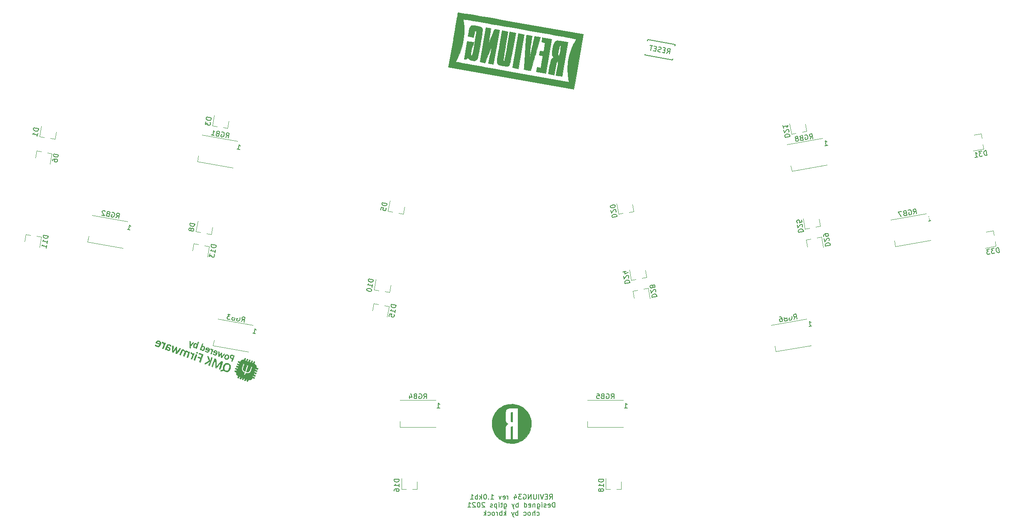
<source format=gbo>
G04 #@! TF.GenerationSoftware,KiCad,Pcbnew,(5.1.10-1-10_14)*
G04 #@! TF.CreationDate,2021-11-21T17:36:23-05:00*
G04 #@! TF.ProjectId,reviung34,72657669-756e-4673-9334-2e6b69636164,1*
G04 #@! TF.SameCoordinates,Original*
G04 #@! TF.FileFunction,Legend,Bot*
G04 #@! TF.FilePolarity,Positive*
%FSLAX46Y46*%
G04 Gerber Fmt 4.6, Leading zero omitted, Abs format (unit mm)*
G04 Created by KiCad (PCBNEW (5.1.10-1-10_14)) date 2021-11-21 17:36:23*
%MOMM*%
%LPD*%
G01*
G04 APERTURE LIST*
%ADD10C,0.150000*%
%ADD11C,0.120000*%
%ADD12C,0.010000*%
%ADD13C,1.700000*%
%ADD14C,2.000000*%
%ADD15C,3.400000*%
%ADD16C,4.000000*%
%ADD17C,2.100000*%
%ADD18C,1.900000*%
%ADD19C,1.524000*%
%ADD20O,2.500000X2.000000*%
%ADD21R,0.800000X0.900000*%
%ADD22R,1.500000X1.000000*%
%ADD23C,2.200000*%
%ADD24C,4.500000*%
G04 APERTURE END LIST*
D10*
X145613485Y-133323380D02*
X145946819Y-132847190D01*
X146184914Y-133323380D02*
X146184914Y-132323380D01*
X145803961Y-132323380D01*
X145708723Y-132371000D01*
X145661104Y-132418619D01*
X145613485Y-132513857D01*
X145613485Y-132656714D01*
X145661104Y-132751952D01*
X145708723Y-132799571D01*
X145803961Y-132847190D01*
X146184914Y-132847190D01*
X145184914Y-132799571D02*
X144851580Y-132799571D01*
X144708723Y-133323380D02*
X145184914Y-133323380D01*
X145184914Y-132323380D01*
X144708723Y-132323380D01*
X144423009Y-132323380D02*
X144089676Y-133323380D01*
X143756342Y-132323380D01*
X143423009Y-133323380D02*
X143423009Y-132323380D01*
X142946819Y-132323380D02*
X142946819Y-133132904D01*
X142899200Y-133228142D01*
X142851580Y-133275761D01*
X142756342Y-133323380D01*
X142565866Y-133323380D01*
X142470628Y-133275761D01*
X142423009Y-133228142D01*
X142375390Y-133132904D01*
X142375390Y-132323380D01*
X141899200Y-133323380D02*
X141899200Y-132323380D01*
X141327771Y-133323380D01*
X141327771Y-132323380D01*
X140327771Y-132371000D02*
X140423009Y-132323380D01*
X140565866Y-132323380D01*
X140708723Y-132371000D01*
X140803961Y-132466238D01*
X140851580Y-132561476D01*
X140899200Y-132751952D01*
X140899200Y-132894809D01*
X140851580Y-133085285D01*
X140803961Y-133180523D01*
X140708723Y-133275761D01*
X140565866Y-133323380D01*
X140470628Y-133323380D01*
X140327771Y-133275761D01*
X140280152Y-133228142D01*
X140280152Y-132894809D01*
X140470628Y-132894809D01*
X139946819Y-132323380D02*
X139327771Y-132323380D01*
X139661104Y-132704333D01*
X139518247Y-132704333D01*
X139423009Y-132751952D01*
X139375390Y-132799571D01*
X139327771Y-132894809D01*
X139327771Y-133132904D01*
X139375390Y-133228142D01*
X139423009Y-133275761D01*
X139518247Y-133323380D01*
X139803961Y-133323380D01*
X139899200Y-133275761D01*
X139946819Y-133228142D01*
X138470628Y-132656714D02*
X138470628Y-133323380D01*
X138708723Y-132275761D02*
X138946819Y-132990047D01*
X138327771Y-132990047D01*
X137184914Y-133323380D02*
X137184914Y-132656714D01*
X137184914Y-132847190D02*
X137137295Y-132751952D01*
X137089676Y-132704333D01*
X136994438Y-132656714D01*
X136899200Y-132656714D01*
X136184914Y-133275761D02*
X136280152Y-133323380D01*
X136470628Y-133323380D01*
X136565866Y-133275761D01*
X136613485Y-133180523D01*
X136613485Y-132799571D01*
X136565866Y-132704333D01*
X136470628Y-132656714D01*
X136280152Y-132656714D01*
X136184914Y-132704333D01*
X136137295Y-132799571D01*
X136137295Y-132894809D01*
X136613485Y-132990047D01*
X135803961Y-132656714D02*
X135565866Y-133323380D01*
X135327771Y-132656714D01*
X133661104Y-133323380D02*
X134232533Y-133323380D01*
X133946819Y-133323380D02*
X133946819Y-132323380D01*
X134042057Y-132466238D01*
X134137295Y-132561476D01*
X134232533Y-132609095D01*
X133232533Y-133228142D02*
X133184914Y-133275761D01*
X133232533Y-133323380D01*
X133280152Y-133275761D01*
X133232533Y-133228142D01*
X133232533Y-133323380D01*
X132565866Y-132323380D02*
X132470628Y-132323380D01*
X132375390Y-132371000D01*
X132327771Y-132418619D01*
X132280152Y-132513857D01*
X132232533Y-132704333D01*
X132232533Y-132942428D01*
X132280152Y-133132904D01*
X132327771Y-133228142D01*
X132375390Y-133275761D01*
X132470628Y-133323380D01*
X132565866Y-133323380D01*
X132661104Y-133275761D01*
X132708723Y-133228142D01*
X132756342Y-133132904D01*
X132803961Y-132942428D01*
X132803961Y-132704333D01*
X132756342Y-132513857D01*
X132708723Y-132418619D01*
X132661104Y-132371000D01*
X132565866Y-132323380D01*
X131803961Y-133323380D02*
X131803961Y-132323380D01*
X131708723Y-132942428D02*
X131423009Y-133323380D01*
X131423009Y-132656714D02*
X131803961Y-133037666D01*
X130994438Y-133323380D02*
X130994438Y-132323380D01*
X130994438Y-132704333D02*
X130899200Y-132656714D01*
X130708723Y-132656714D01*
X130613485Y-132704333D01*
X130565866Y-132751952D01*
X130518247Y-132847190D01*
X130518247Y-133132904D01*
X130565866Y-133228142D01*
X130613485Y-133275761D01*
X130708723Y-133323380D01*
X130899200Y-133323380D01*
X130994438Y-133275761D01*
X129565866Y-133323380D02*
X130137295Y-133323380D01*
X129851580Y-133323380D02*
X129851580Y-132323380D01*
X129946819Y-132466238D01*
X130042057Y-132561476D01*
X130137295Y-132609095D01*
X146732533Y-134973380D02*
X146732533Y-133973380D01*
X146494438Y-133973380D01*
X146351580Y-134021000D01*
X146256342Y-134116238D01*
X146208723Y-134211476D01*
X146161104Y-134401952D01*
X146161104Y-134544809D01*
X146208723Y-134735285D01*
X146256342Y-134830523D01*
X146351580Y-134925761D01*
X146494438Y-134973380D01*
X146732533Y-134973380D01*
X145351580Y-134925761D02*
X145446819Y-134973380D01*
X145637295Y-134973380D01*
X145732533Y-134925761D01*
X145780152Y-134830523D01*
X145780152Y-134449571D01*
X145732533Y-134354333D01*
X145637295Y-134306714D01*
X145446819Y-134306714D01*
X145351580Y-134354333D01*
X145303961Y-134449571D01*
X145303961Y-134544809D01*
X145780152Y-134640047D01*
X144923009Y-134925761D02*
X144827771Y-134973380D01*
X144637295Y-134973380D01*
X144542057Y-134925761D01*
X144494438Y-134830523D01*
X144494438Y-134782904D01*
X144542057Y-134687666D01*
X144637295Y-134640047D01*
X144780152Y-134640047D01*
X144875390Y-134592428D01*
X144923009Y-134497190D01*
X144923009Y-134449571D01*
X144875390Y-134354333D01*
X144780152Y-134306714D01*
X144637295Y-134306714D01*
X144542057Y-134354333D01*
X144065866Y-134973380D02*
X144065866Y-134306714D01*
X144065866Y-133973380D02*
X144113485Y-134021000D01*
X144065866Y-134068619D01*
X144018247Y-134021000D01*
X144065866Y-133973380D01*
X144065866Y-134068619D01*
X143161104Y-134306714D02*
X143161104Y-135116238D01*
X143208723Y-135211476D01*
X143256342Y-135259095D01*
X143351580Y-135306714D01*
X143494438Y-135306714D01*
X143589676Y-135259095D01*
X143161104Y-134925761D02*
X143256342Y-134973380D01*
X143446819Y-134973380D01*
X143542057Y-134925761D01*
X143589676Y-134878142D01*
X143637295Y-134782904D01*
X143637295Y-134497190D01*
X143589676Y-134401952D01*
X143542057Y-134354333D01*
X143446819Y-134306714D01*
X143256342Y-134306714D01*
X143161104Y-134354333D01*
X142684914Y-134306714D02*
X142684914Y-134973380D01*
X142684914Y-134401952D02*
X142637295Y-134354333D01*
X142542057Y-134306714D01*
X142399200Y-134306714D01*
X142303961Y-134354333D01*
X142256342Y-134449571D01*
X142256342Y-134973380D01*
X141399200Y-134925761D02*
X141494438Y-134973380D01*
X141684914Y-134973380D01*
X141780152Y-134925761D01*
X141827771Y-134830523D01*
X141827771Y-134449571D01*
X141780152Y-134354333D01*
X141684914Y-134306714D01*
X141494438Y-134306714D01*
X141399200Y-134354333D01*
X141351580Y-134449571D01*
X141351580Y-134544809D01*
X141827771Y-134640047D01*
X140494438Y-134973380D02*
X140494438Y-133973380D01*
X140494438Y-134925761D02*
X140589676Y-134973380D01*
X140780152Y-134973380D01*
X140875390Y-134925761D01*
X140923009Y-134878142D01*
X140970628Y-134782904D01*
X140970628Y-134497190D01*
X140923009Y-134401952D01*
X140875390Y-134354333D01*
X140780152Y-134306714D01*
X140589676Y-134306714D01*
X140494438Y-134354333D01*
X139256342Y-134973380D02*
X139256342Y-133973380D01*
X139256342Y-134354333D02*
X139161104Y-134306714D01*
X138970628Y-134306714D01*
X138875390Y-134354333D01*
X138827771Y-134401952D01*
X138780152Y-134497190D01*
X138780152Y-134782904D01*
X138827771Y-134878142D01*
X138875390Y-134925761D01*
X138970628Y-134973380D01*
X139161104Y-134973380D01*
X139256342Y-134925761D01*
X138446819Y-134306714D02*
X138208723Y-134973380D01*
X137970628Y-134306714D02*
X138208723Y-134973380D01*
X138303961Y-135211476D01*
X138351580Y-135259095D01*
X138446819Y-135306714D01*
X136399200Y-134306714D02*
X136399200Y-135116238D01*
X136446819Y-135211476D01*
X136494438Y-135259095D01*
X136589676Y-135306714D01*
X136732533Y-135306714D01*
X136827771Y-135259095D01*
X136399200Y-134925761D02*
X136494438Y-134973380D01*
X136684914Y-134973380D01*
X136780152Y-134925761D01*
X136827771Y-134878142D01*
X136875390Y-134782904D01*
X136875390Y-134497190D01*
X136827771Y-134401952D01*
X136780152Y-134354333D01*
X136684914Y-134306714D01*
X136494438Y-134306714D01*
X136399200Y-134354333D01*
X136065866Y-134306714D02*
X135684914Y-134306714D01*
X135923009Y-133973380D02*
X135923009Y-134830523D01*
X135875390Y-134925761D01*
X135780152Y-134973380D01*
X135684914Y-134973380D01*
X135351580Y-134973380D02*
X135351580Y-134306714D01*
X135351580Y-133973380D02*
X135399200Y-134021000D01*
X135351580Y-134068619D01*
X135303961Y-134021000D01*
X135351580Y-133973380D01*
X135351580Y-134068619D01*
X134875390Y-134306714D02*
X134875390Y-135306714D01*
X134875390Y-134354333D02*
X134780152Y-134306714D01*
X134589676Y-134306714D01*
X134494438Y-134354333D01*
X134446819Y-134401952D01*
X134399200Y-134497190D01*
X134399200Y-134782904D01*
X134446819Y-134878142D01*
X134494438Y-134925761D01*
X134589676Y-134973380D01*
X134780152Y-134973380D01*
X134875390Y-134925761D01*
X134018247Y-134925761D02*
X133923009Y-134973380D01*
X133732533Y-134973380D01*
X133637295Y-134925761D01*
X133589676Y-134830523D01*
X133589676Y-134782904D01*
X133637295Y-134687666D01*
X133732533Y-134640047D01*
X133875390Y-134640047D01*
X133970628Y-134592428D01*
X134018247Y-134497190D01*
X134018247Y-134449571D01*
X133970628Y-134354333D01*
X133875390Y-134306714D01*
X133732533Y-134306714D01*
X133637295Y-134354333D01*
X132446819Y-134068619D02*
X132399200Y-134021000D01*
X132303961Y-133973380D01*
X132065866Y-133973380D01*
X131970628Y-134021000D01*
X131923009Y-134068619D01*
X131875390Y-134163857D01*
X131875390Y-134259095D01*
X131923009Y-134401952D01*
X132494438Y-134973380D01*
X131875390Y-134973380D01*
X131256342Y-133973380D02*
X131161104Y-133973380D01*
X131065866Y-134021000D01*
X131018247Y-134068619D01*
X130970628Y-134163857D01*
X130923009Y-134354333D01*
X130923009Y-134592428D01*
X130970628Y-134782904D01*
X131018247Y-134878142D01*
X131065866Y-134925761D01*
X131161104Y-134973380D01*
X131256342Y-134973380D01*
X131351580Y-134925761D01*
X131399200Y-134878142D01*
X131446819Y-134782904D01*
X131494438Y-134592428D01*
X131494438Y-134354333D01*
X131446819Y-134163857D01*
X131399200Y-134068619D01*
X131351580Y-134021000D01*
X131256342Y-133973380D01*
X130542057Y-134068619D02*
X130494438Y-134021000D01*
X130399200Y-133973380D01*
X130161104Y-133973380D01*
X130065866Y-134021000D01*
X130018247Y-134068619D01*
X129970628Y-134163857D01*
X129970628Y-134259095D01*
X130018247Y-134401952D01*
X130589676Y-134973380D01*
X129970628Y-134973380D01*
X129018247Y-134973380D02*
X129589676Y-134973380D01*
X129303961Y-134973380D02*
X129303961Y-133973380D01*
X129399200Y-134116238D01*
X129494438Y-134211476D01*
X129589676Y-134259095D01*
X143042057Y-136575761D02*
X143137295Y-136623380D01*
X143327771Y-136623380D01*
X143423009Y-136575761D01*
X143470628Y-136528142D01*
X143518247Y-136432904D01*
X143518247Y-136147190D01*
X143470628Y-136051952D01*
X143423009Y-136004333D01*
X143327771Y-135956714D01*
X143137295Y-135956714D01*
X143042057Y-136004333D01*
X142613485Y-136623380D02*
X142613485Y-135623380D01*
X142184914Y-136623380D02*
X142184914Y-136099571D01*
X142232533Y-136004333D01*
X142327771Y-135956714D01*
X142470628Y-135956714D01*
X142565866Y-136004333D01*
X142613485Y-136051952D01*
X141565866Y-136623380D02*
X141661104Y-136575761D01*
X141708723Y-136528142D01*
X141756342Y-136432904D01*
X141756342Y-136147190D01*
X141708723Y-136051952D01*
X141661104Y-136004333D01*
X141565866Y-135956714D01*
X141423009Y-135956714D01*
X141327771Y-136004333D01*
X141280152Y-136051952D01*
X141232533Y-136147190D01*
X141232533Y-136432904D01*
X141280152Y-136528142D01*
X141327771Y-136575761D01*
X141423009Y-136623380D01*
X141565866Y-136623380D01*
X140375390Y-136575761D02*
X140470628Y-136623380D01*
X140661104Y-136623380D01*
X140756342Y-136575761D01*
X140803961Y-136528142D01*
X140851580Y-136432904D01*
X140851580Y-136147190D01*
X140803961Y-136051952D01*
X140756342Y-136004333D01*
X140661104Y-135956714D01*
X140470628Y-135956714D01*
X140375390Y-136004333D01*
X139184914Y-136623380D02*
X139184914Y-135623380D01*
X139184914Y-136004333D02*
X139089676Y-135956714D01*
X138899200Y-135956714D01*
X138803961Y-136004333D01*
X138756342Y-136051952D01*
X138708723Y-136147190D01*
X138708723Y-136432904D01*
X138756342Y-136528142D01*
X138803961Y-136575761D01*
X138899200Y-136623380D01*
X139089676Y-136623380D01*
X139184914Y-136575761D01*
X138375390Y-135956714D02*
X138137295Y-136623380D01*
X137899200Y-135956714D02*
X138137295Y-136623380D01*
X138232533Y-136861476D01*
X138280152Y-136909095D01*
X138375390Y-136956714D01*
X136756342Y-136623380D02*
X136756342Y-135623380D01*
X136661104Y-136242428D02*
X136375390Y-136623380D01*
X136375390Y-135956714D02*
X136756342Y-136337666D01*
X135946819Y-136623380D02*
X135946819Y-135623380D01*
X135946819Y-136004333D02*
X135851580Y-135956714D01*
X135661104Y-135956714D01*
X135565866Y-136004333D01*
X135518247Y-136051952D01*
X135470628Y-136147190D01*
X135470628Y-136432904D01*
X135518247Y-136528142D01*
X135565866Y-136575761D01*
X135661104Y-136623380D01*
X135851580Y-136623380D01*
X135946819Y-136575761D01*
X135042057Y-136623380D02*
X135042057Y-135956714D01*
X135042057Y-136147190D02*
X134994438Y-136051952D01*
X134946819Y-136004333D01*
X134851580Y-135956714D01*
X134756342Y-135956714D01*
X134280152Y-136623380D02*
X134375390Y-136575761D01*
X134423009Y-136528142D01*
X134470628Y-136432904D01*
X134470628Y-136147190D01*
X134423009Y-136051952D01*
X134375390Y-136004333D01*
X134280152Y-135956714D01*
X134137295Y-135956714D01*
X134042057Y-136004333D01*
X133994438Y-136051952D01*
X133946819Y-136147190D01*
X133946819Y-136432904D01*
X133994438Y-136528142D01*
X134042057Y-136575761D01*
X134137295Y-136623380D01*
X134280152Y-136623380D01*
X133089676Y-136575761D02*
X133184914Y-136623380D01*
X133375390Y-136623380D01*
X133470628Y-136575761D01*
X133518247Y-136528142D01*
X133565866Y-136432904D01*
X133565866Y-136147190D01*
X133518247Y-136051952D01*
X133470628Y-136004333D01*
X133375390Y-135956714D01*
X133184914Y-135956714D01*
X133089676Y-136004333D01*
X132661104Y-136623380D02*
X132661104Y-135623380D01*
X132565866Y-136242428D02*
X132280152Y-136623380D01*
X132280152Y-135956714D02*
X132661104Y-136337666D01*
D11*
X41364876Y-62479782D02*
X41111350Y-63917601D01*
X44476869Y-63028510D02*
X44101789Y-65155695D01*
X44476869Y-63028510D02*
X43560998Y-62867017D01*
X41364876Y-62479782D02*
X42280748Y-62641275D01*
X235782290Y-78756431D02*
X234344470Y-79009957D01*
X236331018Y-81868424D02*
X234203833Y-82243504D01*
X236331018Y-81868424D02*
X236169525Y-80952552D01*
X235782290Y-78756431D02*
X235943783Y-79672302D01*
X233293090Y-59007931D02*
X231855270Y-59261457D01*
X233841818Y-62119924D02*
X231714633Y-62495004D01*
X233841818Y-62119924D02*
X233680325Y-61204052D01*
X233293090Y-59007931D02*
X233454583Y-59923802D01*
X197780831Y-80554510D02*
X198034357Y-81992330D01*
X200892824Y-80005782D02*
X201267904Y-82132967D01*
X200892824Y-80005782D02*
X199976952Y-80167275D01*
X197780831Y-80554510D02*
X198696702Y-80393017D01*
X162525631Y-90968510D02*
X162779157Y-92406330D01*
X165637624Y-90419782D02*
X166012704Y-92546967D01*
X165637624Y-90419782D02*
X164721752Y-90581275D01*
X162525631Y-90968510D02*
X163441502Y-90807017D01*
X200623369Y-77819690D02*
X200369843Y-76381870D01*
X197511376Y-78368418D02*
X197136296Y-76241233D01*
X197511376Y-78368418D02*
X198427248Y-78206925D01*
X200623369Y-77819690D02*
X199707498Y-77981183D01*
X165330069Y-88220990D02*
X165076543Y-86783170D01*
X162218076Y-88769718D02*
X161842996Y-86642533D01*
X162218076Y-88769718D02*
X163133948Y-88608225D01*
X165330069Y-88220990D02*
X164414198Y-88382483D01*
X197880169Y-58515690D02*
X197626643Y-57077870D01*
X194768176Y-59064418D02*
X194393096Y-56937233D01*
X194768176Y-59064418D02*
X195684048Y-58902925D01*
X197880169Y-58515690D02*
X196964298Y-58677183D01*
X162739269Y-74809790D02*
X162485743Y-73371970D01*
X159627276Y-75358518D02*
X159252196Y-73231333D01*
X159627276Y-75358518D02*
X160543148Y-75197025D01*
X162739269Y-74809790D02*
X161823398Y-74971283D01*
X109894076Y-93569382D02*
X109640550Y-95007201D01*
X113006069Y-94118110D02*
X112630989Y-96245295D01*
X113006069Y-94118110D02*
X112090198Y-93956617D01*
X109894076Y-93569382D02*
X110809948Y-93730875D01*
X113059624Y-91271618D02*
X113313150Y-89833799D01*
X109947631Y-90722890D02*
X110322711Y-88595705D01*
X109947631Y-90722890D02*
X110863502Y-90884383D01*
X113059624Y-91271618D02*
X112143752Y-91110125D01*
X115904424Y-75295018D02*
X116157950Y-73857199D01*
X112792431Y-74746290D02*
X113167511Y-72619105D01*
X112792431Y-74746290D02*
X113708302Y-74907783D01*
X115904424Y-75295018D02*
X114988552Y-75133525D01*
X160205600Y-131260000D02*
X160205600Y-129800000D01*
X157045600Y-131260000D02*
X157045600Y-129100000D01*
X157045600Y-131260000D02*
X157975600Y-131260000D01*
X160205600Y-131260000D02*
X159275600Y-131260000D01*
X118680000Y-131260000D02*
X118680000Y-129800000D01*
X115520000Y-131260000D02*
X115520000Y-129100000D01*
X115520000Y-131260000D02*
X116450000Y-131260000D01*
X118680000Y-131260000D02*
X117750000Y-131260000D01*
X73343476Y-81364682D02*
X73089950Y-82802501D01*
X76455469Y-81913410D02*
X76080389Y-84040595D01*
X76455469Y-81913410D02*
X75539598Y-81751917D01*
X73343476Y-81364682D02*
X74259348Y-81526175D01*
X39205876Y-79472382D02*
X38952350Y-80910201D01*
X42317869Y-80021110D02*
X41942789Y-82148295D01*
X42317869Y-80021110D02*
X41401998Y-79859617D01*
X39205876Y-79472382D02*
X40121748Y-79633875D01*
X76851924Y-79473318D02*
X77105450Y-78035499D01*
X73739931Y-78924590D02*
X74115011Y-76797405D01*
X73739931Y-78924590D02*
X74655802Y-79086083D01*
X76851924Y-79473318D02*
X75936052Y-79311825D01*
X80204724Y-57921418D02*
X80458250Y-56483599D01*
X77092731Y-57372690D02*
X77467811Y-55245505D01*
X77092731Y-57372690D02*
X78008602Y-57534183D01*
X80204724Y-57921418D02*
X79288852Y-57759925D01*
X45089224Y-60118518D02*
X45342750Y-58680699D01*
X41977231Y-59569790D02*
X42352311Y-57442605D01*
X41977231Y-59569790D02*
X42893102Y-59731283D01*
X45089224Y-60118518D02*
X44173352Y-59957025D01*
X194853184Y-66616037D02*
X194653489Y-65483508D01*
X202042281Y-65348405D02*
X194853184Y-66616037D01*
X201087216Y-59931963D02*
X193898119Y-61199595D01*
X215908000Y-81914091D02*
X215708305Y-80781562D01*
X223097097Y-80646459D02*
X215908000Y-81914091D01*
X222142032Y-75230017D02*
X214952935Y-76497649D01*
X191601984Y-103319037D02*
X191402289Y-102186508D01*
X198791081Y-102051405D02*
X191601984Y-103319037D01*
X197836016Y-96634963D02*
X190646919Y-97902595D01*
X153320000Y-118680000D02*
X153320000Y-117530000D01*
X160620000Y-118680000D02*
X153320000Y-118680000D01*
X160620000Y-113180000D02*
X153320000Y-113180000D01*
X115240000Y-118680000D02*
X115240000Y-117530000D01*
X122540000Y-118680000D02*
X115240000Y-118680000D01*
X122540000Y-113180000D02*
X115240000Y-113180000D01*
X77223219Y-102089505D02*
X77422915Y-100956977D01*
X84412316Y-103357137D02*
X77223219Y-102089505D01*
X85367381Y-97940695D02*
X78178284Y-96673063D01*
X51734319Y-80982105D02*
X51934015Y-79849577D01*
X58923416Y-82249737D02*
X51734319Y-80982105D01*
X59878481Y-76833295D02*
X52689384Y-75565663D01*
X74035519Y-64649905D02*
X74235215Y-63517377D01*
X81224616Y-65917537D02*
X74035519Y-64649905D01*
X82179681Y-60501095D02*
X74990584Y-59233463D01*
D10*
X165551135Y-39879410D02*
X171164539Y-40869205D01*
X171164539Y-40869205D02*
X171121127Y-41115407D01*
X165551135Y-39879410D02*
X165507723Y-40125612D01*
X164995461Y-43030795D02*
X165038873Y-42784593D01*
X164995461Y-43030795D02*
X170608865Y-44020590D01*
X170608865Y-44020590D02*
X170652277Y-43774388D01*
D12*
G36*
X137649169Y-113988093D02*
G01*
X137252381Y-114032589D01*
X136860887Y-114116850D01*
X136477898Y-114240847D01*
X136125208Y-114395247D01*
X135769935Y-114594243D01*
X135443684Y-114822008D01*
X135147017Y-115075973D01*
X134880494Y-115353568D01*
X134644676Y-115652224D01*
X134440125Y-115969373D01*
X134267401Y-116302446D01*
X134127064Y-116648873D01*
X134019675Y-117006087D01*
X133945796Y-117371517D01*
X133905987Y-117742596D01*
X133900808Y-118116754D01*
X133930821Y-118491422D01*
X133996587Y-118864032D01*
X134098665Y-119232014D01*
X134237618Y-119592799D01*
X134414005Y-119943819D01*
X134628388Y-120282505D01*
X134792553Y-120500000D01*
X134896140Y-120619791D01*
X135022723Y-120753066D01*
X135161574Y-120889468D01*
X135301965Y-121018642D01*
X135433166Y-121130231D01*
X135497000Y-121179968D01*
X135835165Y-121406517D01*
X136192842Y-121596755D01*
X136566646Y-121749746D01*
X136953194Y-121864554D01*
X137349100Y-121940244D01*
X137750980Y-121975881D01*
X138155449Y-121970528D01*
X138309900Y-121957471D01*
X138711110Y-121894916D01*
X139098135Y-121793797D01*
X139468906Y-121656113D01*
X139821356Y-121483861D01*
X140153417Y-121279042D01*
X140315034Y-121156166D01*
X139158834Y-121156166D01*
X138058167Y-121156166D01*
X138058167Y-118510333D01*
X137978792Y-118510645D01*
X137876921Y-118526230D01*
X137801472Y-118573568D01*
X137756575Y-118637627D01*
X137748709Y-118655950D01*
X137742035Y-118679307D01*
X137736456Y-118711090D01*
X137731875Y-118754695D01*
X137728196Y-118813514D01*
X137725322Y-118890942D01*
X137723154Y-118990372D01*
X137721597Y-119115197D01*
X137720554Y-119268811D01*
X137719926Y-119454608D01*
X137719619Y-119675982D01*
X137719533Y-119933791D01*
X137719500Y-121156166D01*
X136637865Y-121156166D01*
X136644700Y-119880875D01*
X136646150Y-119616552D01*
X136647535Y-119391061D01*
X136648988Y-119200896D01*
X136650643Y-119042557D01*
X136652632Y-118912539D01*
X136655090Y-118807341D01*
X136658150Y-118723460D01*
X136661944Y-118657393D01*
X136666607Y-118605637D01*
X136672272Y-118564690D01*
X136679071Y-118531048D01*
X136687140Y-118501210D01*
X136696610Y-118471673D01*
X136698577Y-118465810D01*
X136770954Y-118313360D01*
X136875740Y-118182376D01*
X137006552Y-118080649D01*
X137020880Y-118072351D01*
X137123726Y-118014538D01*
X137035321Y-117964649D01*
X136906016Y-117874405D01*
X136805774Y-117763363D01*
X136729309Y-117624558D01*
X136686430Y-117504916D01*
X136676313Y-117449116D01*
X136667393Y-117356894D01*
X136659724Y-117234146D01*
X136653357Y-117086768D01*
X136648346Y-116920656D01*
X136644744Y-116741707D01*
X136642603Y-116555815D01*
X136641976Y-116368877D01*
X136642917Y-116186790D01*
X136645477Y-116015449D01*
X136649711Y-115860749D01*
X136655670Y-115728588D01*
X136663408Y-115624861D01*
X136669145Y-115577262D01*
X136704980Y-115388116D01*
X136751282Y-115235671D01*
X136810743Y-115115016D01*
X136886053Y-115021239D01*
X136979904Y-114949428D01*
X137027093Y-114923853D01*
X137087592Y-114895633D01*
X137146629Y-114872032D01*
X137208674Y-114852584D01*
X137278196Y-114836818D01*
X137359667Y-114824267D01*
X137457557Y-114814463D01*
X137576335Y-114806936D01*
X137720472Y-114801219D01*
X137894438Y-114796842D01*
X138102704Y-114793338D01*
X138296292Y-114790857D01*
X139158834Y-114780707D01*
X139158834Y-121156166D01*
X140315034Y-121156166D01*
X140463023Y-121043652D01*
X140748105Y-120779689D01*
X141006596Y-120489153D01*
X141236429Y-120174042D01*
X141435536Y-119836353D01*
X141601850Y-119478085D01*
X141733303Y-119101236D01*
X141827828Y-118707805D01*
X141857360Y-118528746D01*
X141874041Y-118369312D01*
X141884042Y-118182012D01*
X141887364Y-117980784D01*
X141884008Y-117779564D01*
X141873974Y-117592289D01*
X141857321Y-117433308D01*
X141778838Y-117027277D01*
X141661869Y-116636807D01*
X141507990Y-116264043D01*
X141318777Y-115911129D01*
X141095805Y-115580208D01*
X140840652Y-115273423D01*
X140554891Y-114992917D01*
X140240100Y-114740835D01*
X139897854Y-114519320D01*
X139600249Y-114363136D01*
X139225110Y-114208359D01*
X138839223Y-114093496D01*
X138445799Y-114018517D01*
X138048045Y-113983393D01*
X137649169Y-113988093D01*
G37*
X137649169Y-113988093D02*
X137252381Y-114032589D01*
X136860887Y-114116850D01*
X136477898Y-114240847D01*
X136125208Y-114395247D01*
X135769935Y-114594243D01*
X135443684Y-114822008D01*
X135147017Y-115075973D01*
X134880494Y-115353568D01*
X134644676Y-115652224D01*
X134440125Y-115969373D01*
X134267401Y-116302446D01*
X134127064Y-116648873D01*
X134019675Y-117006087D01*
X133945796Y-117371517D01*
X133905987Y-117742596D01*
X133900808Y-118116754D01*
X133930821Y-118491422D01*
X133996587Y-118864032D01*
X134098665Y-119232014D01*
X134237618Y-119592799D01*
X134414005Y-119943819D01*
X134628388Y-120282505D01*
X134792553Y-120500000D01*
X134896140Y-120619791D01*
X135022723Y-120753066D01*
X135161574Y-120889468D01*
X135301965Y-121018642D01*
X135433166Y-121130231D01*
X135497000Y-121179968D01*
X135835165Y-121406517D01*
X136192842Y-121596755D01*
X136566646Y-121749746D01*
X136953194Y-121864554D01*
X137349100Y-121940244D01*
X137750980Y-121975881D01*
X138155449Y-121970528D01*
X138309900Y-121957471D01*
X138711110Y-121894916D01*
X139098135Y-121793797D01*
X139468906Y-121656113D01*
X139821356Y-121483861D01*
X140153417Y-121279042D01*
X140315034Y-121156166D01*
X139158834Y-121156166D01*
X138058167Y-121156166D01*
X138058167Y-118510333D01*
X137978792Y-118510645D01*
X137876921Y-118526230D01*
X137801472Y-118573568D01*
X137756575Y-118637627D01*
X137748709Y-118655950D01*
X137742035Y-118679307D01*
X137736456Y-118711090D01*
X137731875Y-118754695D01*
X137728196Y-118813514D01*
X137725322Y-118890942D01*
X137723154Y-118990372D01*
X137721597Y-119115197D01*
X137720554Y-119268811D01*
X137719926Y-119454608D01*
X137719619Y-119675982D01*
X137719533Y-119933791D01*
X137719500Y-121156166D01*
X136637865Y-121156166D01*
X136644700Y-119880875D01*
X136646150Y-119616552D01*
X136647535Y-119391061D01*
X136648988Y-119200896D01*
X136650643Y-119042557D01*
X136652632Y-118912539D01*
X136655090Y-118807341D01*
X136658150Y-118723460D01*
X136661944Y-118657393D01*
X136666607Y-118605637D01*
X136672272Y-118564690D01*
X136679071Y-118531048D01*
X136687140Y-118501210D01*
X136696610Y-118471673D01*
X136698577Y-118465810D01*
X136770954Y-118313360D01*
X136875740Y-118182376D01*
X137006552Y-118080649D01*
X137020880Y-118072351D01*
X137123726Y-118014538D01*
X137035321Y-117964649D01*
X136906016Y-117874405D01*
X136805774Y-117763363D01*
X136729309Y-117624558D01*
X136686430Y-117504916D01*
X136676313Y-117449116D01*
X136667393Y-117356894D01*
X136659724Y-117234146D01*
X136653357Y-117086768D01*
X136648346Y-116920656D01*
X136644744Y-116741707D01*
X136642603Y-116555815D01*
X136641976Y-116368877D01*
X136642917Y-116186790D01*
X136645477Y-116015449D01*
X136649711Y-115860749D01*
X136655670Y-115728588D01*
X136663408Y-115624861D01*
X136669145Y-115577262D01*
X136704980Y-115388116D01*
X136751282Y-115235671D01*
X136810743Y-115115016D01*
X136886053Y-115021239D01*
X136979904Y-114949428D01*
X137027093Y-114923853D01*
X137087592Y-114895633D01*
X137146629Y-114872032D01*
X137208674Y-114852584D01*
X137278196Y-114836818D01*
X137359667Y-114824267D01*
X137457557Y-114814463D01*
X137576335Y-114806936D01*
X137720472Y-114801219D01*
X137894438Y-114796842D01*
X138102704Y-114793338D01*
X138296292Y-114790857D01*
X139158834Y-114780707D01*
X139158834Y-121156166D01*
X140315034Y-121156166D01*
X140463023Y-121043652D01*
X140748105Y-120779689D01*
X141006596Y-120489153D01*
X141236429Y-120174042D01*
X141435536Y-119836353D01*
X141601850Y-119478085D01*
X141733303Y-119101236D01*
X141827828Y-118707805D01*
X141857360Y-118528746D01*
X141874041Y-118369312D01*
X141884042Y-118182012D01*
X141887364Y-117980784D01*
X141884008Y-117779564D01*
X141873974Y-117592289D01*
X141857321Y-117433308D01*
X141778838Y-117027277D01*
X141661869Y-116636807D01*
X141507990Y-116264043D01*
X141318777Y-115911129D01*
X141095805Y-115580208D01*
X140840652Y-115273423D01*
X140554891Y-114992917D01*
X140240100Y-114740835D01*
X139897854Y-114519320D01*
X139600249Y-114363136D01*
X139225110Y-114208359D01*
X138839223Y-114093496D01*
X138445799Y-114018517D01*
X138048045Y-113983393D01*
X137649169Y-113988093D01*
G36*
X137865315Y-115641922D02*
G01*
X137790345Y-115670525D01*
X137747687Y-115713908D01*
X137742353Y-115745791D01*
X137737621Y-115814282D01*
X137733515Y-115913663D01*
X137730062Y-116038214D01*
X137727287Y-116182213D01*
X137725216Y-116339941D01*
X137723872Y-116505678D01*
X137723283Y-116673703D01*
X137723473Y-116838298D01*
X137724468Y-116993741D01*
X137726292Y-117134312D01*
X137728972Y-117254292D01*
X137732533Y-117347960D01*
X137737001Y-117409596D01*
X137740082Y-117428658D01*
X137779363Y-117508116D01*
X137847210Y-117557645D01*
X137945168Y-117578247D01*
X137972449Y-117579000D01*
X138058167Y-117579000D01*
X138058167Y-115631666D01*
X137963913Y-115631666D01*
X137865315Y-115641922D01*
G37*
X137865315Y-115641922D02*
X137790345Y-115670525D01*
X137747687Y-115713908D01*
X137742353Y-115745791D01*
X137737621Y-115814282D01*
X137733515Y-115913663D01*
X137730062Y-116038214D01*
X137727287Y-116182213D01*
X137725216Y-116339941D01*
X137723872Y-116505678D01*
X137723283Y-116673703D01*
X137723473Y-116838298D01*
X137724468Y-116993741D01*
X137726292Y-117134312D01*
X137728972Y-117254292D01*
X137732533Y-117347960D01*
X137737001Y-117409596D01*
X137740082Y-117428658D01*
X137779363Y-117508116D01*
X137847210Y-117557645D01*
X137945168Y-117578247D01*
X137972449Y-117579000D01*
X138058167Y-117579000D01*
X138058167Y-115631666D01*
X137963913Y-115631666D01*
X137865315Y-115641922D01*
G36*
X130385860Y-37019915D02*
G01*
X130059226Y-36992663D01*
X129837028Y-36998688D01*
X129803490Y-37006526D01*
X129631960Y-37085761D01*
X129500202Y-37214939D01*
X129393164Y-37424510D01*
X129295798Y-37744922D01*
X129193054Y-38206626D01*
X129181088Y-38265804D01*
X129001122Y-39161572D01*
X129580595Y-39290230D01*
X130160066Y-39418887D01*
X130273752Y-38774144D01*
X130357884Y-38380589D01*
X130446450Y-38142797D01*
X130529841Y-38048208D01*
X130654577Y-38018126D01*
X130728180Y-38138154D01*
X130728606Y-38139456D01*
X130729772Y-38273503D01*
X130701958Y-38551119D01*
X130650020Y-38944060D01*
X130578813Y-39424081D01*
X130493192Y-39962939D01*
X130398014Y-40532390D01*
X130298133Y-41104189D01*
X130198405Y-41650093D01*
X130103683Y-42141857D01*
X130018824Y-42551239D01*
X129948684Y-42849992D01*
X129898116Y-43009874D01*
X129888718Y-43025273D01*
X129741627Y-43079834D01*
X129662237Y-43055314D01*
X129605361Y-42988176D01*
X129585504Y-42855244D01*
X129603254Y-42623751D01*
X129659203Y-42260926D01*
X129678569Y-42149595D01*
X129755991Y-41761014D01*
X129829470Y-41484937D01*
X129891534Y-41347439D01*
X129911395Y-41337065D01*
X129972806Y-41266922D01*
X130040073Y-41069909D01*
X130082481Y-40874680D01*
X130166712Y-40396980D01*
X128863893Y-40167258D01*
X128220671Y-43815149D01*
X128434753Y-43852898D01*
X128663900Y-43818577D01*
X128775207Y-43729794D01*
X128901581Y-43568942D01*
X129157646Y-43797228D01*
X129455677Y-43985810D01*
X129867570Y-44105268D01*
X129909556Y-44112945D01*
X130216570Y-44154398D01*
X130427271Y-44137327D01*
X130615293Y-44050457D01*
X130704047Y-43991260D01*
X131002696Y-43782144D01*
X131517681Y-40861521D01*
X131666695Y-40009766D01*
X131784311Y-39314195D01*
X131871297Y-38757564D01*
X131928427Y-38322625D01*
X131956469Y-37992133D01*
X131956196Y-37748842D01*
X131928376Y-37575507D01*
X131873784Y-37454880D01*
X131793186Y-37369716D01*
X131687356Y-37302770D01*
X131676979Y-37297239D01*
X131462488Y-37219104D01*
X131140480Y-37141358D01*
X130763941Y-37072220D01*
X130385860Y-37019915D01*
G37*
X130385860Y-37019915D02*
X130059226Y-36992663D01*
X129837028Y-36998688D01*
X129803490Y-37006526D01*
X129631960Y-37085761D01*
X129500202Y-37214939D01*
X129393164Y-37424510D01*
X129295798Y-37744922D01*
X129193054Y-38206626D01*
X129181088Y-38265804D01*
X129001122Y-39161572D01*
X129580595Y-39290230D01*
X130160066Y-39418887D01*
X130273752Y-38774144D01*
X130357884Y-38380589D01*
X130446450Y-38142797D01*
X130529841Y-38048208D01*
X130654577Y-38018126D01*
X130728180Y-38138154D01*
X130728606Y-38139456D01*
X130729772Y-38273503D01*
X130701958Y-38551119D01*
X130650020Y-38944060D01*
X130578813Y-39424081D01*
X130493192Y-39962939D01*
X130398014Y-40532390D01*
X130298133Y-41104189D01*
X130198405Y-41650093D01*
X130103683Y-42141857D01*
X130018824Y-42551239D01*
X129948684Y-42849992D01*
X129898116Y-43009874D01*
X129888718Y-43025273D01*
X129741627Y-43079834D01*
X129662237Y-43055314D01*
X129605361Y-42988176D01*
X129585504Y-42855244D01*
X129603254Y-42623751D01*
X129659203Y-42260926D01*
X129678569Y-42149595D01*
X129755991Y-41761014D01*
X129829470Y-41484937D01*
X129891534Y-41347439D01*
X129911395Y-41337065D01*
X129972806Y-41266922D01*
X130040073Y-41069909D01*
X130082481Y-40874680D01*
X130166712Y-40396980D01*
X128863893Y-40167258D01*
X128220671Y-43815149D01*
X128434753Y-43852898D01*
X128663900Y-43818577D01*
X128775207Y-43729794D01*
X128901581Y-43568942D01*
X129157646Y-43797228D01*
X129455677Y-43985810D01*
X129867570Y-44105268D01*
X129909556Y-44112945D01*
X130216570Y-44154398D01*
X130427271Y-44137327D01*
X130615293Y-44050457D01*
X130704047Y-43991260D01*
X131002696Y-43782144D01*
X131517681Y-40861521D01*
X131666695Y-40009766D01*
X131784311Y-39314195D01*
X131871297Y-38757564D01*
X131928427Y-38322625D01*
X131956469Y-37992133D01*
X131956196Y-37748842D01*
X131928376Y-37575507D01*
X131873784Y-37454880D01*
X131793186Y-37369716D01*
X131687356Y-37302770D01*
X131676979Y-37297239D01*
X131462488Y-37219104D01*
X131140480Y-37141358D01*
X130763941Y-37072220D01*
X130385860Y-37019915D01*
G36*
X134625678Y-37786974D02*
G01*
X134457257Y-37788344D01*
X134367265Y-37843551D01*
X134321728Y-37928030D01*
X134265316Y-38070274D01*
X134158301Y-38345997D01*
X134012781Y-38723814D01*
X133840852Y-39172333D01*
X133699558Y-39542258D01*
X133155537Y-40968768D01*
X133426759Y-39292658D01*
X133697980Y-37616548D01*
X132659475Y-37433432D01*
X131434291Y-44381797D01*
X132528956Y-44574816D01*
X133107892Y-42997742D01*
X133294341Y-42496816D01*
X133465907Y-42048872D01*
X133611443Y-41681998D01*
X133719803Y-41424277D01*
X133779841Y-41303796D01*
X133780562Y-41302864D01*
X133792290Y-41348391D01*
X133771297Y-41543106D01*
X133721321Y-41863612D01*
X133646098Y-42286517D01*
X133549364Y-42788425D01*
X133519724Y-42936027D01*
X133165149Y-44686994D01*
X134213637Y-44871871D01*
X135438822Y-37923506D01*
X134919349Y-37831909D01*
X134625678Y-37786974D01*
G37*
X134625678Y-37786974D02*
X134457257Y-37788344D01*
X134367265Y-37843551D01*
X134321728Y-37928030D01*
X134265316Y-38070274D01*
X134158301Y-38345997D01*
X134012781Y-38723814D01*
X133840852Y-39172333D01*
X133699558Y-39542258D01*
X133155537Y-40968768D01*
X133426759Y-39292658D01*
X133697980Y-37616548D01*
X132659475Y-37433432D01*
X131434291Y-44381797D01*
X132528956Y-44574816D01*
X133107892Y-42997742D01*
X133294341Y-42496816D01*
X133465907Y-42048872D01*
X133611443Y-41681998D01*
X133719803Y-41424277D01*
X133779841Y-41303796D01*
X133780562Y-41302864D01*
X133792290Y-41348391D01*
X133771297Y-41543106D01*
X133721321Y-41863612D01*
X133646098Y-42286517D01*
X133549364Y-42788425D01*
X133519724Y-42936027D01*
X133165149Y-44686994D01*
X134213637Y-44871871D01*
X135438822Y-37923506D01*
X134919349Y-37831909D01*
X134625678Y-37786974D01*
G36*
X136993848Y-41293912D02*
G01*
X136851939Y-42096025D01*
X136736215Y-42740913D01*
X136642867Y-43245171D01*
X136568088Y-43625393D01*
X136508067Y-43898176D01*
X136458996Y-44080114D01*
X136417068Y-44187801D01*
X136378471Y-44237834D01*
X136339400Y-44246807D01*
X136317526Y-44240715D01*
X136279810Y-44215209D01*
X136255267Y-44160453D01*
X136245918Y-44059125D01*
X136253790Y-43893908D01*
X136280908Y-43647483D01*
X136329294Y-43302528D01*
X136400975Y-42841726D01*
X136497975Y-42247758D01*
X136622318Y-41503304D01*
X136672160Y-41207032D01*
X137173632Y-38229400D01*
X135959949Y-38015395D01*
X135455909Y-40904222D01*
X135333678Y-41616768D01*
X135221832Y-42291822D01*
X135124105Y-42905042D01*
X135044227Y-43432084D01*
X134985936Y-43848604D01*
X134952961Y-44130259D01*
X134946891Y-44223443D01*
X134958268Y-44529853D01*
X135019307Y-44747831D01*
X135157924Y-44901854D01*
X135402037Y-45016403D01*
X135779564Y-45115954D01*
X136022897Y-45166915D01*
X136406985Y-45235887D01*
X136742942Y-45281275D01*
X136981920Y-45297175D01*
X137053300Y-45291455D01*
X137169541Y-45262107D01*
X137267399Y-45222577D01*
X137351943Y-45156463D01*
X137428248Y-45047362D01*
X137501383Y-44878872D01*
X137576421Y-44634592D01*
X137658432Y-44298120D01*
X137752490Y-43853053D01*
X137863666Y-43282991D01*
X137997031Y-42571531D01*
X138149561Y-41746157D01*
X138747200Y-38506862D01*
X137523332Y-38291061D01*
X136993848Y-41293912D01*
G37*
X136993848Y-41293912D02*
X136851939Y-42096025D01*
X136736215Y-42740913D01*
X136642867Y-43245171D01*
X136568088Y-43625393D01*
X136508067Y-43898176D01*
X136458996Y-44080114D01*
X136417068Y-44187801D01*
X136378471Y-44237834D01*
X136339400Y-44246807D01*
X136317526Y-44240715D01*
X136279810Y-44215209D01*
X136255267Y-44160453D01*
X136245918Y-44059125D01*
X136253790Y-43893908D01*
X136280908Y-43647483D01*
X136329294Y-43302528D01*
X136400975Y-42841726D01*
X136497975Y-42247758D01*
X136622318Y-41503304D01*
X136672160Y-41207032D01*
X137173632Y-38229400D01*
X135959949Y-38015395D01*
X135455909Y-40904222D01*
X135333678Y-41616768D01*
X135221832Y-42291822D01*
X135124105Y-42905042D01*
X135044227Y-43432084D01*
X134985936Y-43848604D01*
X134952961Y-44130259D01*
X134946891Y-44223443D01*
X134958268Y-44529853D01*
X135019307Y-44747831D01*
X135157924Y-44901854D01*
X135402037Y-45016403D01*
X135779564Y-45115954D01*
X136022897Y-45166915D01*
X136406985Y-45235887D01*
X136742942Y-45281275D01*
X136981920Y-45297175D01*
X137053300Y-45291455D01*
X137169541Y-45262107D01*
X137267399Y-45222577D01*
X137351943Y-45156463D01*
X137428248Y-45047362D01*
X137501383Y-44878872D01*
X137576421Y-44634592D01*
X137658432Y-44298120D01*
X137752490Y-43853053D01*
X137863666Y-43282991D01*
X137997031Y-42571531D01*
X138149561Y-41746157D01*
X138747200Y-38506862D01*
X137523332Y-38291061D01*
X136993848Y-41293912D01*
G36*
X138035239Y-45545723D02*
G01*
X139251203Y-45760130D01*
X140476387Y-38811764D01*
X139260423Y-38597357D01*
X138035239Y-45545723D01*
G37*
X138035239Y-45545723D02*
X139251203Y-45760130D01*
X140476387Y-38811764D01*
X139260423Y-38597357D01*
X138035239Y-45545723D01*
G36*
X142474950Y-39634328D02*
G01*
X142406994Y-39965962D01*
X142334431Y-40279002D01*
X142306192Y-40387031D01*
X142259948Y-40571223D01*
X142184482Y-40892186D01*
X142087965Y-41314314D01*
X141978561Y-41801995D01*
X141895721Y-42176797D01*
X141788072Y-42659439D01*
X141692605Y-43073200D01*
X141615795Y-43391150D01*
X141564122Y-43586354D01*
X141544839Y-43635705D01*
X141537268Y-43520216D01*
X141554119Y-43230886D01*
X141595308Y-42768554D01*
X141660754Y-42134058D01*
X141750373Y-41328236D01*
X141864084Y-40351926D01*
X141887173Y-40157573D01*
X142015161Y-39083092D01*
X141462910Y-38985715D01*
X141157034Y-38938907D01*
X140983818Y-38936771D01*
X140904361Y-38982990D01*
X140884607Y-39040466D01*
X140872955Y-39160686D01*
X140851190Y-39436357D01*
X140820780Y-39846925D01*
X140783199Y-40371832D01*
X140739916Y-40990521D01*
X140692403Y-41682437D01*
X140642129Y-42427024D01*
X140639953Y-42459536D01*
X140589800Y-43204079D01*
X140542603Y-43895249D01*
X140499795Y-44512784D01*
X140462808Y-45036414D01*
X140433073Y-45445875D01*
X140412024Y-45720901D01*
X140401093Y-45841226D01*
X140400832Y-45842851D01*
X140436645Y-45912627D01*
X140587026Y-45977075D01*
X140876531Y-46044898D01*
X141075148Y-46081741D01*
X141399423Y-46131183D01*
X141646468Y-46154187D01*
X141774370Y-46147338D01*
X141783165Y-46139417D01*
X141811807Y-46034870D01*
X141880782Y-45794993D01*
X141980286Y-45453570D01*
X142100518Y-45044386D01*
X142123065Y-44967970D01*
X142262197Y-44495729D01*
X142398277Y-44032113D01*
X142515532Y-43630956D01*
X142597067Y-43350004D01*
X142667804Y-43104819D01*
X142777161Y-42726288D01*
X142914705Y-42250495D01*
X143070006Y-41713524D01*
X143232630Y-41151460D01*
X143243701Y-41113205D01*
X143743053Y-39387766D01*
X142560897Y-39179320D01*
X142474950Y-39634328D01*
G37*
X142474950Y-39634328D02*
X142406994Y-39965962D01*
X142334431Y-40279002D01*
X142306192Y-40387031D01*
X142259948Y-40571223D01*
X142184482Y-40892186D01*
X142087965Y-41314314D01*
X141978561Y-41801995D01*
X141895721Y-42176797D01*
X141788072Y-42659439D01*
X141692605Y-43073200D01*
X141615795Y-43391150D01*
X141564122Y-43586354D01*
X141544839Y-43635705D01*
X141537268Y-43520216D01*
X141554119Y-43230886D01*
X141595308Y-42768554D01*
X141660754Y-42134058D01*
X141750373Y-41328236D01*
X141864084Y-40351926D01*
X141887173Y-40157573D01*
X142015161Y-39083092D01*
X141462910Y-38985715D01*
X141157034Y-38938907D01*
X140983818Y-38936771D01*
X140904361Y-38982990D01*
X140884607Y-39040466D01*
X140872955Y-39160686D01*
X140851190Y-39436357D01*
X140820780Y-39846925D01*
X140783199Y-40371832D01*
X140739916Y-40990521D01*
X140692403Y-41682437D01*
X140642129Y-42427024D01*
X140639953Y-42459536D01*
X140589800Y-43204079D01*
X140542603Y-43895249D01*
X140499795Y-44512784D01*
X140462808Y-45036414D01*
X140433073Y-45445875D01*
X140412024Y-45720901D01*
X140401093Y-45841226D01*
X140400832Y-45842851D01*
X140436645Y-45912627D01*
X140587026Y-45977075D01*
X140876531Y-46044898D01*
X141075148Y-46081741D01*
X141399423Y-46131183D01*
X141646468Y-46154187D01*
X141774370Y-46147338D01*
X141783165Y-46139417D01*
X141811807Y-46034870D01*
X141880782Y-45794993D01*
X141980286Y-45453570D01*
X142100518Y-45044386D01*
X142123065Y-44967970D01*
X142262197Y-44495729D01*
X142398277Y-44032113D01*
X142515532Y-43630956D01*
X142597067Y-43350004D01*
X142667804Y-43104819D01*
X142777161Y-42726288D01*
X142914705Y-42250495D01*
X143070006Y-41713524D01*
X143232630Y-41151460D01*
X143243701Y-41113205D01*
X143743053Y-39387766D01*
X142560897Y-39179320D01*
X142474950Y-39634328D01*
G36*
X144047705Y-39889259D02*
G01*
X144016532Y-40190262D01*
X144055111Y-40337798D01*
X144078292Y-40350656D01*
X144238324Y-40389366D01*
X144443595Y-40437458D01*
X144701737Y-40497134D01*
X144395441Y-42234226D01*
X144089063Y-42194164D01*
X143864962Y-42166280D01*
X143723708Y-42151278D01*
X143716102Y-42150789D01*
X143664033Y-42227296D01*
X143604660Y-42426261D01*
X143573827Y-42576757D01*
X143498134Y-43006036D01*
X143862556Y-43097831D01*
X144226978Y-43189626D01*
X144025304Y-44385447D01*
X143823629Y-45581267D01*
X143067558Y-45447951D01*
X142899095Y-46403352D01*
X144809895Y-46740277D01*
X146035079Y-39791912D01*
X144124279Y-39454986D01*
X144047705Y-39889259D01*
G37*
X144047705Y-39889259D02*
X144016532Y-40190262D01*
X144055111Y-40337798D01*
X144078292Y-40350656D01*
X144238324Y-40389366D01*
X144443595Y-40437458D01*
X144701737Y-40497134D01*
X144395441Y-42234226D01*
X144089063Y-42194164D01*
X143864962Y-42166280D01*
X143723708Y-42151278D01*
X143716102Y-42150789D01*
X143664033Y-42227296D01*
X143604660Y-42426261D01*
X143573827Y-42576757D01*
X143498134Y-43006036D01*
X143862556Y-43097831D01*
X144226978Y-43189626D01*
X144025304Y-44385447D01*
X143823629Y-45581267D01*
X143067558Y-45447951D01*
X142899095Y-46403352D01*
X144809895Y-46740277D01*
X146035079Y-39791912D01*
X144124279Y-39454986D01*
X144047705Y-39889259D01*
G36*
X148196104Y-40188230D02*
G01*
X147729718Y-40119424D01*
X147403692Y-40078351D01*
X147184087Y-40065675D01*
X147036963Y-40082066D01*
X146928381Y-40128192D01*
X146824401Y-40204718D01*
X146811250Y-40215460D01*
X146628885Y-40451378D01*
X146461878Y-40831789D01*
X146319883Y-41324892D01*
X146212554Y-41898883D01*
X146161110Y-42357204D01*
X146141782Y-42729977D01*
X146161715Y-42980777D01*
X146227846Y-43161031D01*
X146280212Y-43240519D01*
X146391347Y-43402060D01*
X146391050Y-43489522D01*
X146274139Y-43569617D01*
X146253771Y-43580935D01*
X146107705Y-43701254D01*
X145979142Y-43901699D01*
X145860805Y-44203132D01*
X145745422Y-44626408D01*
X145625714Y-45192390D01*
X145551331Y-45594854D01*
X145331023Y-46832166D01*
X146542684Y-47045815D01*
X146815220Y-45639741D01*
X146919021Y-45113128D01*
X146999153Y-44735784D01*
X147063047Y-44483353D01*
X147118133Y-44331477D01*
X147171842Y-44255802D01*
X147231604Y-44231969D01*
X147244898Y-44231281D01*
X147300750Y-44242711D01*
X147333133Y-44295174D01*
X147340417Y-44412878D01*
X147320973Y-44620027D01*
X147273174Y-44940826D01*
X147195390Y-45399483D01*
X147148222Y-45668364D01*
X146894405Y-47107833D01*
X148110369Y-47322240D01*
X148990970Y-42328102D01*
X147775006Y-42113695D01*
X147697279Y-42524053D01*
X147623146Y-42861340D01*
X147560508Y-43093042D01*
X147517269Y-43186646D01*
X147514088Y-43187125D01*
X147408346Y-43112422D01*
X147358757Y-43052270D01*
X147332400Y-42906212D01*
X147344232Y-42637417D01*
X147385898Y-42293284D01*
X147449035Y-41921212D01*
X147525290Y-41568599D01*
X147606303Y-41282848D01*
X147683717Y-41111355D01*
X147704871Y-41089356D01*
X147848682Y-41020429D01*
X147896957Y-41015761D01*
X147908932Y-41101767D01*
X147891505Y-41327774D01*
X147848367Y-41660525D01*
X147783215Y-42066767D01*
X147775006Y-42113695D01*
X148990970Y-42328102D01*
X149337987Y-40360069D01*
X148196104Y-40188230D01*
G37*
X148196104Y-40188230D02*
X147729718Y-40119424D01*
X147403692Y-40078351D01*
X147184087Y-40065675D01*
X147036963Y-40082066D01*
X146928381Y-40128192D01*
X146824401Y-40204718D01*
X146811250Y-40215460D01*
X146628885Y-40451378D01*
X146461878Y-40831789D01*
X146319883Y-41324892D01*
X146212554Y-41898883D01*
X146161110Y-42357204D01*
X146141782Y-42729977D01*
X146161715Y-42980777D01*
X146227846Y-43161031D01*
X146280212Y-43240519D01*
X146391347Y-43402060D01*
X146391050Y-43489522D01*
X146274139Y-43569617D01*
X146253771Y-43580935D01*
X146107705Y-43701254D01*
X145979142Y-43901699D01*
X145860805Y-44203132D01*
X145745422Y-44626408D01*
X145625714Y-45192390D01*
X145551331Y-45594854D01*
X145331023Y-46832166D01*
X146542684Y-47045815D01*
X146815220Y-45639741D01*
X146919021Y-45113128D01*
X146999153Y-44735784D01*
X147063047Y-44483353D01*
X147118133Y-44331477D01*
X147171842Y-44255802D01*
X147231604Y-44231969D01*
X147244898Y-44231281D01*
X147300750Y-44242711D01*
X147333133Y-44295174D01*
X147340417Y-44412878D01*
X147320973Y-44620027D01*
X147273174Y-44940826D01*
X147195390Y-45399483D01*
X147148222Y-45668364D01*
X146894405Y-47107833D01*
X148110369Y-47322240D01*
X148990970Y-42328102D01*
X147775006Y-42113695D01*
X147697279Y-42524053D01*
X147623146Y-42861340D01*
X147560508Y-43093042D01*
X147517269Y-43186646D01*
X147514088Y-43187125D01*
X147408346Y-43112422D01*
X147358757Y-43052270D01*
X147332400Y-42906212D01*
X147344232Y-42637417D01*
X147385898Y-42293284D01*
X147449035Y-41921212D01*
X147525290Y-41568599D01*
X147606303Y-41282848D01*
X147683717Y-41111355D01*
X147704871Y-41089356D01*
X147848682Y-41020429D01*
X147896957Y-41015761D01*
X147908932Y-41101767D01*
X147891505Y-41327774D01*
X147848367Y-41660525D01*
X147783215Y-42066767D01*
X147775006Y-42113695D01*
X148990970Y-42328102D01*
X149337987Y-40360069D01*
X148196104Y-40188230D01*
G36*
X137787110Y-36188864D02*
G01*
X135972172Y-35870669D01*
X134321582Y-35582666D01*
X132836235Y-35325004D01*
X131517031Y-35097837D01*
X130364865Y-34901316D01*
X129380633Y-34735592D01*
X128565232Y-34600817D01*
X127919561Y-34497144D01*
X127444515Y-34424725D01*
X127140991Y-34383710D01*
X127009885Y-34374252D01*
X127004299Y-34376366D01*
X126981966Y-34475437D01*
X126932595Y-34733422D01*
X126858841Y-35135362D01*
X126763357Y-35666301D01*
X126648797Y-36311280D01*
X126517817Y-37055341D01*
X126373068Y-37883527D01*
X126217206Y-38780880D01*
X126052884Y-39732440D01*
X126018194Y-39934009D01*
X125076332Y-45410038D01*
X150522160Y-49896824D01*
X150736567Y-48680860D01*
X149499909Y-48462804D01*
X138002026Y-46435417D01*
X136603931Y-46188600D01*
X135254641Y-45949826D01*
X133964257Y-45720907D01*
X132742879Y-45503663D01*
X131600607Y-45299906D01*
X130547542Y-45111454D01*
X129593785Y-44940122D01*
X128749435Y-44787727D01*
X128024595Y-44656084D01*
X127429363Y-44547008D01*
X126973840Y-44462316D01*
X126668127Y-44403824D01*
X126522325Y-44373348D01*
X126510927Y-44369543D01*
X126553297Y-44280244D01*
X126661317Y-44072649D01*
X126815882Y-43783159D01*
X126909056Y-43610969D01*
X127447093Y-42448127D01*
X127854229Y-41196707D01*
X128124362Y-39892248D01*
X128251390Y-38570285D01*
X128229212Y-37266360D01*
X128135530Y-36467933D01*
X128091336Y-36138180D01*
X128072042Y-35877542D01*
X128080738Y-35733129D01*
X128086592Y-35721769D01*
X128179122Y-35728634D01*
X128435207Y-35764647D01*
X128844733Y-35828093D01*
X129397589Y-35917259D01*
X130083661Y-36030431D01*
X130892835Y-36165894D01*
X131814998Y-36321936D01*
X132840039Y-36496843D01*
X133957843Y-36688899D01*
X135158297Y-36896393D01*
X136431289Y-37117610D01*
X137766705Y-37350835D01*
X139154431Y-37594356D01*
X139614279Y-37675300D01*
X141312717Y-37974791D01*
X142844803Y-38245618D01*
X144217993Y-38489168D01*
X145439746Y-38706827D01*
X146517518Y-38899987D01*
X147458766Y-39070032D01*
X148270949Y-39218349D01*
X148961524Y-39346326D01*
X149537947Y-39455350D01*
X150007677Y-39546810D01*
X150378171Y-39622091D01*
X150656886Y-39682581D01*
X150851279Y-39729669D01*
X150968808Y-39764739D01*
X151016931Y-39789181D01*
X151018147Y-39796760D01*
X150950079Y-39915267D01*
X150820993Y-40148984D01*
X150653062Y-40457582D01*
X150557797Y-40634166D01*
X150006470Y-41840510D01*
X149601982Y-43124560D01*
X149348707Y-44460017D01*
X149251019Y-45820579D01*
X149313297Y-47179945D01*
X149381740Y-47703138D01*
X149499909Y-48462804D01*
X150736567Y-48680860D01*
X152482455Y-38779438D01*
X139765498Y-36537096D01*
X137787110Y-36188864D01*
G37*
X137787110Y-36188864D02*
X135972172Y-35870669D01*
X134321582Y-35582666D01*
X132836235Y-35325004D01*
X131517031Y-35097837D01*
X130364865Y-34901316D01*
X129380633Y-34735592D01*
X128565232Y-34600817D01*
X127919561Y-34497144D01*
X127444515Y-34424725D01*
X127140991Y-34383710D01*
X127009885Y-34374252D01*
X127004299Y-34376366D01*
X126981966Y-34475437D01*
X126932595Y-34733422D01*
X126858841Y-35135362D01*
X126763357Y-35666301D01*
X126648797Y-36311280D01*
X126517817Y-37055341D01*
X126373068Y-37883527D01*
X126217206Y-38780880D01*
X126052884Y-39732440D01*
X126018194Y-39934009D01*
X125076332Y-45410038D01*
X150522160Y-49896824D01*
X150736567Y-48680860D01*
X149499909Y-48462804D01*
X138002026Y-46435417D01*
X136603931Y-46188600D01*
X135254641Y-45949826D01*
X133964257Y-45720907D01*
X132742879Y-45503663D01*
X131600607Y-45299906D01*
X130547542Y-45111454D01*
X129593785Y-44940122D01*
X128749435Y-44787727D01*
X128024595Y-44656084D01*
X127429363Y-44547008D01*
X126973840Y-44462316D01*
X126668127Y-44403824D01*
X126522325Y-44373348D01*
X126510927Y-44369543D01*
X126553297Y-44280244D01*
X126661317Y-44072649D01*
X126815882Y-43783159D01*
X126909056Y-43610969D01*
X127447093Y-42448127D01*
X127854229Y-41196707D01*
X128124362Y-39892248D01*
X128251390Y-38570285D01*
X128229212Y-37266360D01*
X128135530Y-36467933D01*
X128091336Y-36138180D01*
X128072042Y-35877542D01*
X128080738Y-35733129D01*
X128086592Y-35721769D01*
X128179122Y-35728634D01*
X128435207Y-35764647D01*
X128844733Y-35828093D01*
X129397589Y-35917259D01*
X130083661Y-36030431D01*
X130892835Y-36165894D01*
X131814998Y-36321936D01*
X132840039Y-36496843D01*
X133957843Y-36688899D01*
X135158297Y-36896393D01*
X136431289Y-37117610D01*
X137766705Y-37350835D01*
X139154431Y-37594356D01*
X139614279Y-37675300D01*
X141312717Y-37974791D01*
X142844803Y-38245618D01*
X144217993Y-38489168D01*
X145439746Y-38706827D01*
X146517518Y-38899987D01*
X147458766Y-39070032D01*
X148270949Y-39218349D01*
X148961524Y-39346326D01*
X149537947Y-39455350D01*
X150007677Y-39546810D01*
X150378171Y-39622091D01*
X150656886Y-39682581D01*
X150851279Y-39729669D01*
X150968808Y-39764739D01*
X151016931Y-39789181D01*
X151018147Y-39796760D01*
X150950079Y-39915267D01*
X150820993Y-40148984D01*
X150653062Y-40457582D01*
X150557797Y-40634166D01*
X150006470Y-41840510D01*
X149601982Y-43124560D01*
X149348707Y-44460017D01*
X149251019Y-45820579D01*
X149313297Y-47179945D01*
X149381740Y-47703138D01*
X149499909Y-48462804D01*
X150736567Y-48680860D01*
X152482455Y-38779438D01*
X139765498Y-36537096D01*
X137787110Y-36188864D01*
G36*
X83695996Y-104633578D02*
G01*
X83659756Y-104641615D01*
X83628012Y-104674290D01*
X83595605Y-104736970D01*
X83557376Y-104835014D01*
X83556400Y-104837695D01*
X83490086Y-105019891D01*
X83379214Y-104992026D01*
X83233217Y-104974680D01*
X83094000Y-104994475D01*
X82968069Y-105048167D01*
X82861931Y-105132512D01*
X82782090Y-105244264D01*
X82756479Y-105302617D01*
X82728431Y-105379677D01*
X82543453Y-105312350D01*
X82443095Y-105277939D01*
X82373683Y-105261632D01*
X82327412Y-105264494D01*
X82296474Y-105287594D01*
X82273063Y-105331999D01*
X82266108Y-105350268D01*
X82253334Y-105400984D01*
X82260396Y-105441123D01*
X82292367Y-105475784D01*
X82354320Y-105510063D01*
X82451327Y-105549059D01*
X82471184Y-105556348D01*
X82641558Y-105618359D01*
X82598375Y-105737004D01*
X82555193Y-105855649D01*
X82349255Y-105787113D01*
X82143318Y-105718578D01*
X82070923Y-105917479D01*
X82272734Y-105997351D01*
X82474546Y-106077224D01*
X82431362Y-106195869D01*
X82388178Y-106314515D01*
X82201658Y-106246627D01*
X82100143Y-106212014D01*
X82029844Y-106196121D01*
X81983374Y-106200288D01*
X81953349Y-106225857D01*
X81932380Y-106274167D01*
X81925813Y-106296699D01*
X81904416Y-106374954D01*
X82106227Y-106454826D01*
X82308039Y-106534698D01*
X82261488Y-106662592D01*
X82214938Y-106790487D01*
X81803065Y-106653416D01*
X81730670Y-106852317D01*
X82134292Y-107012062D01*
X82047925Y-107249352D01*
X81861405Y-107181464D01*
X81759890Y-107146852D01*
X81689591Y-107130959D01*
X81643121Y-107135126D01*
X81613095Y-107160695D01*
X81592127Y-107209005D01*
X81585560Y-107231538D01*
X81564164Y-107309791D01*
X81967785Y-107469535D01*
X81933846Y-107563388D01*
X81910428Y-107680937D01*
X81915565Y-107810310D01*
X81947721Y-107933555D01*
X81969488Y-107980222D01*
X82028663Y-108060022D01*
X82112224Y-108138343D01*
X82204045Y-108201421D01*
X82258492Y-108226996D01*
X82313832Y-108247139D01*
X82184049Y-108639141D01*
X82286284Y-108683159D01*
X82388519Y-108727178D01*
X82534064Y-108327296D01*
X82792637Y-108421409D01*
X82647092Y-108821291D01*
X82753703Y-108853285D01*
X82860315Y-108885281D01*
X83012869Y-108501567D01*
X83248670Y-108587392D01*
X83118887Y-108979394D01*
X83221122Y-109023412D01*
X83323357Y-109067431D01*
X83468902Y-108667550D01*
X83727474Y-108761662D01*
X83581929Y-109161544D01*
X83688540Y-109193538D01*
X83795152Y-109225534D01*
X83871430Y-109033677D01*
X83947707Y-108841820D01*
X84183508Y-108927645D01*
X84053724Y-109319647D01*
X84155960Y-109363665D01*
X84258195Y-109407684D01*
X84401746Y-109013279D01*
X84517609Y-109040661D01*
X84648982Y-109059527D01*
X84768106Y-109047332D01*
X84871454Y-109012207D01*
X84971789Y-108957444D01*
X85047721Y-108885503D01*
X85110793Y-108784865D01*
X85121884Y-108762371D01*
X85176933Y-108647257D01*
X85382871Y-108715792D01*
X85588808Y-108784328D01*
X85623977Y-108687701D01*
X85640851Y-108636364D01*
X85644057Y-108598934D01*
X85628202Y-108569693D01*
X85587893Y-108542921D01*
X85517736Y-108512896D01*
X85427626Y-108479463D01*
X85250242Y-108414900D01*
X85336608Y-108177610D01*
X85748482Y-108314681D01*
X85820876Y-108115779D01*
X85618139Y-108035558D01*
X85415401Y-107955337D01*
X85466294Y-107833877D01*
X85517186Y-107712419D01*
X85723123Y-107780954D01*
X85929061Y-107849490D01*
X85964230Y-107752864D01*
X85981104Y-107701526D01*
X85984310Y-107664097D01*
X85968455Y-107634856D01*
X85928146Y-107608083D01*
X85857989Y-107578059D01*
X85767880Y-107544625D01*
X85590495Y-107480063D01*
X85676861Y-107242772D01*
X86088735Y-107379843D01*
X86161129Y-107180942D01*
X85959319Y-107101069D01*
X85757508Y-107021197D01*
X85843875Y-106783907D01*
X86021260Y-106848469D01*
X86122550Y-106884414D01*
X86192053Y-106904469D01*
X86237559Y-106907759D01*
X86266861Y-106893409D01*
X86287750Y-106860542D01*
X86304853Y-106816978D01*
X85214514Y-106420127D01*
X85031186Y-106899415D01*
X84963348Y-107074179D01*
X84906052Y-107214076D01*
X84856094Y-107324275D01*
X84810277Y-107409949D01*
X84765398Y-107476270D01*
X84718257Y-107528412D01*
X84665652Y-107571544D01*
X84604383Y-107610840D01*
X84583476Y-107622857D01*
X84468536Y-107669166D01*
X84329625Y-107696703D01*
X84181155Y-107704554D01*
X84037533Y-107691802D01*
X83930680Y-107664318D01*
X83865242Y-107640500D01*
X83797674Y-107826141D01*
X83766234Y-107908089D01*
X83738047Y-107973630D01*
X83717297Y-108013392D01*
X83710837Y-108020770D01*
X83682110Y-108018040D01*
X83628534Y-108001500D01*
X83583507Y-107983810D01*
X83475447Y-107937866D01*
X83603360Y-107551202D01*
X83499696Y-107499057D01*
X83338773Y-107398118D01*
X83210604Y-107274944D01*
X83117498Y-107132606D01*
X83061762Y-106974175D01*
X83049692Y-106900337D01*
X83032374Y-106741596D01*
X83208468Y-106239384D01*
X83384561Y-105737172D01*
X83449585Y-105747110D01*
X83517630Y-105766186D01*
X83569936Y-105790701D01*
X83625263Y-105824353D01*
X83475661Y-106235381D01*
X83411988Y-106415120D01*
X83364474Y-106561846D01*
X83332042Y-106681213D01*
X83313614Y-106778874D01*
X83308110Y-106860482D01*
X83314453Y-106931690D01*
X83330657Y-106995426D01*
X83383549Y-107098320D01*
X83467811Y-107194925D01*
X83572825Y-107273558D01*
X83594307Y-107285535D01*
X83683813Y-107332727D01*
X83927123Y-106680569D01*
X84170432Y-106028410D01*
X84246155Y-106036967D01*
X84328564Y-106060616D01*
X84368838Y-106086694D01*
X84415797Y-106127863D01*
X83944876Y-107421709D01*
X83990991Y-107438493D01*
X84079670Y-107457238D01*
X84187259Y-107461037D01*
X84293206Y-107450263D01*
X84362000Y-107431780D01*
X84422198Y-107405941D01*
X84472965Y-107376547D01*
X84517507Y-107338681D01*
X84559033Y-107287421D01*
X84600750Y-107217849D01*
X84645866Y-107125042D01*
X84697587Y-107004082D01*
X84759121Y-106850049D01*
X84785783Y-106781720D01*
X84966038Y-106317987D01*
X85041761Y-106326544D01*
X85127520Y-106351953D01*
X85165999Y-106377614D01*
X85214514Y-106420127D01*
X86304853Y-106816978D01*
X86305005Y-106816594D01*
X86321619Y-106765841D01*
X86324557Y-106728770D01*
X86308411Y-106699699D01*
X86267775Y-106672951D01*
X86197242Y-106642845D01*
X86108133Y-106609787D01*
X85930748Y-106545225D01*
X85965523Y-106449679D01*
X85991403Y-106320250D01*
X85979705Y-106189454D01*
X85934206Y-106064991D01*
X85858681Y-105954556D01*
X85756905Y-105865847D01*
X85653587Y-105813644D01*
X85576527Y-105785597D01*
X85648147Y-105588822D01*
X85682081Y-105492235D01*
X85699619Y-105426944D01*
X85699860Y-105384853D01*
X85681904Y-105357864D01*
X85644849Y-105337880D01*
X85619159Y-105328087D01*
X85570733Y-105312924D01*
X85535352Y-105312620D01*
X85507122Y-105332797D01*
X85480148Y-105379079D01*
X85448536Y-105457092D01*
X85429355Y-105509189D01*
X85357735Y-105705963D01*
X85119053Y-105619090D01*
X85186942Y-105432569D01*
X85221554Y-105331054D01*
X85237446Y-105260754D01*
X85233279Y-105214285D01*
X85207711Y-105184259D01*
X85159401Y-105163291D01*
X85136868Y-105156724D01*
X85058615Y-105135327D01*
X84898871Y-105538949D01*
X84770280Y-105492146D01*
X84641689Y-105445344D01*
X84713310Y-105248569D01*
X84747244Y-105151982D01*
X84764782Y-105086692D01*
X84765023Y-105044600D01*
X84747066Y-105017611D01*
X84710012Y-104997627D01*
X84684321Y-104987833D01*
X84635895Y-104972671D01*
X84600514Y-104972367D01*
X84572285Y-104992544D01*
X84545311Y-105038826D01*
X84513699Y-105116839D01*
X84494517Y-105168935D01*
X84422897Y-105365710D01*
X84184215Y-105278837D01*
X84252103Y-105092315D01*
X84286716Y-104990800D01*
X84302609Y-104920502D01*
X84298442Y-104874032D01*
X84272874Y-104844006D01*
X84224563Y-104823037D01*
X84202031Y-104816471D01*
X84123777Y-104795074D01*
X84043905Y-104996885D01*
X83964032Y-105198697D01*
X83706851Y-105105090D01*
X83778471Y-104908316D01*
X83812449Y-104811804D01*
X83829991Y-104746566D01*
X83829963Y-104704404D01*
X83811224Y-104677118D01*
X83772637Y-104656511D01*
X83741890Y-104644817D01*
X83695996Y-104633578D01*
G37*
X83695996Y-104633578D02*
X83659756Y-104641615D01*
X83628012Y-104674290D01*
X83595605Y-104736970D01*
X83557376Y-104835014D01*
X83556400Y-104837695D01*
X83490086Y-105019891D01*
X83379214Y-104992026D01*
X83233217Y-104974680D01*
X83094000Y-104994475D01*
X82968069Y-105048167D01*
X82861931Y-105132512D01*
X82782090Y-105244264D01*
X82756479Y-105302617D01*
X82728431Y-105379677D01*
X82543453Y-105312350D01*
X82443095Y-105277939D01*
X82373683Y-105261632D01*
X82327412Y-105264494D01*
X82296474Y-105287594D01*
X82273063Y-105331999D01*
X82266108Y-105350268D01*
X82253334Y-105400984D01*
X82260396Y-105441123D01*
X82292367Y-105475784D01*
X82354320Y-105510063D01*
X82451327Y-105549059D01*
X82471184Y-105556348D01*
X82641558Y-105618359D01*
X82598375Y-105737004D01*
X82555193Y-105855649D01*
X82349255Y-105787113D01*
X82143318Y-105718578D01*
X82070923Y-105917479D01*
X82272734Y-105997351D01*
X82474546Y-106077224D01*
X82431362Y-106195869D01*
X82388178Y-106314515D01*
X82201658Y-106246627D01*
X82100143Y-106212014D01*
X82029844Y-106196121D01*
X81983374Y-106200288D01*
X81953349Y-106225857D01*
X81932380Y-106274167D01*
X81925813Y-106296699D01*
X81904416Y-106374954D01*
X82106227Y-106454826D01*
X82308039Y-106534698D01*
X82261488Y-106662592D01*
X82214938Y-106790487D01*
X81803065Y-106653416D01*
X81730670Y-106852317D01*
X82134292Y-107012062D01*
X82047925Y-107249352D01*
X81861405Y-107181464D01*
X81759890Y-107146852D01*
X81689591Y-107130959D01*
X81643121Y-107135126D01*
X81613095Y-107160695D01*
X81592127Y-107209005D01*
X81585560Y-107231538D01*
X81564164Y-107309791D01*
X81967785Y-107469535D01*
X81933846Y-107563388D01*
X81910428Y-107680937D01*
X81915565Y-107810310D01*
X81947721Y-107933555D01*
X81969488Y-107980222D01*
X82028663Y-108060022D01*
X82112224Y-108138343D01*
X82204045Y-108201421D01*
X82258492Y-108226996D01*
X82313832Y-108247139D01*
X82184049Y-108639141D01*
X82286284Y-108683159D01*
X82388519Y-108727178D01*
X82534064Y-108327296D01*
X82792637Y-108421409D01*
X82647092Y-108821291D01*
X82753703Y-108853285D01*
X82860315Y-108885281D01*
X83012869Y-108501567D01*
X83248670Y-108587392D01*
X83118887Y-108979394D01*
X83221122Y-109023412D01*
X83323357Y-109067431D01*
X83468902Y-108667550D01*
X83727474Y-108761662D01*
X83581929Y-109161544D01*
X83688540Y-109193538D01*
X83795152Y-109225534D01*
X83871430Y-109033677D01*
X83947707Y-108841820D01*
X84183508Y-108927645D01*
X84053724Y-109319647D01*
X84155960Y-109363665D01*
X84258195Y-109407684D01*
X84401746Y-109013279D01*
X84517609Y-109040661D01*
X84648982Y-109059527D01*
X84768106Y-109047332D01*
X84871454Y-109012207D01*
X84971789Y-108957444D01*
X85047721Y-108885503D01*
X85110793Y-108784865D01*
X85121884Y-108762371D01*
X85176933Y-108647257D01*
X85382871Y-108715792D01*
X85588808Y-108784328D01*
X85623977Y-108687701D01*
X85640851Y-108636364D01*
X85644057Y-108598934D01*
X85628202Y-108569693D01*
X85587893Y-108542921D01*
X85517736Y-108512896D01*
X85427626Y-108479463D01*
X85250242Y-108414900D01*
X85336608Y-108177610D01*
X85748482Y-108314681D01*
X85820876Y-108115779D01*
X85618139Y-108035558D01*
X85415401Y-107955337D01*
X85466294Y-107833877D01*
X85517186Y-107712419D01*
X85723123Y-107780954D01*
X85929061Y-107849490D01*
X85964230Y-107752864D01*
X85981104Y-107701526D01*
X85984310Y-107664097D01*
X85968455Y-107634856D01*
X85928146Y-107608083D01*
X85857989Y-107578059D01*
X85767880Y-107544625D01*
X85590495Y-107480063D01*
X85676861Y-107242772D01*
X86088735Y-107379843D01*
X86161129Y-107180942D01*
X85959319Y-107101069D01*
X85757508Y-107021197D01*
X85843875Y-106783907D01*
X86021260Y-106848469D01*
X86122550Y-106884414D01*
X86192053Y-106904469D01*
X86237559Y-106907759D01*
X86266861Y-106893409D01*
X86287750Y-106860542D01*
X86304853Y-106816978D01*
X85214514Y-106420127D01*
X85031186Y-106899415D01*
X84963348Y-107074179D01*
X84906052Y-107214076D01*
X84856094Y-107324275D01*
X84810277Y-107409949D01*
X84765398Y-107476270D01*
X84718257Y-107528412D01*
X84665652Y-107571544D01*
X84604383Y-107610840D01*
X84583476Y-107622857D01*
X84468536Y-107669166D01*
X84329625Y-107696703D01*
X84181155Y-107704554D01*
X84037533Y-107691802D01*
X83930680Y-107664318D01*
X83865242Y-107640500D01*
X83797674Y-107826141D01*
X83766234Y-107908089D01*
X83738047Y-107973630D01*
X83717297Y-108013392D01*
X83710837Y-108020770D01*
X83682110Y-108018040D01*
X83628534Y-108001500D01*
X83583507Y-107983810D01*
X83475447Y-107937866D01*
X83603360Y-107551202D01*
X83499696Y-107499057D01*
X83338773Y-107398118D01*
X83210604Y-107274944D01*
X83117498Y-107132606D01*
X83061762Y-106974175D01*
X83049692Y-106900337D01*
X83032374Y-106741596D01*
X83208468Y-106239384D01*
X83384561Y-105737172D01*
X83449585Y-105747110D01*
X83517630Y-105766186D01*
X83569936Y-105790701D01*
X83625263Y-105824353D01*
X83475661Y-106235381D01*
X83411988Y-106415120D01*
X83364474Y-106561846D01*
X83332042Y-106681213D01*
X83313614Y-106778874D01*
X83308110Y-106860482D01*
X83314453Y-106931690D01*
X83330657Y-106995426D01*
X83383549Y-107098320D01*
X83467811Y-107194925D01*
X83572825Y-107273558D01*
X83594307Y-107285535D01*
X83683813Y-107332727D01*
X83927123Y-106680569D01*
X84170432Y-106028410D01*
X84246155Y-106036967D01*
X84328564Y-106060616D01*
X84368838Y-106086694D01*
X84415797Y-106127863D01*
X83944876Y-107421709D01*
X83990991Y-107438493D01*
X84079670Y-107457238D01*
X84187259Y-107461037D01*
X84293206Y-107450263D01*
X84362000Y-107431780D01*
X84422198Y-107405941D01*
X84472965Y-107376547D01*
X84517507Y-107338681D01*
X84559033Y-107287421D01*
X84600750Y-107217849D01*
X84645866Y-107125042D01*
X84697587Y-107004082D01*
X84759121Y-106850049D01*
X84785783Y-106781720D01*
X84966038Y-106317987D01*
X85041761Y-106326544D01*
X85127520Y-106351953D01*
X85165999Y-106377614D01*
X85214514Y-106420127D01*
X86304853Y-106816978D01*
X86305005Y-106816594D01*
X86321619Y-106765841D01*
X86324557Y-106728770D01*
X86308411Y-106699699D01*
X86267775Y-106672951D01*
X86197242Y-106642845D01*
X86108133Y-106609787D01*
X85930748Y-106545225D01*
X85965523Y-106449679D01*
X85991403Y-106320250D01*
X85979705Y-106189454D01*
X85934206Y-106064991D01*
X85858681Y-105954556D01*
X85756905Y-105865847D01*
X85653587Y-105813644D01*
X85576527Y-105785597D01*
X85648147Y-105588822D01*
X85682081Y-105492235D01*
X85699619Y-105426944D01*
X85699860Y-105384853D01*
X85681904Y-105357864D01*
X85644849Y-105337880D01*
X85619159Y-105328087D01*
X85570733Y-105312924D01*
X85535352Y-105312620D01*
X85507122Y-105332797D01*
X85480148Y-105379079D01*
X85448536Y-105457092D01*
X85429355Y-105509189D01*
X85357735Y-105705963D01*
X85119053Y-105619090D01*
X85186942Y-105432569D01*
X85221554Y-105331054D01*
X85237446Y-105260754D01*
X85233279Y-105214285D01*
X85207711Y-105184259D01*
X85159401Y-105163291D01*
X85136868Y-105156724D01*
X85058615Y-105135327D01*
X84898871Y-105538949D01*
X84770280Y-105492146D01*
X84641689Y-105445344D01*
X84713310Y-105248569D01*
X84747244Y-105151982D01*
X84764782Y-105086692D01*
X84765023Y-105044600D01*
X84747066Y-105017611D01*
X84710012Y-104997627D01*
X84684321Y-104987833D01*
X84635895Y-104972671D01*
X84600514Y-104972367D01*
X84572285Y-104992544D01*
X84545311Y-105038826D01*
X84513699Y-105116839D01*
X84494517Y-105168935D01*
X84422897Y-105365710D01*
X84184215Y-105278837D01*
X84252103Y-105092315D01*
X84286716Y-104990800D01*
X84302609Y-104920502D01*
X84298442Y-104874032D01*
X84272874Y-104844006D01*
X84224563Y-104823037D01*
X84202031Y-104816471D01*
X84123777Y-104795074D01*
X84043905Y-104996885D01*
X83964032Y-105198697D01*
X83706851Y-105105090D01*
X83778471Y-104908316D01*
X83812449Y-104811804D01*
X83829991Y-104746566D01*
X83829963Y-104704404D01*
X83811224Y-104677118D01*
X83772637Y-104656511D01*
X83741890Y-104644817D01*
X83695996Y-104633578D01*
G36*
X80183549Y-105685673D02*
G01*
X80043003Y-105658573D01*
X79966720Y-105655031D01*
X79816403Y-105679406D01*
X79676726Y-105743211D01*
X79549976Y-105844372D01*
X79438439Y-105980819D01*
X79344398Y-106150479D01*
X79300289Y-106259063D01*
X79259803Y-106399608D01*
X79234786Y-106547562D01*
X79226004Y-106691293D01*
X79234225Y-106819175D01*
X79257218Y-106912197D01*
X79262945Y-106940907D01*
X79246337Y-106961148D01*
X79198784Y-106982239D01*
X79189252Y-106985759D01*
X79123103Y-107004307D01*
X79035227Y-107021763D01*
X78956250Y-107032921D01*
X78860121Y-107048619D01*
X78800852Y-107071381D01*
X78779189Y-107091458D01*
X78760809Y-107138099D01*
X78755739Y-107192431D01*
X78764035Y-107236964D01*
X78778666Y-107253269D01*
X78807216Y-107253888D01*
X78866727Y-107249487D01*
X78946247Y-107240961D01*
X78978758Y-107236913D01*
X79079707Y-107220780D01*
X79180671Y-107199565D01*
X79262127Y-107177448D01*
X79272033Y-107174109D01*
X79384461Y-107134666D01*
X79494270Y-107222779D01*
X79563591Y-107273771D01*
X79632015Y-107311398D01*
X79716135Y-107343903D01*
X79776566Y-107363027D01*
X79954888Y-107401156D01*
X80115278Y-107401521D01*
X80259962Y-107363582D01*
X80391169Y-107286801D01*
X80495061Y-107189141D01*
X80532693Y-107144523D01*
X80563703Y-107099981D01*
X80592419Y-107046867D01*
X80623170Y-106976532D01*
X80657343Y-106887948D01*
X80444732Y-106810564D01*
X80361147Y-106965224D01*
X80263740Y-107082124D01*
X80153364Y-107160385D01*
X80030871Y-107199130D01*
X79946690Y-107202795D01*
X79848442Y-107183730D01*
X79739907Y-107141510D01*
X79639022Y-107084521D01*
X79567776Y-107025605D01*
X79498203Y-106925592D01*
X79460099Y-106806815D01*
X79453054Y-106666008D01*
X79476657Y-106499900D01*
X79493139Y-106431140D01*
X79530298Y-106320826D01*
X79582760Y-106205672D01*
X79643299Y-106099228D01*
X79704691Y-106015041D01*
X79728178Y-105990341D01*
X79841998Y-105907008D01*
X79964404Y-105864718D01*
X80099011Y-105862476D01*
X80156166Y-105872367D01*
X80299423Y-105921966D01*
X80411818Y-105999463D01*
X80492333Y-106102734D01*
X80539950Y-106229654D01*
X80553655Y-106378101D01*
X80532429Y-106545948D01*
X80513644Y-106619019D01*
X80444732Y-106810564D01*
X80657343Y-106887948D01*
X80660284Y-106880328D01*
X80689779Y-106800077D01*
X80731967Y-106682132D01*
X80760965Y-106594175D01*
X80779017Y-106526769D01*
X80788365Y-106470481D01*
X80791252Y-106415880D01*
X80790691Y-106375611D01*
X80769349Y-106226355D01*
X80717859Y-106081459D01*
X80641847Y-105953663D01*
X80569212Y-105874100D01*
X80462113Y-105799058D01*
X80328405Y-105734374D01*
X80183549Y-105685673D01*
G37*
X80183549Y-105685673D02*
X80043003Y-105658573D01*
X79966720Y-105655031D01*
X79816403Y-105679406D01*
X79676726Y-105743211D01*
X79549976Y-105844372D01*
X79438439Y-105980819D01*
X79344398Y-106150479D01*
X79300289Y-106259063D01*
X79259803Y-106399608D01*
X79234786Y-106547562D01*
X79226004Y-106691293D01*
X79234225Y-106819175D01*
X79257218Y-106912197D01*
X79262945Y-106940907D01*
X79246337Y-106961148D01*
X79198784Y-106982239D01*
X79189252Y-106985759D01*
X79123103Y-107004307D01*
X79035227Y-107021763D01*
X78956250Y-107032921D01*
X78860121Y-107048619D01*
X78800852Y-107071381D01*
X78779189Y-107091458D01*
X78760809Y-107138099D01*
X78755739Y-107192431D01*
X78764035Y-107236964D01*
X78778666Y-107253269D01*
X78807216Y-107253888D01*
X78866727Y-107249487D01*
X78946247Y-107240961D01*
X78978758Y-107236913D01*
X79079707Y-107220780D01*
X79180671Y-107199565D01*
X79262127Y-107177448D01*
X79272033Y-107174109D01*
X79384461Y-107134666D01*
X79494270Y-107222779D01*
X79563591Y-107273771D01*
X79632015Y-107311398D01*
X79716135Y-107343903D01*
X79776566Y-107363027D01*
X79954888Y-107401156D01*
X80115278Y-107401521D01*
X80259962Y-107363582D01*
X80391169Y-107286801D01*
X80495061Y-107189141D01*
X80532693Y-107144523D01*
X80563703Y-107099981D01*
X80592419Y-107046867D01*
X80623170Y-106976532D01*
X80657343Y-106887948D01*
X80444732Y-106810564D01*
X80361147Y-106965224D01*
X80263740Y-107082124D01*
X80153364Y-107160385D01*
X80030871Y-107199130D01*
X79946690Y-107202795D01*
X79848442Y-107183730D01*
X79739907Y-107141510D01*
X79639022Y-107084521D01*
X79567776Y-107025605D01*
X79498203Y-106925592D01*
X79460099Y-106806815D01*
X79453054Y-106666008D01*
X79476657Y-106499900D01*
X79493139Y-106431140D01*
X79530298Y-106320826D01*
X79582760Y-106205672D01*
X79643299Y-106099228D01*
X79704691Y-106015041D01*
X79728178Y-105990341D01*
X79841998Y-105907008D01*
X79964404Y-105864718D01*
X80099011Y-105862476D01*
X80156166Y-105872367D01*
X80299423Y-105921966D01*
X80411818Y-105999463D01*
X80492333Y-106102734D01*
X80539950Y-106229654D01*
X80553655Y-106378101D01*
X80532429Y-106545948D01*
X80513644Y-106619019D01*
X80444732Y-106810564D01*
X80657343Y-106887948D01*
X80660284Y-106880328D01*
X80689779Y-106800077D01*
X80731967Y-106682132D01*
X80760965Y-106594175D01*
X80779017Y-106526769D01*
X80788365Y-106470481D01*
X80791252Y-106415880D01*
X80790691Y-106375611D01*
X80769349Y-106226355D01*
X80717859Y-106081459D01*
X80641847Y-105953663D01*
X80569212Y-105874100D01*
X80462113Y-105799058D01*
X80328405Y-105734374D01*
X80183549Y-105685673D01*
G36*
X68276338Y-101819963D02*
G01*
X68240418Y-101813039D01*
X68123828Y-101800329D01*
X68028838Y-101811781D01*
X67940747Y-101849787D01*
X67914499Y-101866047D01*
X67894558Y-101880801D01*
X67876196Y-101900238D01*
X67857068Y-101929386D01*
X67834835Y-101973280D01*
X67807152Y-102036948D01*
X67771676Y-102125425D01*
X67726067Y-102243741D01*
X67670702Y-102389729D01*
X67487888Y-102873460D01*
X67568436Y-102902778D01*
X67620691Y-102919213D01*
X67648240Y-102915147D01*
X67665478Y-102886308D01*
X67670704Y-102872425D01*
X67694773Y-102829756D01*
X67718728Y-102822505D01*
X67735337Y-102852816D01*
X67735427Y-102853247D01*
X67752636Y-102882183D01*
X67791073Y-102928312D01*
X67825703Y-102964723D01*
X67939480Y-103052307D01*
X68065153Y-103101947D01*
X68197199Y-103111583D01*
X68214553Y-103109789D01*
X68325684Y-103082423D01*
X68408448Y-103028130D01*
X68471240Y-102940980D01*
X68480991Y-102921508D01*
X68506533Y-102838537D01*
X68310870Y-102767322D01*
X68278335Y-102844046D01*
X68218665Y-102904311D01*
X68143206Y-102930059D01*
X68059068Y-102922380D01*
X67973365Y-102882361D01*
X67893206Y-102811091D01*
X67869641Y-102781525D01*
X67796443Y-102681677D01*
X67840296Y-102542712D01*
X67884149Y-102403746D01*
X68046485Y-102472668D01*
X68174572Y-102538602D01*
X68261503Y-102609964D01*
X68307022Y-102686341D01*
X68310870Y-102767322D01*
X68506533Y-102838537D01*
X68517198Y-102803890D01*
X68512375Y-102691743D01*
X68467660Y-102586800D01*
X68384190Y-102490791D01*
X68263104Y-102405452D01*
X68105540Y-102332513D01*
X68090418Y-102326911D01*
X67934906Y-102270309D01*
X67967012Y-102182097D01*
X68016879Y-102079020D01*
X68079112Y-102015636D01*
X68157525Y-101990183D01*
X68255932Y-102000895D01*
X68316628Y-102020305D01*
X68432438Y-102079428D01*
X68521666Y-102154864D01*
X68584707Y-102216262D01*
X68626019Y-102247540D01*
X68652118Y-102250108D01*
X68669525Y-102225375D01*
X68680922Y-102189303D01*
X68687473Y-102125960D01*
X68667680Y-102067645D01*
X68617492Y-102008245D01*
X68532855Y-101941643D01*
X68503500Y-101921585D01*
X68423342Y-101871797D01*
X68354580Y-101840794D01*
X68276338Y-101819963D01*
G37*
X68276338Y-101819963D02*
X68240418Y-101813039D01*
X68123828Y-101800329D01*
X68028838Y-101811781D01*
X67940747Y-101849787D01*
X67914499Y-101866047D01*
X67894558Y-101880801D01*
X67876196Y-101900238D01*
X67857068Y-101929386D01*
X67834835Y-101973280D01*
X67807152Y-102036948D01*
X67771676Y-102125425D01*
X67726067Y-102243741D01*
X67670702Y-102389729D01*
X67487888Y-102873460D01*
X67568436Y-102902778D01*
X67620691Y-102919213D01*
X67648240Y-102915147D01*
X67665478Y-102886308D01*
X67670704Y-102872425D01*
X67694773Y-102829756D01*
X67718728Y-102822505D01*
X67735337Y-102852816D01*
X67735427Y-102853247D01*
X67752636Y-102882183D01*
X67791073Y-102928312D01*
X67825703Y-102964723D01*
X67939480Y-103052307D01*
X68065153Y-103101947D01*
X68197199Y-103111583D01*
X68214553Y-103109789D01*
X68325684Y-103082423D01*
X68408448Y-103028130D01*
X68471240Y-102940980D01*
X68480991Y-102921508D01*
X68506533Y-102838537D01*
X68310870Y-102767322D01*
X68278335Y-102844046D01*
X68218665Y-102904311D01*
X68143206Y-102930059D01*
X68059068Y-102922380D01*
X67973365Y-102882361D01*
X67893206Y-102811091D01*
X67869641Y-102781525D01*
X67796443Y-102681677D01*
X67840296Y-102542712D01*
X67884149Y-102403746D01*
X68046485Y-102472668D01*
X68174572Y-102538602D01*
X68261503Y-102609964D01*
X68307022Y-102686341D01*
X68310870Y-102767322D01*
X68506533Y-102838537D01*
X68517198Y-102803890D01*
X68512375Y-102691743D01*
X68467660Y-102586800D01*
X68384190Y-102490791D01*
X68263104Y-102405452D01*
X68105540Y-102332513D01*
X68090418Y-102326911D01*
X67934906Y-102270309D01*
X67967012Y-102182097D01*
X68016879Y-102079020D01*
X68079112Y-102015636D01*
X68157525Y-101990183D01*
X68255932Y-102000895D01*
X68316628Y-102020305D01*
X68432438Y-102079428D01*
X68521666Y-102154864D01*
X68584707Y-102216262D01*
X68626019Y-102247540D01*
X68652118Y-102250108D01*
X68669525Y-102225375D01*
X68680922Y-102189303D01*
X68687473Y-102125960D01*
X68667680Y-102067645D01*
X68617492Y-102008245D01*
X68532855Y-101941643D01*
X68503500Y-101921585D01*
X68423342Y-101871797D01*
X68354580Y-101840794D01*
X68276338Y-101819963D01*
G36*
X66083915Y-101040780D02*
G01*
X66080490Y-101040544D01*
X65960498Y-101050521D01*
X65842721Y-101091763D01*
X65740773Y-101158067D01*
X65681634Y-101222283D01*
X65635835Y-101297412D01*
X65597655Y-101378039D01*
X65570931Y-101453528D01*
X65559508Y-101513248D01*
X65565265Y-101544449D01*
X65591331Y-101560369D01*
X65650666Y-101587600D01*
X65736616Y-101623372D01*
X65842530Y-101664919D01*
X65961751Y-101709470D01*
X65962227Y-101709643D01*
X66337315Y-101846509D01*
X66288978Y-101935910D01*
X66212683Y-102041150D01*
X66119596Y-102108292D01*
X66011963Y-102137042D01*
X65892036Y-102127112D01*
X65762064Y-102078210D01*
X65661205Y-102017085D01*
X65575960Y-101957433D01*
X65519079Y-101919509D01*
X65483758Y-101901481D01*
X65463192Y-101901514D01*
X65450576Y-101917773D01*
X65439107Y-101948422D01*
X65436240Y-101956425D01*
X65423102Y-102002067D01*
X65428224Y-102036231D01*
X65456868Y-102073864D01*
X65488705Y-102105452D01*
X65550277Y-102152059D01*
X65637416Y-102202399D01*
X65737449Y-102250738D01*
X65837698Y-102291341D01*
X65925493Y-102318472D01*
X65977406Y-102326599D01*
X66132482Y-102312408D01*
X66270866Y-102259423D01*
X66382208Y-102178200D01*
X66431372Y-102116285D01*
X66482378Y-102024507D01*
X66530400Y-101914806D01*
X66570614Y-101799128D01*
X66581649Y-101755239D01*
X66393874Y-101686894D01*
X65794008Y-101468561D01*
X65816015Y-101408098D01*
X65857698Y-101336870D01*
X65921767Y-101272826D01*
X65993846Y-101228600D01*
X66033330Y-101217058D01*
X66092368Y-101218825D01*
X66166680Y-101234048D01*
X66199905Y-101244631D01*
X66301988Y-101300952D01*
X66370498Y-101382611D01*
X66404643Y-101488152D01*
X66403627Y-101616122D01*
X66403481Y-101617184D01*
X66393874Y-101686894D01*
X66581649Y-101755239D01*
X66598197Y-101689413D01*
X66607552Y-101620409D01*
X66597670Y-101473305D01*
X66550844Y-101339813D01*
X66471564Y-101224873D01*
X66364322Y-101133427D01*
X66233608Y-101070415D01*
X66083915Y-101040780D01*
G37*
X66083915Y-101040780D02*
X66080490Y-101040544D01*
X65960498Y-101050521D01*
X65842721Y-101091763D01*
X65740773Y-101158067D01*
X65681634Y-101222283D01*
X65635835Y-101297412D01*
X65597655Y-101378039D01*
X65570931Y-101453528D01*
X65559508Y-101513248D01*
X65565265Y-101544449D01*
X65591331Y-101560369D01*
X65650666Y-101587600D01*
X65736616Y-101623372D01*
X65842530Y-101664919D01*
X65961751Y-101709470D01*
X65962227Y-101709643D01*
X66337315Y-101846509D01*
X66288978Y-101935910D01*
X66212683Y-102041150D01*
X66119596Y-102108292D01*
X66011963Y-102137042D01*
X65892036Y-102127112D01*
X65762064Y-102078210D01*
X65661205Y-102017085D01*
X65575960Y-101957433D01*
X65519079Y-101919509D01*
X65483758Y-101901481D01*
X65463192Y-101901514D01*
X65450576Y-101917773D01*
X65439107Y-101948422D01*
X65436240Y-101956425D01*
X65423102Y-102002067D01*
X65428224Y-102036231D01*
X65456868Y-102073864D01*
X65488705Y-102105452D01*
X65550277Y-102152059D01*
X65637416Y-102202399D01*
X65737449Y-102250738D01*
X65837698Y-102291341D01*
X65925493Y-102318472D01*
X65977406Y-102326599D01*
X66132482Y-102312408D01*
X66270866Y-102259423D01*
X66382208Y-102178200D01*
X66431372Y-102116285D01*
X66482378Y-102024507D01*
X66530400Y-101914806D01*
X66570614Y-101799128D01*
X66581649Y-101755239D01*
X66393874Y-101686894D01*
X65794008Y-101468561D01*
X65816015Y-101408098D01*
X65857698Y-101336870D01*
X65921767Y-101272826D01*
X65993846Y-101228600D01*
X66033330Y-101217058D01*
X66092368Y-101218825D01*
X66166680Y-101234048D01*
X66199905Y-101244631D01*
X66301988Y-101300952D01*
X66370498Y-101382611D01*
X66404643Y-101488152D01*
X66403627Y-101616122D01*
X66403481Y-101617184D01*
X66393874Y-101686894D01*
X66581649Y-101755239D01*
X66598197Y-101689413D01*
X66607552Y-101620409D01*
X66597670Y-101473305D01*
X66550844Y-101339813D01*
X66471564Y-101224873D01*
X66364322Y-101133427D01*
X66233608Y-101070415D01*
X66083915Y-101040780D01*
G36*
X79002327Y-105268377D02*
G01*
X78922309Y-105259418D01*
X78854315Y-105266346D01*
X78813846Y-105288663D01*
X78687888Y-105431928D01*
X78561473Y-105575161D01*
X78437791Y-105714794D01*
X78320033Y-105847258D01*
X78211391Y-105968986D01*
X78115056Y-106076407D01*
X78034219Y-106165955D01*
X77972072Y-106234059D01*
X77931804Y-106277154D01*
X77916904Y-106291609D01*
X77911459Y-106273687D01*
X77904967Y-106218399D01*
X77897769Y-106130691D01*
X77890203Y-106015505D01*
X77882610Y-105877789D01*
X77875330Y-105722486D01*
X77871653Y-105633173D01*
X77861912Y-105411918D01*
X77851521Y-105227506D01*
X77840579Y-105081168D01*
X77829185Y-104974136D01*
X77817438Y-104907640D01*
X77811967Y-104891054D01*
X77781909Y-104840008D01*
X77739184Y-104806325D01*
X77681297Y-104781551D01*
X77638430Y-104765395D01*
X77602767Y-104753445D01*
X77572253Y-104748985D01*
X77544832Y-104755305D01*
X77518448Y-104775689D01*
X77491047Y-104813424D01*
X77460574Y-104871796D01*
X77424971Y-104954093D01*
X77382185Y-105063600D01*
X77330159Y-105203603D01*
X77266838Y-105377391D01*
X77208861Y-105536930D01*
X76931365Y-106299343D01*
X77130266Y-106371737D01*
X77392291Y-105682774D01*
X77654315Y-104993812D01*
X77681290Y-105787961D01*
X77708264Y-106582111D01*
X77901056Y-106652281D01*
X78409632Y-106067178D01*
X78918208Y-105482075D01*
X78680613Y-106165807D01*
X78443017Y-106849539D01*
X78531120Y-106888275D01*
X78588099Y-106909772D01*
X78629397Y-106918953D01*
X78638560Y-106917995D01*
X78649910Y-106896722D01*
X78673872Y-106840021D01*
X78708746Y-106752305D01*
X78752834Y-106637988D01*
X78804434Y-106501482D01*
X78861849Y-106347202D01*
X78923377Y-106179557D01*
X78931271Y-106157887D01*
X79002240Y-105962388D01*
X79059674Y-105802727D01*
X79104798Y-105675070D01*
X79138840Y-105575577D01*
X79163022Y-105500414D01*
X79178573Y-105445743D01*
X79186716Y-105407726D01*
X79188677Y-105382527D01*
X79185682Y-105366309D01*
X79184766Y-105364165D01*
X79146531Y-105323391D01*
X79081392Y-105290582D01*
X79002327Y-105268377D01*
G37*
X79002327Y-105268377D02*
X78922309Y-105259418D01*
X78854315Y-105266346D01*
X78813846Y-105288663D01*
X78687888Y-105431928D01*
X78561473Y-105575161D01*
X78437791Y-105714794D01*
X78320033Y-105847258D01*
X78211391Y-105968986D01*
X78115056Y-106076407D01*
X78034219Y-106165955D01*
X77972072Y-106234059D01*
X77931804Y-106277154D01*
X77916904Y-106291609D01*
X77911459Y-106273687D01*
X77904967Y-106218399D01*
X77897769Y-106130691D01*
X77890203Y-106015505D01*
X77882610Y-105877789D01*
X77875330Y-105722486D01*
X77871653Y-105633173D01*
X77861912Y-105411918D01*
X77851521Y-105227506D01*
X77840579Y-105081168D01*
X77829185Y-104974136D01*
X77817438Y-104907640D01*
X77811967Y-104891054D01*
X77781909Y-104840008D01*
X77739184Y-104806325D01*
X77681297Y-104781551D01*
X77638430Y-104765395D01*
X77602767Y-104753445D01*
X77572253Y-104748985D01*
X77544832Y-104755305D01*
X77518448Y-104775689D01*
X77491047Y-104813424D01*
X77460574Y-104871796D01*
X77424971Y-104954093D01*
X77382185Y-105063600D01*
X77330159Y-105203603D01*
X77266838Y-105377391D01*
X77208861Y-105536930D01*
X76931365Y-106299343D01*
X77130266Y-106371737D01*
X77392291Y-105682774D01*
X77654315Y-104993812D01*
X77681290Y-105787961D01*
X77708264Y-106582111D01*
X77901056Y-106652281D01*
X78409632Y-106067178D01*
X78918208Y-105482075D01*
X78680613Y-106165807D01*
X78443017Y-106849539D01*
X78531120Y-106888275D01*
X78588099Y-106909772D01*
X78629397Y-106918953D01*
X78638560Y-106917995D01*
X78649910Y-106896722D01*
X78673872Y-106840021D01*
X78708746Y-106752305D01*
X78752834Y-106637988D01*
X78804434Y-106501482D01*
X78861849Y-106347202D01*
X78923377Y-106179557D01*
X78931271Y-106157887D01*
X79002240Y-105962388D01*
X79059674Y-105802727D01*
X79104798Y-105675070D01*
X79138840Y-105575577D01*
X79163022Y-105500414D01*
X79178573Y-105445743D01*
X79186716Y-105407726D01*
X79188677Y-105382527D01*
X79185682Y-105366309D01*
X79184766Y-105364165D01*
X79146531Y-105323391D01*
X79081392Y-105290582D01*
X79002327Y-105268377D01*
G36*
X76186768Y-104242037D02*
G01*
X76117484Y-104227874D01*
X76080028Y-104236047D01*
X76074636Y-104242412D01*
X76076710Y-104269798D01*
X76091930Y-104330607D01*
X76118404Y-104418685D01*
X76154242Y-104527882D01*
X76197556Y-104652044D01*
X76216876Y-104705410D01*
X76272620Y-104861622D01*
X76314515Y-104987375D01*
X76341901Y-105080450D01*
X76354113Y-105138623D01*
X76352018Y-105159009D01*
X76327944Y-105175535D01*
X76273674Y-105211431D01*
X76194617Y-105263166D01*
X76096178Y-105327207D01*
X75983767Y-105400022D01*
X75924431Y-105438343D01*
X75807055Y-105515047D01*
X75701258Y-105586024D01*
X75612431Y-105647508D01*
X75545966Y-105695732D01*
X75507256Y-105726930D01*
X75500062Y-105734840D01*
X75492912Y-105759045D01*
X75509217Y-105779656D01*
X75556357Y-105804456D01*
X75573177Y-105811939D01*
X75635316Y-105833938D01*
X75685551Y-105842725D01*
X75700427Y-105841043D01*
X75726953Y-105826246D01*
X75783193Y-105791238D01*
X75863771Y-105739490D01*
X75963313Y-105674477D01*
X76076443Y-105599669D01*
X76147223Y-105552452D01*
X76264456Y-105474609D01*
X76370059Y-105405655D01*
X76458961Y-105348805D01*
X76526095Y-105307274D01*
X76566392Y-105284277D01*
X76575673Y-105280737D01*
X76573388Y-105301118D01*
X76558234Y-105355133D01*
X76532151Y-105436757D01*
X76497078Y-105539965D01*
X76454955Y-105658731D01*
X76445994Y-105683443D01*
X76301205Y-106081246D01*
X76500563Y-106153806D01*
X76783130Y-105361279D01*
X77065696Y-104568752D01*
X76886685Y-104503598D01*
X76752753Y-104854672D01*
X76708950Y-104967189D01*
X76669561Y-105064044D01*
X76637232Y-105139069D01*
X76614611Y-105186102D01*
X76604754Y-105199407D01*
X76594316Y-105178370D01*
X76572724Y-105122838D01*
X76542038Y-105038531D01*
X76504317Y-104931174D01*
X76461621Y-104806490D01*
X76436394Y-104731496D01*
X76282100Y-104269923D01*
X76186768Y-104242037D01*
G37*
X76186768Y-104242037D02*
X76117484Y-104227874D01*
X76080028Y-104236047D01*
X76074636Y-104242412D01*
X76076710Y-104269798D01*
X76091930Y-104330607D01*
X76118404Y-104418685D01*
X76154242Y-104527882D01*
X76197556Y-104652044D01*
X76216876Y-104705410D01*
X76272620Y-104861622D01*
X76314515Y-104987375D01*
X76341901Y-105080450D01*
X76354113Y-105138623D01*
X76352018Y-105159009D01*
X76327944Y-105175535D01*
X76273674Y-105211431D01*
X76194617Y-105263166D01*
X76096178Y-105327207D01*
X75983767Y-105400022D01*
X75924431Y-105438343D01*
X75807055Y-105515047D01*
X75701258Y-105586024D01*
X75612431Y-105647508D01*
X75545966Y-105695732D01*
X75507256Y-105726930D01*
X75500062Y-105734840D01*
X75492912Y-105759045D01*
X75509217Y-105779656D01*
X75556357Y-105804456D01*
X75573177Y-105811939D01*
X75635316Y-105833938D01*
X75685551Y-105842725D01*
X75700427Y-105841043D01*
X75726953Y-105826246D01*
X75783193Y-105791238D01*
X75863771Y-105739490D01*
X75963313Y-105674477D01*
X76076443Y-105599669D01*
X76147223Y-105552452D01*
X76264456Y-105474609D01*
X76370059Y-105405655D01*
X76458961Y-105348805D01*
X76526095Y-105307274D01*
X76566392Y-105284277D01*
X76575673Y-105280737D01*
X76573388Y-105301118D01*
X76558234Y-105355133D01*
X76532151Y-105436757D01*
X76497078Y-105539965D01*
X76454955Y-105658731D01*
X76445994Y-105683443D01*
X76301205Y-106081246D01*
X76500563Y-106153806D01*
X76783130Y-105361279D01*
X77065696Y-104568752D01*
X76886685Y-104503598D01*
X76752753Y-104854672D01*
X76708950Y-104967189D01*
X76669561Y-105064044D01*
X76637232Y-105139069D01*
X76614611Y-105186102D01*
X76604754Y-105199407D01*
X76594316Y-105178370D01*
X76572724Y-105122838D01*
X76542038Y-105038531D01*
X76504317Y-104931174D01*
X76461621Y-104806490D01*
X76436394Y-104731496D01*
X76282100Y-104269923D01*
X76186768Y-104242037D01*
G36*
X74765850Y-103725535D02*
G01*
X74400415Y-103598669D01*
X74363531Y-103680977D01*
X74326647Y-103763284D01*
X74945529Y-103988539D01*
X74750065Y-104525573D01*
X74474038Y-104425108D01*
X74352053Y-104381835D01*
X74263337Y-104354354D01*
X74201899Y-104342628D01*
X74161748Y-104346618D01*
X74136889Y-104366285D01*
X74121333Y-104401594D01*
X74115706Y-104422842D01*
X74101769Y-104481076D01*
X74393147Y-104593362D01*
X74684523Y-104705648D01*
X74431530Y-105400740D01*
X74630432Y-105473134D01*
X74912515Y-104698118D01*
X74983784Y-104502108D01*
X75041698Y-104342010D01*
X75087446Y-104213975D01*
X75122216Y-104114158D01*
X75147197Y-104038712D01*
X75163577Y-103983791D01*
X75172545Y-103945548D01*
X75175289Y-103920137D01*
X75173000Y-103903712D01*
X75166863Y-103892427D01*
X75162941Y-103887752D01*
X75129530Y-103866633D01*
X75058949Y-103834787D01*
X74954591Y-103793601D01*
X74819849Y-103744459D01*
X74765850Y-103725535D01*
G37*
X74765850Y-103725535D02*
X74400415Y-103598669D01*
X74363531Y-103680977D01*
X74326647Y-103763284D01*
X74945529Y-103988539D01*
X74750065Y-104525573D01*
X74474038Y-104425108D01*
X74352053Y-104381835D01*
X74263337Y-104354354D01*
X74201899Y-104342628D01*
X74161748Y-104346618D01*
X74136889Y-104366285D01*
X74121333Y-104401594D01*
X74115706Y-104422842D01*
X74101769Y-104481076D01*
X74393147Y-104593362D01*
X74684523Y-104705648D01*
X74431530Y-105400740D01*
X74630432Y-105473134D01*
X74912515Y-104698118D01*
X74983784Y-104502108D01*
X75041698Y-104342010D01*
X75087446Y-104213975D01*
X75122216Y-104114158D01*
X75147197Y-104038712D01*
X75163577Y-103983791D01*
X75172545Y-103945548D01*
X75175289Y-103920137D01*
X75173000Y-103903712D01*
X75166863Y-103892427D01*
X75162941Y-103887752D01*
X75129530Y-103866633D01*
X75058949Y-103834787D01*
X74954591Y-103793601D01*
X74819849Y-103744459D01*
X74765850Y-103725535D01*
G36*
X73780162Y-103842923D02*
G01*
X73740098Y-103847129D01*
X73724793Y-103864775D01*
X73701938Y-103908493D01*
X73670357Y-103981121D01*
X73628879Y-104085497D01*
X73576327Y-104224462D01*
X73514118Y-104393739D01*
X73462596Y-104536656D01*
X73416289Y-104667726D01*
X73377102Y-104781338D01*
X73346942Y-104871884D01*
X73327716Y-104933753D01*
X73321315Y-104961025D01*
X73339301Y-104993456D01*
X73394834Y-105023269D01*
X73406000Y-105027477D01*
X73462183Y-105044653D01*
X73501486Y-105050764D01*
X73508149Y-105049640D01*
X73519843Y-105028291D01*
X73543773Y-104972269D01*
X73577916Y-104886758D01*
X73620241Y-104776946D01*
X73668724Y-104648015D01*
X73721339Y-104505151D01*
X73726284Y-104491574D01*
X73790566Y-104313277D01*
X73840255Y-104171449D01*
X73876278Y-104063178D01*
X73899560Y-103985546D01*
X73911028Y-103935637D01*
X73911606Y-103910536D01*
X73911153Y-103909388D01*
X73881464Y-103879195D01*
X73834313Y-103854390D01*
X73780162Y-103842923D01*
G37*
X73780162Y-103842923D02*
X73740098Y-103847129D01*
X73724793Y-103864775D01*
X73701938Y-103908493D01*
X73670357Y-103981121D01*
X73628879Y-104085497D01*
X73576327Y-104224462D01*
X73514118Y-104393739D01*
X73462596Y-104536656D01*
X73416289Y-104667726D01*
X73377102Y-104781338D01*
X73346942Y-104871884D01*
X73327716Y-104933753D01*
X73321315Y-104961025D01*
X73339301Y-104993456D01*
X73394834Y-105023269D01*
X73406000Y-105027477D01*
X73462183Y-105044653D01*
X73501486Y-105050764D01*
X73508149Y-105049640D01*
X73519843Y-105028291D01*
X73543773Y-104972269D01*
X73577916Y-104886758D01*
X73620241Y-104776946D01*
X73668724Y-104648015D01*
X73721339Y-104505151D01*
X73726284Y-104491574D01*
X73790566Y-104313277D01*
X73840255Y-104171449D01*
X73876278Y-104063178D01*
X73899560Y-103985546D01*
X73911028Y-103935637D01*
X73911606Y-103910536D01*
X73911153Y-103909388D01*
X73881464Y-103879195D01*
X73834313Y-103854390D01*
X73780162Y-103842923D01*
G36*
X72828172Y-103477750D02*
G01*
X72750976Y-103475002D01*
X72702893Y-103495228D01*
X72677647Y-103535676D01*
X72660493Y-103599226D01*
X72670337Y-103638446D01*
X72712953Y-103663010D01*
X72761230Y-103675759D01*
X72833388Y-103697296D01*
X72884863Y-103730299D01*
X72924010Y-103783816D01*
X72959185Y-103866895D01*
X72971823Y-103903781D01*
X73014664Y-104033134D01*
X72740866Y-104785388D01*
X72830997Y-104818193D01*
X72894461Y-104835190D01*
X72934474Y-104833323D01*
X72939917Y-104829377D01*
X72951626Y-104804446D01*
X72975292Y-104744868D01*
X73008931Y-104655969D01*
X73050560Y-104543077D01*
X73098196Y-104411515D01*
X73149854Y-104266610D01*
X73156019Y-104249172D01*
X73353330Y-103690589D01*
X73273769Y-103661631D01*
X73223294Y-103645495D01*
X73193940Y-103649797D01*
X73170270Y-103681332D01*
X73153058Y-103714789D01*
X73111908Y-103796904D01*
X73062869Y-103687945D01*
X72997098Y-103578400D01*
X72916150Y-103507871D01*
X72828172Y-103477750D01*
G37*
X72828172Y-103477750D02*
X72750976Y-103475002D01*
X72702893Y-103495228D01*
X72677647Y-103535676D01*
X72660493Y-103599226D01*
X72670337Y-103638446D01*
X72712953Y-103663010D01*
X72761230Y-103675759D01*
X72833388Y-103697296D01*
X72884863Y-103730299D01*
X72924010Y-103783816D01*
X72959185Y-103866895D01*
X72971823Y-103903781D01*
X73014664Y-104033134D01*
X72740866Y-104785388D01*
X72830997Y-104818193D01*
X72894461Y-104835190D01*
X72934474Y-104833323D01*
X72939917Y-104829377D01*
X72951626Y-104804446D01*
X72975292Y-104744868D01*
X73008931Y-104655969D01*
X73050560Y-104543077D01*
X73098196Y-104411515D01*
X73149854Y-104266610D01*
X73156019Y-104249172D01*
X73353330Y-103690589D01*
X73273769Y-103661631D01*
X73223294Y-103645495D01*
X73193940Y-103649797D01*
X73170270Y-103681332D01*
X73153058Y-103714789D01*
X73111908Y-103796904D01*
X73062869Y-103687945D01*
X72997098Y-103578400D01*
X72916150Y-103507871D01*
X72828172Y-103477750D01*
G36*
X71842340Y-103128161D02*
G01*
X71732804Y-103132416D01*
X71634697Y-103164592D01*
X71590942Y-103193754D01*
X71537240Y-103239050D01*
X71478140Y-103130853D01*
X71395558Y-103013063D01*
X71297412Y-102927992D01*
X71189129Y-102877215D01*
X71076139Y-102862303D01*
X70963872Y-102884833D01*
X70857756Y-102946378D01*
X70853595Y-102949774D01*
X70831527Y-102969875D01*
X70811183Y-102994442D01*
X70790108Y-103028747D01*
X70765849Y-103078062D01*
X70735952Y-103147656D01*
X70697967Y-103242801D01*
X70649437Y-103368767D01*
X70608790Y-103475700D01*
X70430154Y-103946948D01*
X70528169Y-103975696D01*
X70626184Y-104004445D01*
X70791777Y-103580426D01*
X70858876Y-103411857D01*
X70913259Y-103282442D01*
X70955410Y-103191110D01*
X70985811Y-103136793D01*
X70998303Y-103121780D01*
X71080757Y-103075302D01*
X71165862Y-103069219D01*
X71248025Y-103102400D01*
X71321649Y-103173718D01*
X71332692Y-103189226D01*
X71371821Y-103248132D01*
X71399692Y-103297520D01*
X71415871Y-103344213D01*
X71419925Y-103395035D01*
X71411419Y-103456813D01*
X71389920Y-103536368D01*
X71354992Y-103640527D01*
X71306204Y-103776113D01*
X71293069Y-103812203D01*
X71148860Y-104208414D01*
X71245545Y-104236739D01*
X71342229Y-104265064D01*
X71507823Y-103841046D01*
X71574921Y-103672476D01*
X71629305Y-103543061D01*
X71671456Y-103451729D01*
X71701857Y-103397412D01*
X71714349Y-103382399D01*
X71796803Y-103335921D01*
X71881908Y-103329838D01*
X71964070Y-103363019D01*
X72037694Y-103434337D01*
X72048738Y-103449845D01*
X72087908Y-103508823D01*
X72115790Y-103558267D01*
X72131955Y-103605016D01*
X72135969Y-103655908D01*
X72127404Y-103717782D01*
X72105825Y-103797475D01*
X72070803Y-103901828D01*
X72021906Y-104037677D01*
X72009512Y-104071733D01*
X71865699Y-104466854D01*
X71955829Y-104499658D01*
X72019294Y-104516655D01*
X72059308Y-104514788D01*
X72064750Y-104510842D01*
X72076459Y-104485911D01*
X72100125Y-104426333D01*
X72133765Y-104337434D01*
X72175394Y-104224542D01*
X72223029Y-104092980D01*
X72274687Y-103948075D01*
X72280852Y-103930637D01*
X72478162Y-103372054D01*
X72398602Y-103343096D01*
X72346604Y-103326761D01*
X72317700Y-103332150D01*
X72295569Y-103365537D01*
X72285720Y-103386480D01*
X72262278Y-103432254D01*
X72245918Y-103455078D01*
X72243827Y-103455701D01*
X72228669Y-103437643D01*
X72198512Y-103394297D01*
X72171124Y-103352476D01*
X72122170Y-103285170D01*
X72068972Y-103225334D01*
X72043657Y-103202415D01*
X71950294Y-103151577D01*
X71842340Y-103128161D01*
G37*
X71842340Y-103128161D02*
X71732804Y-103132416D01*
X71634697Y-103164592D01*
X71590942Y-103193754D01*
X71537240Y-103239050D01*
X71478140Y-103130853D01*
X71395558Y-103013063D01*
X71297412Y-102927992D01*
X71189129Y-102877215D01*
X71076139Y-102862303D01*
X70963872Y-102884833D01*
X70857756Y-102946378D01*
X70853595Y-102949774D01*
X70831527Y-102969875D01*
X70811183Y-102994442D01*
X70790108Y-103028747D01*
X70765849Y-103078062D01*
X70735952Y-103147656D01*
X70697967Y-103242801D01*
X70649437Y-103368767D01*
X70608790Y-103475700D01*
X70430154Y-103946948D01*
X70528169Y-103975696D01*
X70626184Y-104004445D01*
X70791777Y-103580426D01*
X70858876Y-103411857D01*
X70913259Y-103282442D01*
X70955410Y-103191110D01*
X70985811Y-103136793D01*
X70998303Y-103121780D01*
X71080757Y-103075302D01*
X71165862Y-103069219D01*
X71248025Y-103102400D01*
X71321649Y-103173718D01*
X71332692Y-103189226D01*
X71371821Y-103248132D01*
X71399692Y-103297520D01*
X71415871Y-103344213D01*
X71419925Y-103395035D01*
X71411419Y-103456813D01*
X71389920Y-103536368D01*
X71354992Y-103640527D01*
X71306204Y-103776113D01*
X71293069Y-103812203D01*
X71148860Y-104208414D01*
X71245545Y-104236739D01*
X71342229Y-104265064D01*
X71507823Y-103841046D01*
X71574921Y-103672476D01*
X71629305Y-103543061D01*
X71671456Y-103451729D01*
X71701857Y-103397412D01*
X71714349Y-103382399D01*
X71796803Y-103335921D01*
X71881908Y-103329838D01*
X71964070Y-103363019D01*
X72037694Y-103434337D01*
X72048738Y-103449845D01*
X72087908Y-103508823D01*
X72115790Y-103558267D01*
X72131955Y-103605016D01*
X72135969Y-103655908D01*
X72127404Y-103717782D01*
X72105825Y-103797475D01*
X72070803Y-103901828D01*
X72021906Y-104037677D01*
X72009512Y-104071733D01*
X71865699Y-104466854D01*
X71955829Y-104499658D01*
X72019294Y-104516655D01*
X72059308Y-104514788D01*
X72064750Y-104510842D01*
X72076459Y-104485911D01*
X72100125Y-104426333D01*
X72133765Y-104337434D01*
X72175394Y-104224542D01*
X72223029Y-104092980D01*
X72274687Y-103948075D01*
X72280852Y-103930637D01*
X72478162Y-103372054D01*
X72398602Y-103343096D01*
X72346604Y-103326761D01*
X72317700Y-103332150D01*
X72295569Y-103365537D01*
X72285720Y-103386480D01*
X72262278Y-103432254D01*
X72245918Y-103455078D01*
X72243827Y-103455701D01*
X72228669Y-103437643D01*
X72198512Y-103394297D01*
X72171124Y-103352476D01*
X72122170Y-103285170D01*
X72068972Y-103225334D01*
X72043657Y-103202415D01*
X71950294Y-103151577D01*
X71842340Y-103128161D01*
G36*
X68992783Y-102093646D02*
G01*
X68977230Y-102098254D01*
X68964550Y-102115488D01*
X68954158Y-102148711D01*
X68945472Y-102201280D01*
X68937907Y-102276556D01*
X68930879Y-102377900D01*
X68923806Y-102508669D01*
X68916103Y-102672223D01*
X68907187Y-102871923D01*
X68898520Y-103065906D01*
X68884271Y-103381702D01*
X69001865Y-103424503D01*
X69074152Y-103447663D01*
X69119172Y-103452725D01*
X69147428Y-103440711D01*
X69149511Y-103438824D01*
X69170857Y-103413321D01*
X69212457Y-103359210D01*
X69269953Y-103282321D01*
X69338989Y-103188489D01*
X69415203Y-103083546D01*
X69421370Y-103074997D01*
X69495880Y-102973257D01*
X69561952Y-102886067D01*
X69615742Y-102818252D01*
X69653403Y-102774642D01*
X69671089Y-102760062D01*
X69671787Y-102760689D01*
X69672645Y-102787551D01*
X69669831Y-102849532D01*
X69663812Y-102939623D01*
X69655055Y-103050811D01*
X69644220Y-103174012D01*
X69633017Y-103300892D01*
X69623855Y-103415260D01*
X69617258Y-103509625D01*
X69613754Y-103576497D01*
X69613777Y-103607803D01*
X69628479Y-103637957D01*
X69669049Y-103664788D01*
X69725771Y-103687983D01*
X69794548Y-103707860D01*
X69845533Y-103712829D01*
X69860482Y-103708858D01*
X69883219Y-103685819D01*
X69926104Y-103634434D01*
X69985202Y-103559985D01*
X70056582Y-103467754D01*
X70136312Y-103363026D01*
X70220457Y-103251084D01*
X70305085Y-103137208D01*
X70386265Y-103026685D01*
X70460063Y-102924794D01*
X70522546Y-102836821D01*
X70569782Y-102768047D01*
X70597839Y-102723757D01*
X70603960Y-102710103D01*
X70585172Y-102682543D01*
X70540531Y-102656485D01*
X70486260Y-102638123D01*
X70438576Y-102633652D01*
X70420247Y-102639928D01*
X70400952Y-102661768D01*
X70360474Y-102712718D01*
X70302666Y-102787746D01*
X70231382Y-102881826D01*
X70150474Y-102989927D01*
X70099776Y-103058258D01*
X70017024Y-103168748D01*
X69943170Y-103264677D01*
X69881639Y-103341816D01*
X69835854Y-103395940D01*
X69809238Y-103422824D01*
X69803834Y-103423570D01*
X69805442Y-103393154D01*
X69810288Y-103327240D01*
X69817834Y-103232493D01*
X69827544Y-103115582D01*
X69838883Y-102983171D01*
X69843420Y-102931164D01*
X69854753Y-102794847D01*
X69863821Y-102671665D01*
X69870229Y-102568246D01*
X69873584Y-102491220D01*
X69873495Y-102447212D01*
X69872486Y-102440559D01*
X69846146Y-102411289D01*
X69798013Y-102385303D01*
X69796610Y-102384786D01*
X69742840Y-102373296D01*
X69702915Y-102378260D01*
X69702293Y-102378614D01*
X69681703Y-102400171D01*
X69640360Y-102450955D01*
X69582225Y-102525826D01*
X69511261Y-102619642D01*
X69431430Y-102727261D01*
X69390478Y-102783200D01*
X69309026Y-102894067D01*
X69235733Y-102992165D01*
X69174267Y-103072722D01*
X69128293Y-103130970D01*
X69101475Y-103162135D01*
X69096304Y-103166051D01*
X69094342Y-103144652D01*
X69095247Y-103086911D01*
X69098761Y-102998702D01*
X69104622Y-102885897D01*
X69112569Y-102754374D01*
X69118720Y-102661763D01*
X69153067Y-102161818D01*
X69062515Y-102121995D01*
X69034841Y-102108877D01*
X69011792Y-102098307D01*
X68992783Y-102093646D01*
G37*
X68992783Y-102093646D02*
X68977230Y-102098254D01*
X68964550Y-102115488D01*
X68954158Y-102148711D01*
X68945472Y-102201280D01*
X68937907Y-102276556D01*
X68930879Y-102377900D01*
X68923806Y-102508669D01*
X68916103Y-102672223D01*
X68907187Y-102871923D01*
X68898520Y-103065906D01*
X68884271Y-103381702D01*
X69001865Y-103424503D01*
X69074152Y-103447663D01*
X69119172Y-103452725D01*
X69147428Y-103440711D01*
X69149511Y-103438824D01*
X69170857Y-103413321D01*
X69212457Y-103359210D01*
X69269953Y-103282321D01*
X69338989Y-103188489D01*
X69415203Y-103083546D01*
X69421370Y-103074997D01*
X69495880Y-102973257D01*
X69561952Y-102886067D01*
X69615742Y-102818252D01*
X69653403Y-102774642D01*
X69671089Y-102760062D01*
X69671787Y-102760689D01*
X69672645Y-102787551D01*
X69669831Y-102849532D01*
X69663812Y-102939623D01*
X69655055Y-103050811D01*
X69644220Y-103174012D01*
X69633017Y-103300892D01*
X69623855Y-103415260D01*
X69617258Y-103509625D01*
X69613754Y-103576497D01*
X69613777Y-103607803D01*
X69628479Y-103637957D01*
X69669049Y-103664788D01*
X69725771Y-103687983D01*
X69794548Y-103707860D01*
X69845533Y-103712829D01*
X69860482Y-103708858D01*
X69883219Y-103685819D01*
X69926104Y-103634434D01*
X69985202Y-103559985D01*
X70056582Y-103467754D01*
X70136312Y-103363026D01*
X70220457Y-103251084D01*
X70305085Y-103137208D01*
X70386265Y-103026685D01*
X70460063Y-102924794D01*
X70522546Y-102836821D01*
X70569782Y-102768047D01*
X70597839Y-102723757D01*
X70603960Y-102710103D01*
X70585172Y-102682543D01*
X70540531Y-102656485D01*
X70486260Y-102638123D01*
X70438576Y-102633652D01*
X70420247Y-102639928D01*
X70400952Y-102661768D01*
X70360474Y-102712718D01*
X70302666Y-102787746D01*
X70231382Y-102881826D01*
X70150474Y-102989927D01*
X70099776Y-103058258D01*
X70017024Y-103168748D01*
X69943170Y-103264677D01*
X69881639Y-103341816D01*
X69835854Y-103395940D01*
X69809238Y-103422824D01*
X69803834Y-103423570D01*
X69805442Y-103393154D01*
X69810288Y-103327240D01*
X69817834Y-103232493D01*
X69827544Y-103115582D01*
X69838883Y-102983171D01*
X69843420Y-102931164D01*
X69854753Y-102794847D01*
X69863821Y-102671665D01*
X69870229Y-102568246D01*
X69873584Y-102491220D01*
X69873495Y-102447212D01*
X69872486Y-102440559D01*
X69846146Y-102411289D01*
X69798013Y-102385303D01*
X69796610Y-102384786D01*
X69742840Y-102373296D01*
X69702915Y-102378260D01*
X69702293Y-102378614D01*
X69681703Y-102400171D01*
X69640360Y-102450955D01*
X69582225Y-102525826D01*
X69511261Y-102619642D01*
X69431430Y-102727261D01*
X69390478Y-102783200D01*
X69309026Y-102894067D01*
X69235733Y-102992165D01*
X69174267Y-103072722D01*
X69128293Y-103130970D01*
X69101475Y-103162135D01*
X69096304Y-103166051D01*
X69094342Y-103144652D01*
X69095247Y-103086911D01*
X69098761Y-102998702D01*
X69104622Y-102885897D01*
X69112569Y-102754374D01*
X69118720Y-102661763D01*
X69153067Y-102161818D01*
X69062515Y-102121995D01*
X69034841Y-102108877D01*
X69011792Y-102098307D01*
X68992783Y-102093646D01*
G36*
X66998977Y-101355595D02*
G01*
X66973700Y-101352688D01*
X66931501Y-101353647D01*
X66903798Y-101371296D01*
X66878363Y-101415556D01*
X66868061Y-101438430D01*
X66828174Y-101529180D01*
X66947454Y-101560677D01*
X67017397Y-101582496D01*
X67065671Y-101610058D01*
X67100115Y-101652585D01*
X67128565Y-101719295D01*
X67154580Y-101804308D01*
X67185975Y-101914379D01*
X66913049Y-102664236D01*
X67003179Y-102697041D01*
X67066644Y-102714038D01*
X67106658Y-102712171D01*
X67112100Y-102708224D01*
X67123809Y-102683294D01*
X67147475Y-102623716D01*
X67181115Y-102534817D01*
X67222744Y-102421925D01*
X67270379Y-102290363D01*
X67322037Y-102145458D01*
X67328202Y-102128020D01*
X67525512Y-101569436D01*
X67366391Y-101511521D01*
X67328855Y-101595380D01*
X67291319Y-101679239D01*
X67228029Y-101554555D01*
X67162504Y-101451496D01*
X67087855Y-101386526D01*
X66998977Y-101355595D01*
G37*
X66998977Y-101355595D02*
X66973700Y-101352688D01*
X66931501Y-101353647D01*
X66903798Y-101371296D01*
X66878363Y-101415556D01*
X66868061Y-101438430D01*
X66828174Y-101529180D01*
X66947454Y-101560677D01*
X67017397Y-101582496D01*
X67065671Y-101610058D01*
X67100115Y-101652585D01*
X67128565Y-101719295D01*
X67154580Y-101804308D01*
X67185975Y-101914379D01*
X66913049Y-102664236D01*
X67003179Y-102697041D01*
X67066644Y-102714038D01*
X67106658Y-102712171D01*
X67112100Y-102708224D01*
X67123809Y-102683294D01*
X67147475Y-102623716D01*
X67181115Y-102534817D01*
X67222744Y-102421925D01*
X67270379Y-102290363D01*
X67322037Y-102145458D01*
X67328202Y-102128020D01*
X67525512Y-101569436D01*
X67366391Y-101511521D01*
X67328855Y-101595380D01*
X67291319Y-101679239D01*
X67228029Y-101554555D01*
X67162504Y-101451496D01*
X67087855Y-101386526D01*
X66998977Y-101355595D01*
G36*
X73953788Y-103392206D02*
G01*
X73886403Y-103410234D01*
X73838196Y-103458891D01*
X73818557Y-103527616D01*
X73818957Y-103543804D01*
X73828009Y-103583516D01*
X73854998Y-103610065D01*
X73911475Y-103634698D01*
X73912820Y-103635189D01*
X73976292Y-103653043D01*
X74017593Y-103648905D01*
X74038706Y-103634842D01*
X74080554Y-103574696D01*
X74088366Y-103509342D01*
X74065997Y-103449808D01*
X74017306Y-103407118D01*
X73953788Y-103392206D01*
G37*
X73953788Y-103392206D02*
X73886403Y-103410234D01*
X73838196Y-103458891D01*
X73818557Y-103527616D01*
X73818957Y-103543804D01*
X73828009Y-103583516D01*
X73854998Y-103610065D01*
X73911475Y-103634698D01*
X73912820Y-103635189D01*
X73976292Y-103653043D01*
X74017593Y-103648905D01*
X74038706Y-103634842D01*
X74080554Y-103574696D01*
X74088366Y-103509342D01*
X74065997Y-103449808D01*
X74017306Y-103407118D01*
X73953788Y-103392206D01*
G36*
X73169762Y-101410347D02*
G01*
X73139613Y-101418394D01*
X73102786Y-101443466D01*
X73054981Y-101489383D01*
X72991899Y-101559969D01*
X72909241Y-101659043D01*
X72871472Y-101705365D01*
X72797113Y-101796085D01*
X72731147Y-101874978D01*
X72678532Y-101936239D01*
X72644229Y-101974058D01*
X72634105Y-101983318D01*
X72624362Y-101968435D01*
X72617984Y-101911802D01*
X72614982Y-101813870D01*
X72615369Y-101675089D01*
X72619153Y-101495909D01*
X72620846Y-101437837D01*
X72621185Y-101350676D01*
X72617223Y-101277277D01*
X72609763Y-101229821D01*
X72606579Y-101221772D01*
X72576081Y-101196723D01*
X72530982Y-101182521D01*
X72489419Y-101182566D01*
X72470445Y-101196263D01*
X72467977Y-101223598D01*
X72465850Y-101286845D01*
X72464075Y-101379581D01*
X72462661Y-101495386D01*
X72461619Y-101627838D01*
X72460960Y-101770517D01*
X72460693Y-101917000D01*
X72460828Y-102060869D01*
X72461376Y-102195700D01*
X72462348Y-102315073D01*
X72463753Y-102412566D01*
X72465601Y-102481759D01*
X72467904Y-102516232D01*
X72468334Y-102518155D01*
X72492076Y-102545981D01*
X72534724Y-102569753D01*
X72580754Y-102583766D01*
X72614651Y-102582312D01*
X72621985Y-102574637D01*
X72625890Y-102542468D01*
X72627755Y-102480990D01*
X72627201Y-102403193D01*
X72627103Y-102399100D01*
X72623351Y-102247933D01*
X72948438Y-101865626D01*
X73054964Y-101739861D01*
X73136027Y-101642138D01*
X73193838Y-101568461D01*
X73230608Y-101514836D01*
X73248546Y-101477267D01*
X73249865Y-101451760D01*
X73236774Y-101434320D01*
X73211483Y-101420951D01*
X73197528Y-101415505D01*
X73169762Y-101410347D01*
G37*
X73169762Y-101410347D02*
X73139613Y-101418394D01*
X73102786Y-101443466D01*
X73054981Y-101489383D01*
X72991899Y-101559969D01*
X72909241Y-101659043D01*
X72871472Y-101705365D01*
X72797113Y-101796085D01*
X72731147Y-101874978D01*
X72678532Y-101936239D01*
X72644229Y-101974058D01*
X72634105Y-101983318D01*
X72624362Y-101968435D01*
X72617984Y-101911802D01*
X72614982Y-101813870D01*
X72615369Y-101675089D01*
X72619153Y-101495909D01*
X72620846Y-101437837D01*
X72621185Y-101350676D01*
X72617223Y-101277277D01*
X72609763Y-101229821D01*
X72606579Y-101221772D01*
X72576081Y-101196723D01*
X72530982Y-101182521D01*
X72489419Y-101182566D01*
X72470445Y-101196263D01*
X72467977Y-101223598D01*
X72465850Y-101286845D01*
X72464075Y-101379581D01*
X72462661Y-101495386D01*
X72461619Y-101627838D01*
X72460960Y-101770517D01*
X72460693Y-101917000D01*
X72460828Y-102060869D01*
X72461376Y-102195700D01*
X72462348Y-102315073D01*
X72463753Y-102412566D01*
X72465601Y-102481759D01*
X72467904Y-102516232D01*
X72468334Y-102518155D01*
X72492076Y-102545981D01*
X72534724Y-102569753D01*
X72580754Y-102583766D01*
X72614651Y-102582312D01*
X72621985Y-102574637D01*
X72625890Y-102542468D01*
X72627755Y-102480990D01*
X72627201Y-102403193D01*
X72627103Y-102399100D01*
X72623351Y-102247933D01*
X72948438Y-101865626D01*
X73054964Y-101739861D01*
X73136027Y-101642138D01*
X73193838Y-101568461D01*
X73230608Y-101514836D01*
X73248546Y-101477267D01*
X73249865Y-101451760D01*
X73236774Y-101434320D01*
X73211483Y-101420951D01*
X73197528Y-101415505D01*
X73169762Y-101410347D01*
G36*
X81116764Y-103965210D02*
G01*
X81063025Y-103951832D01*
X81019778Y-103948147D01*
X80977487Y-103951986D01*
X80963020Y-103954375D01*
X80853964Y-103986543D01*
X80773512Y-104043711D01*
X80711816Y-104133480D01*
X80700447Y-104156910D01*
X80657419Y-104290097D01*
X80654924Y-104412602D01*
X80692119Y-104522719D01*
X80768169Y-104618743D01*
X80882230Y-104698970D01*
X80991011Y-104747307D01*
X81117328Y-104793283D01*
X81034849Y-105019892D01*
X80999029Y-105120991D01*
X80977555Y-105189865D01*
X80968874Y-105233522D01*
X80971435Y-105258975D01*
X80979439Y-105270025D01*
X81037899Y-105303222D01*
X81084184Y-105303039D01*
X81096598Y-105292313D01*
X81114021Y-105262358D01*
X81137862Y-105209666D01*
X81169535Y-105130727D01*
X81210447Y-105022033D01*
X81262009Y-104880071D01*
X81322956Y-104708906D01*
X81491913Y-104231344D01*
X81341750Y-104176689D01*
X81158671Y-104679695D01*
X81032834Y-104620118D01*
X80935338Y-104564770D01*
X80871466Y-104508152D01*
X80864576Y-104498928D01*
X80829445Y-104413612D01*
X80828448Y-104320438D01*
X80858304Y-104231353D01*
X80915730Y-104158302D01*
X80967405Y-104124552D01*
X81040126Y-104104144D01*
X81125595Y-104108213D01*
X81233344Y-104137436D01*
X81254731Y-104145016D01*
X81341750Y-104176689D01*
X81491913Y-104231344D01*
X81530743Y-104121588D01*
X81293871Y-104029744D01*
X81190534Y-103990458D01*
X81116764Y-103965210D01*
G37*
X81116764Y-103965210D02*
X81063025Y-103951832D01*
X81019778Y-103948147D01*
X80977487Y-103951986D01*
X80963020Y-103954375D01*
X80853964Y-103986543D01*
X80773512Y-104043711D01*
X80711816Y-104133480D01*
X80700447Y-104156910D01*
X80657419Y-104290097D01*
X80654924Y-104412602D01*
X80692119Y-104522719D01*
X80768169Y-104618743D01*
X80882230Y-104698970D01*
X80991011Y-104747307D01*
X81117328Y-104793283D01*
X81034849Y-105019892D01*
X80999029Y-105120991D01*
X80977555Y-105189865D01*
X80968874Y-105233522D01*
X80971435Y-105258975D01*
X80979439Y-105270025D01*
X81037899Y-105303222D01*
X81084184Y-105303039D01*
X81096598Y-105292313D01*
X81114021Y-105262358D01*
X81137862Y-105209666D01*
X81169535Y-105130727D01*
X81210447Y-105022033D01*
X81262009Y-104880071D01*
X81322956Y-104708906D01*
X81491913Y-104231344D01*
X81341750Y-104176689D01*
X81158671Y-104679695D01*
X81032834Y-104620118D01*
X80935338Y-104564770D01*
X80871466Y-104508152D01*
X80864576Y-104498928D01*
X80829445Y-104413612D01*
X80828448Y-104320438D01*
X80858304Y-104231353D01*
X80915730Y-104158302D01*
X80967405Y-104124552D01*
X81040126Y-104104144D01*
X81125595Y-104108213D01*
X81233344Y-104137436D01*
X81254731Y-104145016D01*
X81341750Y-104176689D01*
X81491913Y-104231344D01*
X81530743Y-104121588D01*
X81293871Y-104029744D01*
X81190534Y-103990458D01*
X81116764Y-103965210D01*
G36*
X79994688Y-103906295D02*
G01*
X79872021Y-103912686D01*
X79764335Y-103958612D01*
X79671965Y-104043922D01*
X79595251Y-104168459D01*
X79586202Y-104188067D01*
X79534227Y-104342030D01*
X79520287Y-104482788D01*
X79543517Y-104607845D01*
X79603051Y-104714706D01*
X79698029Y-104800878D01*
X79819189Y-104860907D01*
X79928073Y-104889757D01*
X80027192Y-104897292D01*
X80034453Y-104896831D01*
X80149652Y-104867793D01*
X80248306Y-104799792D01*
X80330409Y-104692831D01*
X80390423Y-104562499D01*
X80391263Y-104559229D01*
X80230126Y-104500580D01*
X80184900Y-104599421D01*
X80129666Y-104677712D01*
X80101247Y-104703765D01*
X80016846Y-104742324D01*
X79922133Y-104746714D01*
X79828558Y-104719076D01*
X79747576Y-104661549D01*
X79723086Y-104633101D01*
X79691931Y-104559186D01*
X79686168Y-104464066D01*
X79703544Y-104358599D01*
X79741810Y-104253641D01*
X79798713Y-104160049D01*
X79828215Y-104126142D01*
X79909626Y-104068659D01*
X79998185Y-104047430D01*
X80085762Y-104059230D01*
X80164226Y-104100833D01*
X80225444Y-104169014D01*
X80261286Y-104260548D01*
X80266509Y-104299995D01*
X80259334Y-104395875D01*
X80230126Y-104500580D01*
X80391263Y-104559229D01*
X80429855Y-104408983D01*
X80431109Y-104272037D01*
X80394782Y-104153096D01*
X80321469Y-104053593D01*
X80211765Y-103974961D01*
X80131995Y-103939593D01*
X79994688Y-103906295D01*
G37*
X79994688Y-103906295D02*
X79872021Y-103912686D01*
X79764335Y-103958612D01*
X79671965Y-104043922D01*
X79595251Y-104168459D01*
X79586202Y-104188067D01*
X79534227Y-104342030D01*
X79520287Y-104482788D01*
X79543517Y-104607845D01*
X79603051Y-104714706D01*
X79698029Y-104800878D01*
X79819189Y-104860907D01*
X79928073Y-104889757D01*
X80027192Y-104897292D01*
X80034453Y-104896831D01*
X80149652Y-104867793D01*
X80248306Y-104799792D01*
X80330409Y-104692831D01*
X80390423Y-104562499D01*
X80391263Y-104559229D01*
X80230126Y-104500580D01*
X80184900Y-104599421D01*
X80129666Y-104677712D01*
X80101247Y-104703765D01*
X80016846Y-104742324D01*
X79922133Y-104746714D01*
X79828558Y-104719076D01*
X79747576Y-104661549D01*
X79723086Y-104633101D01*
X79691931Y-104559186D01*
X79686168Y-104464066D01*
X79703544Y-104358599D01*
X79741810Y-104253641D01*
X79798713Y-104160049D01*
X79828215Y-104126142D01*
X79909626Y-104068659D01*
X79998185Y-104047430D01*
X80085762Y-104059230D01*
X80164226Y-104100833D01*
X80225444Y-104169014D01*
X80261286Y-104260548D01*
X80266509Y-104299995D01*
X80259334Y-104395875D01*
X80230126Y-104500580D01*
X80391263Y-104559229D01*
X80429855Y-104408983D01*
X80431109Y-104272037D01*
X80394782Y-104153096D01*
X80321469Y-104053593D01*
X80211765Y-103974961D01*
X80131995Y-103939593D01*
X79994688Y-103906295D01*
G36*
X78364015Y-103296776D02*
G01*
X78343847Y-103306322D01*
X78328178Y-103338380D01*
X78315853Y-103396834D01*
X78305716Y-103485571D01*
X78296612Y-103608476D01*
X78287384Y-103769434D01*
X78286453Y-103786957D01*
X78278337Y-103949095D01*
X78273935Y-104074092D01*
X78274219Y-104167051D01*
X78280163Y-104233076D01*
X78292735Y-104277268D01*
X78312911Y-104304732D01*
X78341660Y-104320571D01*
X78379955Y-104329888D01*
X78390181Y-104331639D01*
X78416947Y-104335115D01*
X78439771Y-104332308D01*
X78463585Y-104318422D01*
X78493326Y-104288656D01*
X78533928Y-104238210D01*
X78590327Y-104162287D01*
X78652959Y-104076082D01*
X78719990Y-103984978D01*
X78778633Y-103907846D01*
X78824376Y-103850418D01*
X78852709Y-103818426D01*
X78859388Y-103813785D01*
X78862106Y-103835334D01*
X78861049Y-103891609D01*
X78856568Y-103975205D01*
X78849015Y-104078713D01*
X78844146Y-104136160D01*
X78833476Y-104268597D01*
X78829159Y-104365450D01*
X78832262Y-104433132D01*
X78843851Y-104478060D01*
X78864994Y-104506649D01*
X78896756Y-104525316D01*
X78909677Y-104530366D01*
X78961139Y-104535843D01*
X78989165Y-104531141D01*
X79012163Y-104511686D01*
X79055438Y-104464230D01*
X79114208Y-104394891D01*
X79183686Y-104309786D01*
X79259092Y-104215034D01*
X79335640Y-104116752D01*
X79408547Y-104021057D01*
X79473030Y-103934067D01*
X79524306Y-103861901D01*
X79557588Y-103810675D01*
X79567141Y-103791979D01*
X79563969Y-103751259D01*
X79528682Y-103723500D01*
X79474421Y-103716504D01*
X79451239Y-103723703D01*
X79422747Y-103744808D01*
X79385028Y-103784227D01*
X79334162Y-103846372D01*
X79266230Y-103935649D01*
X79200727Y-104024425D01*
X79129114Y-104120757D01*
X79066297Y-104202433D01*
X79016330Y-104264415D01*
X78983267Y-104301660D01*
X78971270Y-104309764D01*
X78970839Y-104283501D01*
X78974027Y-104222409D01*
X78980326Y-104133796D01*
X78989229Y-104024962D01*
X78997568Y-103931654D01*
X79007638Y-103811885D01*
X79014602Y-103706348D01*
X79018124Y-103622440D01*
X79017868Y-103567558D01*
X79014894Y-103549747D01*
X78968763Y-103517136D01*
X78908488Y-103512449D01*
X78906652Y-103512834D01*
X78884009Y-103531606D01*
X78841618Y-103579178D01*
X78784191Y-103649790D01*
X78716438Y-103737688D01*
X78657417Y-103817339D01*
X78586149Y-103914557D01*
X78523301Y-103999124D01*
X78473149Y-104065378D01*
X78439973Y-104107654D01*
X78428409Y-104120472D01*
X78425860Y-104102393D01*
X78426345Y-104048641D01*
X78429609Y-103965748D01*
X78435402Y-103860246D01*
X78442850Y-103747343D01*
X78452115Y-103611316D01*
X78457586Y-103511128D01*
X78458956Y-103440428D01*
X78455914Y-103392864D01*
X78448150Y-103362085D01*
X78435354Y-103341740D01*
X78422473Y-103329674D01*
X78389838Y-103305855D01*
X78364015Y-103296776D01*
G37*
X78364015Y-103296776D02*
X78343847Y-103306322D01*
X78328178Y-103338380D01*
X78315853Y-103396834D01*
X78305716Y-103485571D01*
X78296612Y-103608476D01*
X78287384Y-103769434D01*
X78286453Y-103786957D01*
X78278337Y-103949095D01*
X78273935Y-104074092D01*
X78274219Y-104167051D01*
X78280163Y-104233076D01*
X78292735Y-104277268D01*
X78312911Y-104304732D01*
X78341660Y-104320571D01*
X78379955Y-104329888D01*
X78390181Y-104331639D01*
X78416947Y-104335115D01*
X78439771Y-104332308D01*
X78463585Y-104318422D01*
X78493326Y-104288656D01*
X78533928Y-104238210D01*
X78590327Y-104162287D01*
X78652959Y-104076082D01*
X78719990Y-103984978D01*
X78778633Y-103907846D01*
X78824376Y-103850418D01*
X78852709Y-103818426D01*
X78859388Y-103813785D01*
X78862106Y-103835334D01*
X78861049Y-103891609D01*
X78856568Y-103975205D01*
X78849015Y-104078713D01*
X78844146Y-104136160D01*
X78833476Y-104268597D01*
X78829159Y-104365450D01*
X78832262Y-104433132D01*
X78843851Y-104478060D01*
X78864994Y-104506649D01*
X78896756Y-104525316D01*
X78909677Y-104530366D01*
X78961139Y-104535843D01*
X78989165Y-104531141D01*
X79012163Y-104511686D01*
X79055438Y-104464230D01*
X79114208Y-104394891D01*
X79183686Y-104309786D01*
X79259092Y-104215034D01*
X79335640Y-104116752D01*
X79408547Y-104021057D01*
X79473030Y-103934067D01*
X79524306Y-103861901D01*
X79557588Y-103810675D01*
X79567141Y-103791979D01*
X79563969Y-103751259D01*
X79528682Y-103723500D01*
X79474421Y-103716504D01*
X79451239Y-103723703D01*
X79422747Y-103744808D01*
X79385028Y-103784227D01*
X79334162Y-103846372D01*
X79266230Y-103935649D01*
X79200727Y-104024425D01*
X79129114Y-104120757D01*
X79066297Y-104202433D01*
X79016330Y-104264415D01*
X78983267Y-104301660D01*
X78971270Y-104309764D01*
X78970839Y-104283501D01*
X78974027Y-104222409D01*
X78980326Y-104133796D01*
X78989229Y-104024962D01*
X78997568Y-103931654D01*
X79007638Y-103811885D01*
X79014602Y-103706348D01*
X79018124Y-103622440D01*
X79017868Y-103567558D01*
X79014894Y-103549747D01*
X78968763Y-103517136D01*
X78908488Y-103512449D01*
X78906652Y-103512834D01*
X78884009Y-103531606D01*
X78841618Y-103579178D01*
X78784191Y-103649790D01*
X78716438Y-103737688D01*
X78657417Y-103817339D01*
X78586149Y-103914557D01*
X78523301Y-103999124D01*
X78473149Y-104065378D01*
X78439973Y-104107654D01*
X78428409Y-104120472D01*
X78425860Y-104102393D01*
X78426345Y-104048641D01*
X78429609Y-103965748D01*
X78435402Y-103860246D01*
X78442850Y-103747343D01*
X78452115Y-103611316D01*
X78457586Y-103511128D01*
X78458956Y-103440428D01*
X78455914Y-103392864D01*
X78448150Y-103362085D01*
X78435354Y-103341740D01*
X78422473Y-103329674D01*
X78389838Y-103305855D01*
X78364015Y-103296776D01*
G36*
X77649910Y-103061498D02*
G01*
X77591558Y-103065520D01*
X77490005Y-103098568D01*
X77407320Y-103162873D01*
X77338389Y-103262919D01*
X77316951Y-103306367D01*
X77293711Y-103358265D01*
X77281304Y-103397879D01*
X77284119Y-103429351D01*
X77306544Y-103456829D01*
X77352969Y-103484454D01*
X77427782Y-103516374D01*
X77535374Y-103556731D01*
X77611539Y-103584548D01*
X77876565Y-103681317D01*
X77839116Y-103740894D01*
X77762209Y-103833702D01*
X77673905Y-103885783D01*
X77574420Y-103897117D01*
X77463972Y-103867686D01*
X77342779Y-103797471D01*
X77326254Y-103785353D01*
X77265767Y-103740830D01*
X77230069Y-103720288D01*
X77210013Y-103722396D01*
X77196457Y-103745821D01*
X77189160Y-103765384D01*
X77183071Y-103819276D01*
X77213308Y-103867239D01*
X77213836Y-103867777D01*
X77263375Y-103903562D01*
X77340674Y-103943943D01*
X77432367Y-103983483D01*
X77525087Y-104016746D01*
X77605467Y-104038298D01*
X77645873Y-104043481D01*
X77751592Y-104026313D01*
X77847207Y-103974486D01*
X77929990Y-103895030D01*
X77997212Y-103794970D01*
X78046143Y-103681334D01*
X78069673Y-103580022D01*
X77919539Y-103525378D01*
X77904097Y-103541675D01*
X77872065Y-103540886D01*
X77816403Y-103524231D01*
X77730065Y-103492927D01*
X77689444Y-103478060D01*
X77459367Y-103394319D01*
X77477825Y-103343606D01*
X77514936Y-103281469D01*
X77571262Y-103227203D01*
X77631309Y-103194911D01*
X77644375Y-103192023D01*
X77693990Y-103194859D01*
X77757541Y-103210260D01*
X77769438Y-103214350D01*
X77841182Y-103258257D01*
X77896920Y-103325084D01*
X77926696Y-103400943D01*
X77928830Y-103436659D01*
X77925436Y-103490779D01*
X77919539Y-103525378D01*
X78069673Y-103580022D01*
X78074055Y-103561152D01*
X78078219Y-103441449D01*
X78055905Y-103329255D01*
X78004385Y-103231595D01*
X77974362Y-103197562D01*
X77878321Y-103126823D01*
X77765188Y-103079749D01*
X77649910Y-103061498D01*
G37*
X77649910Y-103061498D02*
X77591558Y-103065520D01*
X77490005Y-103098568D01*
X77407320Y-103162873D01*
X77338389Y-103262919D01*
X77316951Y-103306367D01*
X77293711Y-103358265D01*
X77281304Y-103397879D01*
X77284119Y-103429351D01*
X77306544Y-103456829D01*
X77352969Y-103484454D01*
X77427782Y-103516374D01*
X77535374Y-103556731D01*
X77611539Y-103584548D01*
X77876565Y-103681317D01*
X77839116Y-103740894D01*
X77762209Y-103833702D01*
X77673905Y-103885783D01*
X77574420Y-103897117D01*
X77463972Y-103867686D01*
X77342779Y-103797471D01*
X77326254Y-103785353D01*
X77265767Y-103740830D01*
X77230069Y-103720288D01*
X77210013Y-103722396D01*
X77196457Y-103745821D01*
X77189160Y-103765384D01*
X77183071Y-103819276D01*
X77213308Y-103867239D01*
X77213836Y-103867777D01*
X77263375Y-103903562D01*
X77340674Y-103943943D01*
X77432367Y-103983483D01*
X77525087Y-104016746D01*
X77605467Y-104038298D01*
X77645873Y-104043481D01*
X77751592Y-104026313D01*
X77847207Y-103974486D01*
X77929990Y-103895030D01*
X77997212Y-103794970D01*
X78046143Y-103681334D01*
X78069673Y-103580022D01*
X77919539Y-103525378D01*
X77904097Y-103541675D01*
X77872065Y-103540886D01*
X77816403Y-103524231D01*
X77730065Y-103492927D01*
X77689444Y-103478060D01*
X77459367Y-103394319D01*
X77477825Y-103343606D01*
X77514936Y-103281469D01*
X77571262Y-103227203D01*
X77631309Y-103194911D01*
X77644375Y-103192023D01*
X77693990Y-103194859D01*
X77757541Y-103210260D01*
X77769438Y-103214350D01*
X77841182Y-103258257D01*
X77896920Y-103325084D01*
X77926696Y-103400943D01*
X77928830Y-103436659D01*
X77925436Y-103490779D01*
X77919539Y-103525378D01*
X78069673Y-103580022D01*
X78074055Y-103561152D01*
X78078219Y-103441449D01*
X78055905Y-103329255D01*
X78004385Y-103231595D01*
X77974362Y-103197562D01*
X77878321Y-103126823D01*
X77765188Y-103079749D01*
X77649910Y-103061498D01*
G36*
X76747820Y-102720643D02*
G01*
X76695476Y-102740853D01*
X76667718Y-102795115D01*
X76667697Y-102795214D01*
X76665859Y-102826763D01*
X76683935Y-102846716D01*
X76731700Y-102864190D01*
X76746036Y-102868291D01*
X76798887Y-102886464D01*
X76833213Y-102911925D01*
X76861366Y-102956889D01*
X76882677Y-103003443D01*
X76930790Y-103113729D01*
X76823278Y-103409116D01*
X76781413Y-103525884D01*
X76753396Y-103609336D01*
X76737685Y-103665588D01*
X76732736Y-103700762D01*
X76737007Y-103720976D01*
X76742835Y-103728028D01*
X76807593Y-103761468D01*
X76846031Y-103764343D01*
X76859655Y-103753891D01*
X76879128Y-103720853D01*
X76906031Y-103661544D01*
X76941943Y-103572280D01*
X76988444Y-103449374D01*
X77032435Y-103329562D01*
X77084398Y-103185907D01*
X77122869Y-103076799D01*
X77149283Y-102997170D01*
X77165074Y-102941954D01*
X77171681Y-102906083D01*
X77170536Y-102884490D01*
X77163077Y-102872110D01*
X77162246Y-102871360D01*
X77108384Y-102844984D01*
X77060673Y-102858292D01*
X77029594Y-102904157D01*
X77007521Y-102964801D01*
X76954084Y-102863893D01*
X76911741Y-102795826D01*
X76867162Y-102755361D01*
X76823578Y-102734935D01*
X76747820Y-102720643D01*
G37*
X76747820Y-102720643D02*
X76695476Y-102740853D01*
X76667718Y-102795115D01*
X76667697Y-102795214D01*
X76665859Y-102826763D01*
X76683935Y-102846716D01*
X76731700Y-102864190D01*
X76746036Y-102868291D01*
X76798887Y-102886464D01*
X76833213Y-102911925D01*
X76861366Y-102956889D01*
X76882677Y-103003443D01*
X76930790Y-103113729D01*
X76823278Y-103409116D01*
X76781413Y-103525884D01*
X76753396Y-103609336D01*
X76737685Y-103665588D01*
X76732736Y-103700762D01*
X76737007Y-103720976D01*
X76742835Y-103728028D01*
X76807593Y-103761468D01*
X76846031Y-103764343D01*
X76859655Y-103753891D01*
X76879128Y-103720853D01*
X76906031Y-103661544D01*
X76941943Y-103572280D01*
X76988444Y-103449374D01*
X77032435Y-103329562D01*
X77084398Y-103185907D01*
X77122869Y-103076799D01*
X77149283Y-102997170D01*
X77165074Y-102941954D01*
X77171681Y-102906083D01*
X77170536Y-102884490D01*
X77163077Y-102872110D01*
X77162246Y-102871360D01*
X77108384Y-102844984D01*
X77060673Y-102858292D01*
X77029594Y-102904157D01*
X77007521Y-102964801D01*
X76954084Y-102863893D01*
X76911741Y-102795826D01*
X76867162Y-102755361D01*
X76823578Y-102734935D01*
X76747820Y-102720643D01*
G36*
X76080844Y-102479239D02*
G01*
X76019463Y-102481815D01*
X75999616Y-102484920D01*
X75894091Y-102523807D01*
X75802761Y-102597916D01*
X75732712Y-102700739D01*
X75711963Y-102749199D01*
X75696269Y-102794817D01*
X75690306Y-102830005D01*
X75698814Y-102858719D01*
X75726532Y-102884909D01*
X75778198Y-102912529D01*
X75858554Y-102945529D01*
X75972335Y-102987864D01*
X76018249Y-103004638D01*
X76281197Y-103100651D01*
X76245381Y-103160821D01*
X76171872Y-103253745D01*
X76086063Y-103306179D01*
X75987934Y-103318123D01*
X75877472Y-103289580D01*
X75754657Y-103220551D01*
X75728372Y-103201711D01*
X75660894Y-103158284D01*
X75616761Y-103147358D01*
X75592021Y-103169076D01*
X75583806Y-103206971D01*
X75598009Y-103257273D01*
X75650830Y-103309148D01*
X75743594Y-103363659D01*
X75824138Y-103400254D01*
X75916158Y-103436022D01*
X75985290Y-103454500D01*
X76045678Y-103458914D01*
X76073721Y-103457177D01*
X76187973Y-103431181D01*
X76282347Y-103374598D01*
X76360436Y-103284080D01*
X76425834Y-103156279D01*
X76442072Y-103114154D01*
X76463745Y-103031942D01*
X76321439Y-102980147D01*
X76082723Y-102893261D01*
X75981792Y-102855891D01*
X75915247Y-102829142D01*
X75877401Y-102809998D01*
X75862559Y-102795447D01*
X75865034Y-102782476D01*
X75867533Y-102779309D01*
X75895135Y-102735994D01*
X75905501Y-102712557D01*
X75933040Y-102678707D01*
X75983558Y-102643839D01*
X75999247Y-102635895D01*
X76087828Y-102615039D01*
X76173041Y-102630197D01*
X76247193Y-102675275D01*
X76302588Y-102744175D01*
X76331536Y-102830799D01*
X76331847Y-102899466D01*
X76321439Y-102980147D01*
X76463745Y-103031942D01*
X76482396Y-102961195D01*
X76485086Y-102827276D01*
X76450235Y-102712657D01*
X76377942Y-102617599D01*
X76268301Y-102542361D01*
X76224990Y-102522366D01*
X76143429Y-102491771D01*
X76080844Y-102479239D01*
G37*
X76080844Y-102479239D02*
X76019463Y-102481815D01*
X75999616Y-102484920D01*
X75894091Y-102523807D01*
X75802761Y-102597916D01*
X75732712Y-102700739D01*
X75711963Y-102749199D01*
X75696269Y-102794817D01*
X75690306Y-102830005D01*
X75698814Y-102858719D01*
X75726532Y-102884909D01*
X75778198Y-102912529D01*
X75858554Y-102945529D01*
X75972335Y-102987864D01*
X76018249Y-103004638D01*
X76281197Y-103100651D01*
X76245381Y-103160821D01*
X76171872Y-103253745D01*
X76086063Y-103306179D01*
X75987934Y-103318123D01*
X75877472Y-103289580D01*
X75754657Y-103220551D01*
X75728372Y-103201711D01*
X75660894Y-103158284D01*
X75616761Y-103147358D01*
X75592021Y-103169076D01*
X75583806Y-103206971D01*
X75598009Y-103257273D01*
X75650830Y-103309148D01*
X75743594Y-103363659D01*
X75824138Y-103400254D01*
X75916158Y-103436022D01*
X75985290Y-103454500D01*
X76045678Y-103458914D01*
X76073721Y-103457177D01*
X76187973Y-103431181D01*
X76282347Y-103374598D01*
X76360436Y-103284080D01*
X76425834Y-103156279D01*
X76442072Y-103114154D01*
X76463745Y-103031942D01*
X76321439Y-102980147D01*
X76082723Y-102893261D01*
X75981792Y-102855891D01*
X75915247Y-102829142D01*
X75877401Y-102809998D01*
X75862559Y-102795447D01*
X75865034Y-102782476D01*
X75867533Y-102779309D01*
X75895135Y-102735994D01*
X75905501Y-102712557D01*
X75933040Y-102678707D01*
X75983558Y-102643839D01*
X75999247Y-102635895D01*
X76087828Y-102615039D01*
X76173041Y-102630197D01*
X76247193Y-102675275D01*
X76302588Y-102744175D01*
X76331536Y-102830799D01*
X76331847Y-102899466D01*
X76321439Y-102980147D01*
X76463745Y-103031942D01*
X76482396Y-102961195D01*
X76485086Y-102827276D01*
X76450235Y-102712657D01*
X76377942Y-102617599D01*
X76268301Y-102542361D01*
X76224990Y-102522366D01*
X76143429Y-102491771D01*
X76080844Y-102479239D01*
G36*
X74801134Y-102281095D02*
G01*
X74736213Y-102459969D01*
X74684764Y-102603256D01*
X74645518Y-102715050D01*
X74617211Y-102799450D01*
X74598577Y-102860552D01*
X74588348Y-102902453D01*
X74585257Y-102929250D01*
X74588041Y-102945041D01*
X74593621Y-102952480D01*
X74641256Y-102969454D01*
X74693118Y-102952999D01*
X74725541Y-102920590D01*
X74742474Y-102898311D01*
X74757674Y-102897809D01*
X74780554Y-102923892D01*
X74807485Y-102962440D01*
X74882518Y-103041489D01*
X74977283Y-103097649D01*
X75079353Y-103125504D01*
X75171204Y-103120953D01*
X75279586Y-103073320D01*
X75371723Y-102987281D01*
X75448003Y-102862411D01*
X75482492Y-102779361D01*
X75490389Y-102754677D01*
X75332222Y-102697108D01*
X75275506Y-102824470D01*
X75209721Y-102911671D01*
X75133671Y-102960145D01*
X75106354Y-102967839D01*
X75018028Y-102966382D01*
X74938782Y-102923814D01*
X74879253Y-102856640D01*
X74840866Y-102791874D01*
X74823940Y-102731414D01*
X74828023Y-102662938D01*
X74852661Y-102574118D01*
X74867310Y-102532489D01*
X74896812Y-102453565D01*
X74920241Y-102403913D01*
X74945971Y-102373010D01*
X74982377Y-102350338D01*
X75029148Y-102329162D01*
X75137482Y-102297797D01*
X75228314Y-102302564D01*
X75298644Y-102339827D01*
X75345479Y-102405948D01*
X75365823Y-102497289D01*
X75356680Y-102610216D01*
X75332222Y-102697108D01*
X75490389Y-102754677D01*
X75517909Y-102668642D01*
X75533993Y-102579835D01*
X75534638Y-102512454D01*
X75514632Y-102410272D01*
X75473012Y-102315159D01*
X75416957Y-102241852D01*
X75393612Y-102222947D01*
X75313728Y-102186084D01*
X75217019Y-102165161D01*
X75124717Y-102163938D01*
X75093610Y-102169854D01*
X75041450Y-102182400D01*
X75009230Y-102186689D01*
X75006736Y-102186283D01*
X75009030Y-102166016D01*
X75023841Y-102113785D01*
X75048787Y-102037254D01*
X75081485Y-101944083D01*
X75085381Y-101933344D01*
X75175874Y-101684717D01*
X75036643Y-101634041D01*
X74801134Y-102281095D01*
G37*
X74801134Y-102281095D02*
X74736213Y-102459969D01*
X74684764Y-102603256D01*
X74645518Y-102715050D01*
X74617211Y-102799450D01*
X74598577Y-102860552D01*
X74588348Y-102902453D01*
X74585257Y-102929250D01*
X74588041Y-102945041D01*
X74593621Y-102952480D01*
X74641256Y-102969454D01*
X74693118Y-102952999D01*
X74725541Y-102920590D01*
X74742474Y-102898311D01*
X74757674Y-102897809D01*
X74780554Y-102923892D01*
X74807485Y-102962440D01*
X74882518Y-103041489D01*
X74977283Y-103097649D01*
X75079353Y-103125504D01*
X75171204Y-103120953D01*
X75279586Y-103073320D01*
X75371723Y-102987281D01*
X75448003Y-102862411D01*
X75482492Y-102779361D01*
X75490389Y-102754677D01*
X75332222Y-102697108D01*
X75275506Y-102824470D01*
X75209721Y-102911671D01*
X75133671Y-102960145D01*
X75106354Y-102967839D01*
X75018028Y-102966382D01*
X74938782Y-102923814D01*
X74879253Y-102856640D01*
X74840866Y-102791874D01*
X74823940Y-102731414D01*
X74828023Y-102662938D01*
X74852661Y-102574118D01*
X74867310Y-102532489D01*
X74896812Y-102453565D01*
X74920241Y-102403913D01*
X74945971Y-102373010D01*
X74982377Y-102350338D01*
X75029148Y-102329162D01*
X75137482Y-102297797D01*
X75228314Y-102302564D01*
X75298644Y-102339827D01*
X75345479Y-102405948D01*
X75365823Y-102497289D01*
X75356680Y-102610216D01*
X75332222Y-102697108D01*
X75490389Y-102754677D01*
X75517909Y-102668642D01*
X75533993Y-102579835D01*
X75534638Y-102512454D01*
X75514632Y-102410272D01*
X75473012Y-102315159D01*
X75416957Y-102241852D01*
X75393612Y-102222947D01*
X75313728Y-102186084D01*
X75217019Y-102165161D01*
X75124717Y-102163938D01*
X75093610Y-102169854D01*
X75041450Y-102182400D01*
X75009230Y-102186689D01*
X75006736Y-102186283D01*
X75009030Y-102166016D01*
X75023841Y-102113785D01*
X75048787Y-102037254D01*
X75081485Y-101944083D01*
X75085381Y-101933344D01*
X75175874Y-101684717D01*
X75036643Y-101634041D01*
X74801134Y-102281095D01*
G36*
X73973570Y-101831774D02*
G01*
X73901729Y-101738547D01*
X73840669Y-101670975D01*
X73774459Y-101627543D01*
X73727328Y-101607991D01*
X73611020Y-101583887D01*
X73505899Y-101600406D01*
X73411822Y-101657637D01*
X73328642Y-101755670D01*
X73256218Y-101894593D01*
X73253328Y-101901522D01*
X73201172Y-102061843D01*
X73184790Y-102202719D01*
X73203864Y-102323002D01*
X73258080Y-102421544D01*
X73347124Y-102497198D01*
X73427385Y-102534975D01*
X73525073Y-102554756D01*
X73619972Y-102546757D01*
X73674906Y-102525188D01*
X73718890Y-102509088D01*
X73736771Y-102525464D01*
X73729677Y-102563752D01*
X73728344Y-102615977D01*
X73758992Y-102652361D01*
X73811645Y-102662685D01*
X73824249Y-102660655D01*
X73836262Y-102650152D01*
X73853318Y-102620764D01*
X73876765Y-102569109D01*
X73907953Y-102491804D01*
X73948230Y-102385467D01*
X73998947Y-102246718D01*
X74061453Y-102072172D01*
X74068909Y-102051179D01*
X73914207Y-101994872D01*
X73851037Y-102168431D01*
X73819763Y-102252300D01*
X73795800Y-102305895D01*
X73772324Y-102338850D01*
X73742510Y-102360795D01*
X73700483Y-102380940D01*
X73589455Y-102415816D01*
X73496943Y-102413680D01*
X73424052Y-102374745D01*
X73381842Y-102319550D01*
X73355631Y-102228454D01*
X73361907Y-102114988D01*
X73392328Y-102005318D01*
X73449567Y-101883640D01*
X73517267Y-101798197D01*
X73591729Y-101749853D01*
X73669252Y-101739471D01*
X73746138Y-101767912D01*
X73818689Y-101836045D01*
X73858661Y-101896444D01*
X73914207Y-101994872D01*
X74068909Y-102051179D01*
X74081119Y-102016796D01*
X74307032Y-101379747D01*
X74234691Y-101346426D01*
X74162350Y-101313105D01*
X73973570Y-101831774D01*
G37*
X73973570Y-101831774D02*
X73901729Y-101738547D01*
X73840669Y-101670975D01*
X73774459Y-101627543D01*
X73727328Y-101607991D01*
X73611020Y-101583887D01*
X73505899Y-101600406D01*
X73411822Y-101657637D01*
X73328642Y-101755670D01*
X73256218Y-101894593D01*
X73253328Y-101901522D01*
X73201172Y-102061843D01*
X73184790Y-102202719D01*
X73203864Y-102323002D01*
X73258080Y-102421544D01*
X73347124Y-102497198D01*
X73427385Y-102534975D01*
X73525073Y-102554756D01*
X73619972Y-102546757D01*
X73674906Y-102525188D01*
X73718890Y-102509088D01*
X73736771Y-102525464D01*
X73729677Y-102563752D01*
X73728344Y-102615977D01*
X73758992Y-102652361D01*
X73811645Y-102662685D01*
X73824249Y-102660655D01*
X73836262Y-102650152D01*
X73853318Y-102620764D01*
X73876765Y-102569109D01*
X73907953Y-102491804D01*
X73948230Y-102385467D01*
X73998947Y-102246718D01*
X74061453Y-102072172D01*
X74068909Y-102051179D01*
X73914207Y-101994872D01*
X73851037Y-102168431D01*
X73819763Y-102252300D01*
X73795800Y-102305895D01*
X73772324Y-102338850D01*
X73742510Y-102360795D01*
X73700483Y-102380940D01*
X73589455Y-102415816D01*
X73496943Y-102413680D01*
X73424052Y-102374745D01*
X73381842Y-102319550D01*
X73355631Y-102228454D01*
X73361907Y-102114988D01*
X73392328Y-102005318D01*
X73449567Y-101883640D01*
X73517267Y-101798197D01*
X73591729Y-101749853D01*
X73669252Y-101739471D01*
X73746138Y-101767912D01*
X73818689Y-101836045D01*
X73858661Y-101896444D01*
X73914207Y-101994872D01*
X74068909Y-102051179D01*
X74081119Y-102016796D01*
X74307032Y-101379747D01*
X74234691Y-101346426D01*
X74162350Y-101313105D01*
X73973570Y-101831774D01*
D10*
X45824596Y-63288393D02*
X44839788Y-63114745D01*
X44798443Y-63349223D01*
X44820532Y-63498178D01*
X44897785Y-63608507D01*
X44983307Y-63671941D01*
X45162621Y-63751912D01*
X45303308Y-63776719D01*
X45499159Y-63762900D01*
X45601219Y-63732542D01*
X45711548Y-63655289D01*
X45783251Y-63522871D01*
X45824596Y-63288393D01*
X44591719Y-64521613D02*
X44624795Y-64334030D01*
X44688228Y-64248508D01*
X44743393Y-64209881D01*
X44900618Y-64140897D01*
X45096469Y-64127077D01*
X45471634Y-64193229D01*
X45557156Y-64256663D01*
X45595783Y-64311827D01*
X45626141Y-64413887D01*
X45593065Y-64601470D01*
X45529631Y-64686992D01*
X45474467Y-64725619D01*
X45372406Y-64755976D01*
X45137928Y-64714632D01*
X45052406Y-64651198D01*
X45013780Y-64596033D01*
X44983422Y-64493973D01*
X45016498Y-64306391D01*
X45079931Y-64220869D01*
X45135096Y-64182242D01*
X45237156Y-64151884D01*
X237016713Y-83141068D02*
X236843064Y-82156261D01*
X236608586Y-82197605D01*
X236476169Y-82269308D01*
X236398915Y-82379637D01*
X236368558Y-82481697D01*
X236354738Y-82677549D01*
X236379545Y-82818235D01*
X236459516Y-82997549D01*
X236522950Y-83083071D01*
X236633279Y-83160324D01*
X236782235Y-83182413D01*
X237016713Y-83141068D01*
X235952048Y-82313371D02*
X235342405Y-82420867D01*
X235736826Y-82738149D01*
X235596139Y-82762956D01*
X235510617Y-82826390D01*
X235471990Y-82881554D01*
X235441633Y-82983615D01*
X235482977Y-83218093D01*
X235546411Y-83303615D01*
X235601575Y-83342241D01*
X235703636Y-83372599D01*
X235985009Y-83322985D01*
X236070532Y-83259552D01*
X236109158Y-83204387D01*
X235014136Y-82478750D02*
X234404493Y-82586246D01*
X234798914Y-82903529D01*
X234658227Y-82928335D01*
X234572705Y-82991769D01*
X234534078Y-83046934D01*
X234503720Y-83148994D01*
X234545065Y-83383472D01*
X234608499Y-83468994D01*
X234663663Y-83507621D01*
X234765723Y-83537978D01*
X235047097Y-83488365D01*
X235132619Y-83424931D01*
X235171246Y-83369767D01*
X234527513Y-63392568D02*
X234353864Y-62407761D01*
X234119386Y-62449105D01*
X233986969Y-62520808D01*
X233909715Y-62631137D01*
X233879358Y-62733197D01*
X233865538Y-62929049D01*
X233890345Y-63069735D01*
X233970316Y-63249049D01*
X234033750Y-63334571D01*
X234144079Y-63411824D01*
X234293035Y-63433913D01*
X234527513Y-63392568D01*
X233462848Y-62564871D02*
X232853205Y-62672367D01*
X233247626Y-62989649D01*
X233106939Y-63014456D01*
X233021417Y-63077890D01*
X232982790Y-63133054D01*
X232952433Y-63235115D01*
X232993777Y-63469593D01*
X233057211Y-63555115D01*
X233112375Y-63593741D01*
X233214436Y-63624099D01*
X233495809Y-63574485D01*
X233581332Y-63511052D01*
X233619958Y-63455887D01*
X232088941Y-63822554D02*
X232651688Y-63723327D01*
X232370315Y-63772940D02*
X232196667Y-62788133D01*
X232315265Y-62912282D01*
X232425594Y-62989535D01*
X232527654Y-63019893D01*
X201696169Y-81868873D02*
X202680976Y-81695224D01*
X202639632Y-81460746D01*
X202567929Y-81328329D01*
X202457600Y-81251075D01*
X202355540Y-81220718D01*
X202159688Y-81206898D01*
X202019002Y-81231705D01*
X201839688Y-81311676D01*
X201754166Y-81375110D01*
X201676913Y-81485439D01*
X201654824Y-81634395D01*
X201696169Y-81868873D01*
X202421806Y-80773850D02*
X202460433Y-80718686D01*
X202490790Y-80616625D01*
X202449446Y-80382147D01*
X202386012Y-80296625D01*
X202330847Y-80257999D01*
X202228787Y-80227641D01*
X202134996Y-80244179D01*
X202002578Y-80315881D01*
X201539058Y-80977856D01*
X201431562Y-80368213D01*
X201348872Y-79899257D02*
X201315797Y-79711675D01*
X201346154Y-79609615D01*
X201384781Y-79554450D01*
X201508930Y-79435852D01*
X201688243Y-79355880D01*
X202063408Y-79289729D01*
X202165468Y-79320086D01*
X202220633Y-79358713D01*
X202284066Y-79444235D01*
X202317142Y-79631818D01*
X202286785Y-79733878D01*
X202248158Y-79789042D01*
X202162636Y-79852476D01*
X201928158Y-79893821D01*
X201826097Y-79863463D01*
X201770933Y-79824836D01*
X201707499Y-79739314D01*
X201674423Y-79551732D01*
X201704781Y-79449672D01*
X201743408Y-79394507D01*
X201828930Y-79331074D01*
X166440969Y-92282873D02*
X167425776Y-92109224D01*
X167384432Y-91874746D01*
X167312729Y-91742329D01*
X167202400Y-91665075D01*
X167100340Y-91634718D01*
X166904488Y-91620898D01*
X166763802Y-91645705D01*
X166584488Y-91725676D01*
X166498966Y-91789110D01*
X166421713Y-91899439D01*
X166399624Y-92048395D01*
X166440969Y-92282873D01*
X167166606Y-91187850D02*
X167205233Y-91132686D01*
X167235590Y-91030625D01*
X167194246Y-90796147D01*
X167130812Y-90710625D01*
X167075647Y-90671999D01*
X166973587Y-90641641D01*
X166879796Y-90658179D01*
X166747378Y-90729881D01*
X166283858Y-91391856D01*
X166176362Y-90782213D01*
X166639882Y-90120238D02*
X166703315Y-90205761D01*
X166758480Y-90244387D01*
X166860540Y-90274745D01*
X166907436Y-90266476D01*
X166992958Y-90203042D01*
X167031585Y-90147878D01*
X167061942Y-90045818D01*
X167028866Y-89858235D01*
X166965433Y-89772713D01*
X166910268Y-89734086D01*
X166808208Y-89703729D01*
X166761312Y-89711998D01*
X166675790Y-89775431D01*
X166637164Y-89830596D01*
X166606806Y-89932656D01*
X166639882Y-90120238D01*
X166609524Y-90222299D01*
X166570897Y-90277463D01*
X166485375Y-90340897D01*
X166297793Y-90373972D01*
X166195733Y-90343615D01*
X166140568Y-90304988D01*
X166077134Y-90219466D01*
X166044059Y-90031883D01*
X166074416Y-89929823D01*
X166113043Y-89874659D01*
X166198565Y-89811225D01*
X166386148Y-89778149D01*
X166488208Y-89808507D01*
X166543372Y-89847134D01*
X166606806Y-89932656D01*
X196238731Y-79054113D02*
X197223538Y-78880464D01*
X197182194Y-78645986D01*
X197110491Y-78513569D01*
X197000162Y-78436315D01*
X196898102Y-78405958D01*
X196702250Y-78392138D01*
X196561564Y-78416945D01*
X196382250Y-78496916D01*
X196296728Y-78560350D01*
X196219475Y-78670679D01*
X196197386Y-78819635D01*
X196238731Y-79054113D01*
X196964368Y-77959090D02*
X197002995Y-77903926D01*
X197033352Y-77801865D01*
X196992008Y-77567387D01*
X196928574Y-77481865D01*
X196873409Y-77443239D01*
X196771349Y-77412881D01*
X196677558Y-77429419D01*
X196545140Y-77501121D01*
X196081620Y-78163096D01*
X195974124Y-77553453D01*
X196801821Y-76488788D02*
X196884511Y-76957745D01*
X196423824Y-77087330D01*
X196462451Y-77032165D01*
X196492808Y-76930105D01*
X196451464Y-76695627D01*
X196388030Y-76610105D01*
X196332865Y-76571478D01*
X196230805Y-76541120D01*
X195996327Y-76582465D01*
X195910805Y-76645899D01*
X195872178Y-76701063D01*
X195841821Y-76803123D01*
X195883165Y-77037602D01*
X195946599Y-77123124D01*
X196001764Y-77161750D01*
X160945431Y-89455413D02*
X161930238Y-89281764D01*
X161888894Y-89047286D01*
X161817191Y-88914869D01*
X161706862Y-88837615D01*
X161604802Y-88807258D01*
X161408950Y-88793438D01*
X161268264Y-88818245D01*
X161088950Y-88898216D01*
X161003428Y-88961650D01*
X160926175Y-89071979D01*
X160904086Y-89220935D01*
X160945431Y-89455413D01*
X161671068Y-88360390D02*
X161709695Y-88305226D01*
X161740052Y-88203165D01*
X161698708Y-87968687D01*
X161635274Y-87883165D01*
X161580109Y-87844539D01*
X161478049Y-87814181D01*
X161384258Y-87830719D01*
X161251840Y-87902421D01*
X160788320Y-88564396D01*
X160680824Y-87954753D01*
X161188521Y-86994867D02*
X160531983Y-87110632D01*
X161605031Y-87163193D02*
X160942942Y-87521706D01*
X160835445Y-86912063D01*
X193495531Y-59750113D02*
X194480338Y-59576464D01*
X194438994Y-59341986D01*
X194367291Y-59209569D01*
X194256962Y-59132315D01*
X194154902Y-59101958D01*
X193959050Y-59088138D01*
X193818364Y-59112945D01*
X193639050Y-59192916D01*
X193553528Y-59256350D01*
X193476275Y-59366679D01*
X193454186Y-59515635D01*
X193495531Y-59750113D01*
X194221168Y-58655090D02*
X194259795Y-58599926D01*
X194290152Y-58497865D01*
X194248808Y-58263387D01*
X194185374Y-58177865D01*
X194130209Y-58139239D01*
X194028149Y-58108881D01*
X193934358Y-58125419D01*
X193801940Y-58197121D01*
X193338420Y-58859096D01*
X193230924Y-58249453D01*
X193065545Y-57311541D02*
X193164772Y-57874288D01*
X193115159Y-57592915D02*
X194099966Y-57419267D01*
X193975817Y-57537865D01*
X193898564Y-57648194D01*
X193868206Y-57750254D01*
X158354631Y-76044213D02*
X159339438Y-75870564D01*
X159298094Y-75636086D01*
X159226391Y-75503669D01*
X159116062Y-75426415D01*
X159014002Y-75396058D01*
X158818150Y-75382238D01*
X158677464Y-75407045D01*
X158498150Y-75487016D01*
X158412628Y-75550450D01*
X158335375Y-75660779D01*
X158313286Y-75809735D01*
X158354631Y-76044213D01*
X159080268Y-74949190D02*
X159118895Y-74894026D01*
X159149252Y-74791965D01*
X159107908Y-74557487D01*
X159044474Y-74471965D01*
X158989309Y-74433339D01*
X158887249Y-74402981D01*
X158793458Y-74419519D01*
X158661040Y-74491221D01*
X158197520Y-75153196D01*
X158090024Y-74543553D01*
X158967335Y-73760262D02*
X158950797Y-73666471D01*
X158887364Y-73580949D01*
X158832199Y-73542322D01*
X158730139Y-73511964D01*
X158534288Y-73498145D01*
X158299810Y-73539489D01*
X158120496Y-73619461D01*
X158034974Y-73682894D01*
X157996347Y-73738059D01*
X157965990Y-73840119D01*
X157982527Y-73933910D01*
X158045961Y-74019433D01*
X158101126Y-74058059D01*
X158203186Y-74088417D01*
X158399037Y-74102237D01*
X158633515Y-74060892D01*
X158812829Y-73980920D01*
X158898351Y-73917487D01*
X158936978Y-73862322D01*
X158967335Y-73760262D01*
X114436485Y-93909037D02*
X113451678Y-93735388D01*
X113410333Y-93969867D01*
X113432421Y-94118822D01*
X113509675Y-94229151D01*
X113595197Y-94292585D01*
X113774510Y-94372556D01*
X113915197Y-94397363D01*
X114111049Y-94383544D01*
X114213109Y-94353186D01*
X114323438Y-94275933D01*
X114395140Y-94143515D01*
X114436485Y-93909037D01*
X114171879Y-95409696D02*
X114271106Y-94846949D01*
X114221492Y-95128322D02*
X113236685Y-94954674D01*
X113393909Y-94885690D01*
X113504238Y-94808437D01*
X113567672Y-94722914D01*
X113029961Y-96127064D02*
X113112650Y-95658108D01*
X113589875Y-95693902D01*
X113534711Y-95732529D01*
X113471277Y-95818051D01*
X113429932Y-96052529D01*
X113460290Y-96154589D01*
X113498917Y-96209754D01*
X113584439Y-96273188D01*
X113818917Y-96314532D01*
X113920977Y-96284175D01*
X113976142Y-96245548D01*
X114039575Y-96160026D01*
X114080920Y-95925548D01*
X114050562Y-95823488D01*
X114011936Y-95768323D01*
X109829947Y-88697397D02*
X108845140Y-88523748D01*
X108803795Y-88758227D01*
X108825883Y-88907182D01*
X108903137Y-89017511D01*
X108988659Y-89080945D01*
X109167972Y-89160916D01*
X109308659Y-89185723D01*
X109504511Y-89171904D01*
X109606571Y-89141546D01*
X109716900Y-89064293D01*
X109788602Y-88931875D01*
X109829947Y-88697397D01*
X109565341Y-90198056D02*
X109664568Y-89635309D01*
X109614954Y-89916682D02*
X108630147Y-89743034D01*
X108787371Y-89674050D01*
X108897700Y-89596797D01*
X108961134Y-89511274D01*
X108473036Y-90634051D02*
X108456498Y-90727842D01*
X108486856Y-90829902D01*
X108525483Y-90885067D01*
X108611005Y-90948500D01*
X108790318Y-91028472D01*
X109024796Y-91069817D01*
X109220648Y-91055997D01*
X109322708Y-91025639D01*
X109377873Y-90987012D01*
X109441306Y-90901490D01*
X109457844Y-90807699D01*
X109427486Y-90705639D01*
X109388860Y-90650474D01*
X109303337Y-90587041D01*
X109124024Y-90507069D01*
X108889546Y-90465724D01*
X108693695Y-90479544D01*
X108591634Y-90509902D01*
X108536470Y-90548529D01*
X108473036Y-90634051D01*
X112592058Y-73189753D02*
X111607250Y-73016105D01*
X111565905Y-73250583D01*
X111587994Y-73399538D01*
X111665247Y-73509867D01*
X111750769Y-73573301D01*
X111930083Y-73653272D01*
X112070770Y-73678079D01*
X112266621Y-73664260D01*
X112368681Y-73633902D01*
X112479010Y-73556649D01*
X112550713Y-73424231D01*
X112592058Y-73189753D01*
X111350912Y-74469868D02*
X111433602Y-74000912D01*
X111910827Y-74036706D01*
X111855662Y-74075333D01*
X111792229Y-74160855D01*
X111750884Y-74395333D01*
X111781242Y-74497393D01*
X111819868Y-74552558D01*
X111905390Y-74615992D01*
X112139868Y-74657336D01*
X112241929Y-74626979D01*
X112297093Y-74588352D01*
X112360527Y-74502830D01*
X112401872Y-74268352D01*
X112371514Y-74166292D01*
X112332887Y-74111127D01*
X156577980Y-129285714D02*
X155577980Y-129285714D01*
X155577980Y-129523809D01*
X155625600Y-129666666D01*
X155720838Y-129761904D01*
X155816076Y-129809523D01*
X156006552Y-129857142D01*
X156149409Y-129857142D01*
X156339885Y-129809523D01*
X156435123Y-129761904D01*
X156530361Y-129666666D01*
X156577980Y-129523809D01*
X156577980Y-129285714D01*
X156577980Y-130809523D02*
X156577980Y-130238095D01*
X156577980Y-130523809D02*
X155577980Y-130523809D01*
X155720838Y-130428571D01*
X155816076Y-130333333D01*
X155863695Y-130238095D01*
X156006552Y-131380952D02*
X155958933Y-131285714D01*
X155911314Y-131238095D01*
X155816076Y-131190476D01*
X155768457Y-131190476D01*
X155673219Y-131238095D01*
X155625600Y-131285714D01*
X155577980Y-131380952D01*
X155577980Y-131571428D01*
X155625600Y-131666666D01*
X155673219Y-131714285D01*
X155768457Y-131761904D01*
X155816076Y-131761904D01*
X155911314Y-131714285D01*
X155958933Y-131666666D01*
X156006552Y-131571428D01*
X156006552Y-131380952D01*
X156054171Y-131285714D01*
X156101790Y-131238095D01*
X156197028Y-131190476D01*
X156387504Y-131190476D01*
X156482742Y-131238095D01*
X156530361Y-131285714D01*
X156577980Y-131380952D01*
X156577980Y-131571428D01*
X156530361Y-131666666D01*
X156482742Y-131714285D01*
X156387504Y-131761904D01*
X156197028Y-131761904D01*
X156101790Y-131714285D01*
X156054171Y-131666666D01*
X156006552Y-131571428D01*
X115052380Y-129285714D02*
X114052380Y-129285714D01*
X114052380Y-129523809D01*
X114100000Y-129666666D01*
X114195238Y-129761904D01*
X114290476Y-129809523D01*
X114480952Y-129857142D01*
X114623809Y-129857142D01*
X114814285Y-129809523D01*
X114909523Y-129761904D01*
X115004761Y-129666666D01*
X115052380Y-129523809D01*
X115052380Y-129285714D01*
X115052380Y-130809523D02*
X115052380Y-130238095D01*
X115052380Y-130523809D02*
X114052380Y-130523809D01*
X114195238Y-130428571D01*
X114290476Y-130333333D01*
X114338095Y-130238095D01*
X114052380Y-131666666D02*
X114052380Y-131476190D01*
X114100000Y-131380952D01*
X114147619Y-131333333D01*
X114290476Y-131238095D01*
X114480952Y-131190476D01*
X114861904Y-131190476D01*
X114957142Y-131238095D01*
X115004761Y-131285714D01*
X115052380Y-131380952D01*
X115052380Y-131571428D01*
X115004761Y-131666666D01*
X114957142Y-131714285D01*
X114861904Y-131761904D01*
X114623809Y-131761904D01*
X114528571Y-131714285D01*
X114480952Y-131666666D01*
X114433333Y-131571428D01*
X114433333Y-131380952D01*
X114480952Y-131285714D01*
X114528571Y-131238095D01*
X114623809Y-131190476D01*
X77885885Y-81704337D02*
X76901078Y-81530688D01*
X76859733Y-81765167D01*
X76881821Y-81914122D01*
X76959075Y-82024451D01*
X77044597Y-82087885D01*
X77223910Y-82167856D01*
X77364597Y-82192663D01*
X77560449Y-82178844D01*
X77662509Y-82148486D01*
X77772838Y-82071233D01*
X77844540Y-81938815D01*
X77885885Y-81704337D01*
X77621279Y-83204996D02*
X77720506Y-82642249D01*
X77670892Y-82923622D02*
X76686085Y-82749974D01*
X76843309Y-82680990D01*
X76953638Y-82603737D01*
X77017072Y-82518214D01*
X76578588Y-83359617D02*
X76471092Y-83969260D01*
X76904139Y-83707142D01*
X76879332Y-83847829D01*
X76909690Y-83949889D01*
X76948317Y-84005054D01*
X77033839Y-84068488D01*
X77268317Y-84109832D01*
X77370377Y-84079475D01*
X77425542Y-84040848D01*
X77488975Y-83955326D01*
X77538589Y-83673952D01*
X77508231Y-83571892D01*
X77469605Y-83516727D01*
X43748285Y-79812037D02*
X42763478Y-79638388D01*
X42722133Y-79872867D01*
X42744221Y-80021822D01*
X42821475Y-80132151D01*
X42906997Y-80195585D01*
X43086310Y-80275556D01*
X43226997Y-80300363D01*
X43422849Y-80286544D01*
X43524909Y-80256186D01*
X43635238Y-80178933D01*
X43706940Y-80046515D01*
X43748285Y-79812037D01*
X43483679Y-81312696D02*
X43582906Y-80749949D01*
X43533292Y-81031322D02*
X42548485Y-80857674D01*
X42705709Y-80788690D01*
X42816038Y-80711437D01*
X42879472Y-80625914D01*
X43318299Y-82250608D02*
X43417527Y-81687861D01*
X43367913Y-81969235D02*
X42383105Y-81795586D01*
X42540330Y-81726602D01*
X42650659Y-81649349D01*
X42714093Y-81563827D01*
X73539558Y-77368053D02*
X72554750Y-77194405D01*
X72513405Y-77428883D01*
X72535494Y-77577838D01*
X72612747Y-77688167D01*
X72698269Y-77751601D01*
X72877583Y-77831572D01*
X73018270Y-77856379D01*
X73214121Y-77842560D01*
X73316181Y-77812202D01*
X73426510Y-77734949D01*
X73498213Y-77602531D01*
X73539558Y-77368053D01*
X72778355Y-78394320D02*
X72747998Y-78292260D01*
X72709371Y-78237095D01*
X72623849Y-78173661D01*
X72576953Y-78165393D01*
X72474893Y-78195750D01*
X72419728Y-78234377D01*
X72356295Y-78319899D01*
X72323219Y-78507482D01*
X72353577Y-78609542D01*
X72392203Y-78664706D01*
X72477726Y-78728140D01*
X72524621Y-78736409D01*
X72626681Y-78706051D01*
X72681846Y-78667424D01*
X72745279Y-78581902D01*
X72778355Y-78394320D01*
X72841789Y-78308798D01*
X72896953Y-78270171D01*
X72999014Y-78239813D01*
X73186596Y-78272889D01*
X73272118Y-78336323D01*
X73310745Y-78391487D01*
X73341103Y-78493547D01*
X73308027Y-78681130D01*
X73244593Y-78766652D01*
X73189429Y-78805279D01*
X73087368Y-78835636D01*
X72899786Y-78802560D01*
X72814264Y-78739127D01*
X72775637Y-78683962D01*
X72745279Y-78581902D01*
X76892358Y-55816153D02*
X75907550Y-55642505D01*
X75866205Y-55876983D01*
X75888294Y-56025938D01*
X75965547Y-56136267D01*
X76051069Y-56199701D01*
X76230383Y-56279672D01*
X76371070Y-56304479D01*
X76566921Y-56290660D01*
X76668981Y-56260302D01*
X76779310Y-56183049D01*
X76851013Y-56050631D01*
X76892358Y-55816153D01*
X75750440Y-56533521D02*
X75642943Y-57143164D01*
X76075991Y-56881046D01*
X76051184Y-57021733D01*
X76081542Y-57123793D01*
X76120168Y-57178958D01*
X76205690Y-57242392D01*
X76440168Y-57283736D01*
X76542229Y-57253379D01*
X76597393Y-57214752D01*
X76660827Y-57129230D01*
X76710441Y-56847856D01*
X76680083Y-56745796D01*
X76641456Y-56690631D01*
X41776858Y-58013253D02*
X40792050Y-57839605D01*
X40750705Y-58074083D01*
X40772794Y-58223038D01*
X40850047Y-58333367D01*
X40935569Y-58396801D01*
X41114883Y-58476772D01*
X41255570Y-58501579D01*
X41451421Y-58487760D01*
X41553481Y-58457402D01*
X41663810Y-58380149D01*
X41735513Y-58247731D01*
X41776858Y-58013253D01*
X41512251Y-59513912D02*
X41611478Y-58951165D01*
X41561865Y-59232539D02*
X40577057Y-59058890D01*
X40734282Y-58989906D01*
X40844611Y-58912653D01*
X40908044Y-58827130D01*
X198589928Y-60070091D02*
X198835508Y-59543252D01*
X199152675Y-59970864D02*
X198979027Y-58986056D01*
X198603862Y-59052208D01*
X198518340Y-59115641D01*
X198479713Y-59170806D01*
X198449356Y-59272866D01*
X198474163Y-59413553D01*
X198537596Y-59499075D01*
X198592761Y-59537702D01*
X198694821Y-59568059D01*
X199069986Y-59501908D01*
X197486637Y-59297558D02*
X197572159Y-59234125D01*
X197712846Y-59209318D01*
X197861802Y-59231407D01*
X197972131Y-59308660D01*
X198035564Y-59394182D01*
X198115536Y-59573496D01*
X198140343Y-59714182D01*
X198126523Y-59910034D01*
X198096165Y-60012094D01*
X198018912Y-60122423D01*
X197886494Y-60194126D01*
X197792703Y-60210664D01*
X197643747Y-60188575D01*
X197588582Y-60149948D01*
X197530700Y-59821679D01*
X197718282Y-59788603D01*
X196763832Y-59860191D02*
X196631414Y-59931894D01*
X196592787Y-59987058D01*
X196562430Y-60089118D01*
X196587237Y-60229805D01*
X196650670Y-60315327D01*
X196705835Y-60353954D01*
X196807895Y-60384312D01*
X197183060Y-60318160D01*
X197009412Y-59333352D01*
X196681142Y-59391235D01*
X196595620Y-59454669D01*
X196556993Y-59509833D01*
X196526636Y-59611893D01*
X196543174Y-59705685D01*
X196606607Y-59791207D01*
X196661772Y-59829833D01*
X196763832Y-59860191D01*
X197092101Y-59802308D01*
X195958338Y-59953868D02*
X196043860Y-59890434D01*
X196082487Y-59835270D01*
X196112844Y-59733210D01*
X196104575Y-59686314D01*
X196041142Y-59600792D01*
X195985977Y-59562165D01*
X195883917Y-59531807D01*
X195696335Y-59564883D01*
X195610812Y-59628317D01*
X195572186Y-59683481D01*
X195541828Y-59785541D01*
X195550097Y-59832437D01*
X195613531Y-59917959D01*
X195668695Y-59956586D01*
X195770755Y-59986944D01*
X195958338Y-59953868D01*
X196060398Y-59984226D01*
X196115562Y-60022852D01*
X196178996Y-60108374D01*
X196212072Y-60295957D01*
X196181714Y-60398017D01*
X196143087Y-60453182D01*
X196057565Y-60516615D01*
X195869983Y-60549691D01*
X195767923Y-60519333D01*
X195712758Y-60480707D01*
X195649325Y-60395184D01*
X195616249Y-60207602D01*
X195646606Y-60105542D01*
X195685233Y-60050377D01*
X195770755Y-59986944D01*
X201576496Y-61472790D02*
X202139243Y-61373562D01*
X201857870Y-61423176D02*
X201684221Y-60438368D01*
X201802820Y-60562517D01*
X201913149Y-60639770D01*
X202015209Y-60670128D01*
X219644744Y-75368145D02*
X219890324Y-74841306D01*
X220207491Y-75268918D02*
X220033843Y-74284110D01*
X219658678Y-74350262D01*
X219573156Y-74413695D01*
X219534529Y-74468860D01*
X219504172Y-74570920D01*
X219528979Y-74711607D01*
X219592412Y-74797129D01*
X219647577Y-74835756D01*
X219749637Y-74866113D01*
X220124802Y-74799962D01*
X218541453Y-74595612D02*
X218626975Y-74532179D01*
X218767662Y-74507372D01*
X218916618Y-74529461D01*
X219026947Y-74606714D01*
X219090380Y-74692236D01*
X219170352Y-74871550D01*
X219195159Y-75012236D01*
X219181339Y-75208088D01*
X219150981Y-75310148D01*
X219073728Y-75420477D01*
X218941310Y-75492180D01*
X218847519Y-75508718D01*
X218698563Y-75486629D01*
X218643398Y-75448002D01*
X218585516Y-75119733D01*
X218773098Y-75086657D01*
X217818648Y-75158245D02*
X217686230Y-75229948D01*
X217647603Y-75285112D01*
X217617246Y-75387172D01*
X217642053Y-75527859D01*
X217705486Y-75613381D01*
X217760651Y-75652008D01*
X217862711Y-75682366D01*
X218237876Y-75616214D01*
X218064228Y-74631406D01*
X217735958Y-74689289D01*
X217650436Y-74752723D01*
X217611809Y-74807887D01*
X217581452Y-74909947D01*
X217597990Y-75003739D01*
X217661423Y-75089261D01*
X217716588Y-75127887D01*
X217818648Y-75158245D01*
X218146917Y-75100362D01*
X217173211Y-74788517D02*
X216516673Y-74904282D01*
X217112381Y-75814669D01*
X222631312Y-76770844D02*
X223194059Y-76671616D01*
X222912686Y-76721230D02*
X222739037Y-75736422D01*
X222857636Y-75860571D01*
X222967965Y-75937824D01*
X223070025Y-75968182D01*
X195338728Y-96773091D02*
X195584308Y-96246252D01*
X195901475Y-96673864D02*
X195727827Y-95689056D01*
X195352662Y-95755208D01*
X195267140Y-95818641D01*
X195228513Y-95873806D01*
X195198156Y-95975866D01*
X195222963Y-96116553D01*
X195286396Y-96202075D01*
X195341561Y-96240702D01*
X195443621Y-96271059D01*
X195818786Y-96204908D01*
X194235437Y-96000558D02*
X194320959Y-95937125D01*
X194461646Y-95912318D01*
X194610602Y-95934407D01*
X194720931Y-96011660D01*
X194784364Y-96097182D01*
X194864336Y-96276496D01*
X194889143Y-96417182D01*
X194875323Y-96613034D01*
X194844965Y-96715094D01*
X194767712Y-96825423D01*
X194635294Y-96897126D01*
X194541503Y-96913664D01*
X194392547Y-96891575D01*
X194337382Y-96852948D01*
X194279500Y-96524679D01*
X194467082Y-96491603D01*
X193512632Y-96563191D02*
X193380214Y-96634894D01*
X193341587Y-96690058D01*
X193311230Y-96792118D01*
X193336037Y-96932805D01*
X193399470Y-97018327D01*
X193454635Y-97056954D01*
X193556695Y-97087312D01*
X193931860Y-97021160D01*
X193758212Y-96036352D01*
X193429942Y-96094235D01*
X193344420Y-96157669D01*
X193305793Y-96212833D01*
X193275436Y-96314893D01*
X193291974Y-96408685D01*
X193355407Y-96494207D01*
X193410572Y-96532833D01*
X193512632Y-96563191D01*
X193840901Y-96505308D01*
X192351343Y-96284421D02*
X192538926Y-96251345D01*
X192640986Y-96281703D01*
X192696151Y-96320330D01*
X192814749Y-96444479D01*
X192894720Y-96623792D01*
X192960872Y-96998957D01*
X192930514Y-97101017D01*
X192891887Y-97156182D01*
X192806365Y-97219615D01*
X192618783Y-97252691D01*
X192516723Y-97222333D01*
X192461558Y-97183707D01*
X192398125Y-97098184D01*
X192356780Y-96863706D01*
X192387137Y-96761646D01*
X192425764Y-96706482D01*
X192511286Y-96643048D01*
X192698869Y-96609972D01*
X192800929Y-96640330D01*
X192856093Y-96678957D01*
X192919527Y-96764479D01*
X198325296Y-98175790D02*
X198888043Y-98076562D01*
X198606670Y-98126176D02*
X198433021Y-97141368D01*
X198551620Y-97265517D01*
X198661949Y-97342770D01*
X198764009Y-97373128D01*
X158136666Y-112882380D02*
X158470000Y-112406190D01*
X158708095Y-112882380D02*
X158708095Y-111882380D01*
X158327142Y-111882380D01*
X158231904Y-111930000D01*
X158184285Y-111977619D01*
X158136666Y-112072857D01*
X158136666Y-112215714D01*
X158184285Y-112310952D01*
X158231904Y-112358571D01*
X158327142Y-112406190D01*
X158708095Y-112406190D01*
X157184285Y-111930000D02*
X157279523Y-111882380D01*
X157422380Y-111882380D01*
X157565238Y-111930000D01*
X157660476Y-112025238D01*
X157708095Y-112120476D01*
X157755714Y-112310952D01*
X157755714Y-112453809D01*
X157708095Y-112644285D01*
X157660476Y-112739523D01*
X157565238Y-112834761D01*
X157422380Y-112882380D01*
X157327142Y-112882380D01*
X157184285Y-112834761D01*
X157136666Y-112787142D01*
X157136666Y-112453809D01*
X157327142Y-112453809D01*
X156374761Y-112358571D02*
X156231904Y-112406190D01*
X156184285Y-112453809D01*
X156136666Y-112549047D01*
X156136666Y-112691904D01*
X156184285Y-112787142D01*
X156231904Y-112834761D01*
X156327142Y-112882380D01*
X156708095Y-112882380D01*
X156708095Y-111882380D01*
X156374761Y-111882380D01*
X156279523Y-111930000D01*
X156231904Y-111977619D01*
X156184285Y-112072857D01*
X156184285Y-112168095D01*
X156231904Y-112263333D01*
X156279523Y-112310952D01*
X156374761Y-112358571D01*
X156708095Y-112358571D01*
X155231904Y-111882380D02*
X155708095Y-111882380D01*
X155755714Y-112358571D01*
X155708095Y-112310952D01*
X155612857Y-112263333D01*
X155374761Y-112263333D01*
X155279523Y-112310952D01*
X155231904Y-112358571D01*
X155184285Y-112453809D01*
X155184285Y-112691904D01*
X155231904Y-112787142D01*
X155279523Y-112834761D01*
X155374761Y-112882380D01*
X155612857Y-112882380D01*
X155708095Y-112834761D01*
X155755714Y-112787142D01*
X160834285Y-114782380D02*
X161405714Y-114782380D01*
X161120000Y-114782380D02*
X161120000Y-113782380D01*
X161215238Y-113925238D01*
X161310476Y-114020476D01*
X161405714Y-114068095D01*
X120056666Y-112882380D02*
X120390000Y-112406190D01*
X120628095Y-112882380D02*
X120628095Y-111882380D01*
X120247142Y-111882380D01*
X120151904Y-111930000D01*
X120104285Y-111977619D01*
X120056666Y-112072857D01*
X120056666Y-112215714D01*
X120104285Y-112310952D01*
X120151904Y-112358571D01*
X120247142Y-112406190D01*
X120628095Y-112406190D01*
X119104285Y-111930000D02*
X119199523Y-111882380D01*
X119342380Y-111882380D01*
X119485238Y-111930000D01*
X119580476Y-112025238D01*
X119628095Y-112120476D01*
X119675714Y-112310952D01*
X119675714Y-112453809D01*
X119628095Y-112644285D01*
X119580476Y-112739523D01*
X119485238Y-112834761D01*
X119342380Y-112882380D01*
X119247142Y-112882380D01*
X119104285Y-112834761D01*
X119056666Y-112787142D01*
X119056666Y-112453809D01*
X119247142Y-112453809D01*
X118294761Y-112358571D02*
X118151904Y-112406190D01*
X118104285Y-112453809D01*
X118056666Y-112549047D01*
X118056666Y-112691904D01*
X118104285Y-112787142D01*
X118151904Y-112834761D01*
X118247142Y-112882380D01*
X118628095Y-112882380D01*
X118628095Y-111882380D01*
X118294761Y-111882380D01*
X118199523Y-111930000D01*
X118151904Y-111977619D01*
X118104285Y-112072857D01*
X118104285Y-112168095D01*
X118151904Y-112263333D01*
X118199523Y-112310952D01*
X118294761Y-112358571D01*
X118628095Y-112358571D01*
X117199523Y-112215714D02*
X117199523Y-112882380D01*
X117437619Y-111834761D02*
X117675714Y-112549047D01*
X117056666Y-112549047D01*
X122754285Y-114782380D02*
X123325714Y-114782380D01*
X123040000Y-114782380D02*
X123040000Y-113782380D01*
X123135238Y-113925238D01*
X123230476Y-114020476D01*
X123325714Y-114068095D01*
X82973456Y-97216370D02*
X83384415Y-96805297D01*
X83536203Y-97315598D02*
X83709851Y-96330790D01*
X83334686Y-96264638D01*
X83232626Y-96294996D01*
X83177462Y-96333623D01*
X83114028Y-96419145D01*
X83089221Y-96559832D01*
X83119579Y-96661892D01*
X83158206Y-96717057D01*
X83243728Y-96780490D01*
X83618893Y-96846642D01*
X82200923Y-96113079D02*
X82302983Y-96082721D01*
X82443670Y-96107528D01*
X82576088Y-96179231D01*
X82653341Y-96289560D01*
X82683699Y-96391620D01*
X82697518Y-96587471D01*
X82672712Y-96728158D01*
X82592740Y-96907472D01*
X82529307Y-96992994D01*
X82418977Y-97070247D01*
X82270022Y-97092336D01*
X82176230Y-97075798D01*
X82043813Y-97004095D01*
X82005186Y-96948931D01*
X82063069Y-96620662D01*
X82250651Y-96653738D01*
X81329277Y-96394567D02*
X81180321Y-96416656D01*
X81125156Y-96455282D01*
X81061723Y-96540805D01*
X81036916Y-96681492D01*
X81067274Y-96783552D01*
X81105900Y-96838716D01*
X81191423Y-96902150D01*
X81566588Y-96968301D01*
X81740236Y-95983494D01*
X81411966Y-95925611D01*
X81309906Y-95955969D01*
X81254742Y-95994595D01*
X81191308Y-96080118D01*
X81174770Y-96173909D01*
X81205128Y-96275969D01*
X81243755Y-96331134D01*
X81329277Y-96394567D01*
X81657546Y-96452450D01*
X80849219Y-95826383D02*
X80239576Y-95718887D01*
X80501694Y-96151935D01*
X80361007Y-96127128D01*
X80258947Y-96157485D01*
X80203782Y-96196112D01*
X80140349Y-96281634D01*
X80099004Y-96516112D01*
X80129362Y-96618172D01*
X80167988Y-96673337D01*
X80253511Y-96736771D01*
X80534884Y-96786384D01*
X80636944Y-96756027D01*
X80692109Y-96717400D01*
X85300160Y-99555942D02*
X85862907Y-99655170D01*
X85581533Y-99605556D02*
X85755182Y-98620748D01*
X85824166Y-98777973D01*
X85901419Y-98888302D01*
X85986941Y-98951735D01*
X57484556Y-76108970D02*
X57895515Y-75697897D01*
X58047303Y-76208198D02*
X58220951Y-75223390D01*
X57845786Y-75157238D01*
X57743726Y-75187596D01*
X57688562Y-75226223D01*
X57625128Y-75311745D01*
X57600321Y-75452432D01*
X57630679Y-75554492D01*
X57669306Y-75609657D01*
X57754828Y-75673090D01*
X58129993Y-75739242D01*
X56712023Y-75005679D02*
X56814083Y-74975321D01*
X56954770Y-75000128D01*
X57087188Y-75071831D01*
X57164441Y-75182160D01*
X57194799Y-75284220D01*
X57208618Y-75480071D01*
X57183812Y-75620758D01*
X57103840Y-75800072D01*
X57040407Y-75885594D01*
X56930077Y-75962847D01*
X56781122Y-75984936D01*
X56687330Y-75968398D01*
X56554913Y-75896695D01*
X56516286Y-75841531D01*
X56574169Y-75513262D01*
X56761751Y-75546338D01*
X55840377Y-75287167D02*
X55691421Y-75309256D01*
X55636256Y-75347882D01*
X55572823Y-75433405D01*
X55548016Y-75574092D01*
X55578374Y-75676152D01*
X55617000Y-75731316D01*
X55702523Y-75794750D01*
X56077688Y-75860901D01*
X56251336Y-74876094D01*
X55923066Y-74818211D01*
X55821006Y-74848569D01*
X55765842Y-74887195D01*
X55702408Y-74972718D01*
X55685870Y-75066509D01*
X55716228Y-75168569D01*
X55754855Y-75223734D01*
X55840377Y-75287167D01*
X56168646Y-75345050D01*
X55296886Y-74804506D02*
X55258259Y-74749341D01*
X55172737Y-74685908D01*
X54938259Y-74644563D01*
X54836199Y-74674921D01*
X54781034Y-74713547D01*
X54717600Y-74799069D01*
X54701063Y-74892861D01*
X54723151Y-75041816D01*
X55186671Y-75703791D01*
X54577028Y-75596295D01*
X59811260Y-78448542D02*
X60374007Y-78547770D01*
X60092633Y-78498156D02*
X60266282Y-77513348D01*
X60335266Y-77670573D01*
X60412519Y-77780902D01*
X60498041Y-77844335D01*
X79785756Y-59776770D02*
X80196715Y-59365697D01*
X80348503Y-59875998D02*
X80522151Y-58891190D01*
X80146986Y-58825038D01*
X80044926Y-58855396D01*
X79989762Y-58894023D01*
X79926328Y-58979545D01*
X79901521Y-59120232D01*
X79931879Y-59222292D01*
X79970506Y-59277457D01*
X80056028Y-59340890D01*
X80431193Y-59407042D01*
X79013223Y-58673479D02*
X79115283Y-58643121D01*
X79255970Y-58667928D01*
X79388388Y-58739631D01*
X79465641Y-58849960D01*
X79495999Y-58952020D01*
X79509818Y-59147871D01*
X79485012Y-59288558D01*
X79405040Y-59467872D01*
X79341607Y-59553394D01*
X79231277Y-59630647D01*
X79082322Y-59652736D01*
X78988530Y-59636198D01*
X78856113Y-59564495D01*
X78817486Y-59509331D01*
X78875369Y-59181062D01*
X79062951Y-59214138D01*
X78141577Y-58954967D02*
X77992621Y-58977056D01*
X77937456Y-59015682D01*
X77874023Y-59101205D01*
X77849216Y-59241892D01*
X77879574Y-59343952D01*
X77918200Y-59399116D01*
X78003723Y-59462550D01*
X78378888Y-59528701D01*
X78552536Y-58543894D01*
X78224266Y-58486011D01*
X78122206Y-58516369D01*
X78067042Y-58554995D01*
X78003608Y-58640518D01*
X77987070Y-58734309D01*
X78017428Y-58836369D01*
X78056055Y-58891534D01*
X78141577Y-58954967D01*
X78469846Y-59012850D01*
X76878228Y-59264095D02*
X77440975Y-59363322D01*
X77159602Y-59313709D02*
X77333250Y-58328901D01*
X77402234Y-58486125D01*
X77479488Y-58596455D01*
X77565010Y-58659888D01*
X82112460Y-62116342D02*
X82675207Y-62215570D01*
X82393833Y-62165956D02*
X82567482Y-61181148D01*
X82636466Y-61338373D01*
X82713719Y-61448702D01*
X82799241Y-61512135D01*
X169431760Y-42647711D02*
X169842719Y-42236638D01*
X169994508Y-42746939D02*
X170168156Y-41762131D01*
X169792991Y-41695979D01*
X169690931Y-41726337D01*
X169635766Y-41764963D01*
X169572333Y-41850486D01*
X169547526Y-41991173D01*
X169577884Y-42093233D01*
X169616510Y-42148397D01*
X169702032Y-42211831D01*
X170077197Y-42277983D01*
X169100658Y-42057439D02*
X168772389Y-41999556D01*
X168540744Y-42490601D02*
X169009700Y-42573290D01*
X169183348Y-41588483D01*
X168714392Y-41505793D01*
X168173848Y-42377554D02*
X168024892Y-42399642D01*
X167790414Y-42358297D01*
X167704892Y-42294864D01*
X167666265Y-42239699D01*
X167635908Y-42137639D01*
X167652445Y-42043848D01*
X167715879Y-41958326D01*
X167771044Y-41919699D01*
X167873104Y-41889341D01*
X168068955Y-41875522D01*
X168171015Y-41845164D01*
X168226180Y-41806537D01*
X168289613Y-41721015D01*
X168306151Y-41627224D01*
X168275794Y-41525164D01*
X168237167Y-41469999D01*
X168151645Y-41406566D01*
X167917167Y-41365221D01*
X167768211Y-41387309D01*
X167271730Y-41734949D02*
X166943461Y-41677067D01*
X166711815Y-42168111D02*
X167180771Y-42250801D01*
X167354419Y-41265993D01*
X166885463Y-41183304D01*
X166604090Y-41133690D02*
X166041342Y-41034462D01*
X166149068Y-42068884D02*
X166322716Y-41084076D01*
%LPC*%
G36*
X43278329Y-63030415D02*
G01*
X42490483Y-62891496D01*
X42646767Y-62005169D01*
X43434613Y-62144088D01*
X43278329Y-63030415D01*
G37*
G36*
X41995465Y-64835065D02*
G01*
X41207619Y-64696146D01*
X41363903Y-63809819D01*
X42151749Y-63948738D01*
X41995465Y-64835065D01*
G37*
G36*
X43866600Y-65164997D02*
G01*
X43078754Y-65026078D01*
X43235038Y-64139751D01*
X44022884Y-64278670D01*
X43866600Y-65164997D01*
G37*
D13*
X143370000Y-125460000D03*
X132370000Y-125460000D03*
D14*
X132870000Y-129260000D03*
X137870000Y-131360000D03*
D15*
X137870000Y-125460000D03*
G36*
G01*
X82639243Y-54878085D02*
X82639243Y-54878085D01*
G75*
G02*
X83797699Y-54066925I984808J-173648D01*
G01*
X84290103Y-54153749D01*
G75*
G02*
X85101263Y-55312205I-173648J-984808D01*
G01*
X85101263Y-55312205D01*
G75*
G02*
X83942807Y-56123365I-984808J173648D01*
G01*
X83450403Y-56036541D01*
G75*
G02*
X82639243Y-54878085I173648J984808D01*
G01*
G37*
D16*
X89570000Y-52140000D03*
D17*
X84153557Y-51184935D03*
X94986443Y-53095065D03*
G36*
G01*
X87314466Y-57733306D02*
X87314466Y-57733306D01*
G75*
G02*
X88472922Y-56922146I984808J-173648D01*
G01*
X88965326Y-57008970D01*
G75*
G02*
X89776486Y-58167426I-173648J-984808D01*
G01*
X89776486Y-58167426D01*
G75*
G02*
X88618030Y-58978586I-984808J173648D01*
G01*
X88125626Y-58891762D01*
G75*
G02*
X87314466Y-57733306I173648J984808D01*
G01*
G37*
G36*
G01*
X91722534Y-47361183D02*
X91722534Y-47361183D01*
G75*
G02*
X92880990Y-46550023I984808J-173648D01*
G01*
X93373394Y-46636847D01*
G75*
G02*
X94184554Y-47795303I-173648J-984808D01*
G01*
X94184554Y-47795303D01*
G75*
G02*
X93026098Y-48606463I-984808J173648D01*
G01*
X92533694Y-48519639D01*
G75*
G02*
X91722534Y-47361183I173648J984808D01*
G01*
G37*
G36*
G01*
X85027939Y-48759929D02*
X85027939Y-48759929D01*
G75*
G02*
X86186395Y-47948769I984808J-173648D01*
G01*
X86678799Y-48035593D01*
G75*
G02*
X87489959Y-49194049I-173648J-984808D01*
G01*
X87489959Y-49194049D01*
G75*
G02*
X86331503Y-50005209I-984808J173648D01*
G01*
X85839099Y-49918385D01*
G75*
G02*
X85027939Y-48759929I173648J984808D01*
G01*
G37*
D18*
X94572823Y-53022133D03*
X84567177Y-51257867D03*
D19*
X124212234Y-47170930D03*
X126713646Y-47611996D03*
X129215057Y-48053063D03*
X131716469Y-48494129D03*
X134217881Y-48935195D03*
X136719292Y-49376262D03*
X139220704Y-49817328D03*
X141722116Y-50258395D03*
X144223527Y-50699461D03*
X146724939Y-51140527D03*
X149226351Y-51581594D03*
X151727762Y-52022660D03*
X154370688Y-37033886D03*
X151869276Y-36592820D03*
X149367864Y-36151753D03*
X146866453Y-35710687D03*
X144365041Y-35269621D03*
X141863629Y-34828554D03*
X139362218Y-34387488D03*
X136860806Y-33946421D03*
X134359394Y-33505355D03*
X131857982Y-33064289D03*
X129356571Y-32623222D03*
X126855159Y-32182156D03*
G36*
G01*
X180683698Y-57063416D02*
X180683698Y-57063416D01*
G75*
G02*
X181494858Y-55904960I984808J173648D01*
G01*
X181987262Y-55818136D01*
G75*
G02*
X183145718Y-56629296I173648J-984808D01*
G01*
X183145718Y-56629296D01*
G75*
G02*
X182334558Y-57787752I-984808J-173648D01*
G01*
X181842154Y-57874576D01*
G75*
G02*
X180683698Y-57063416I-173648J984808D01*
G01*
G37*
D16*
X186260000Y-52120000D03*
D17*
X180843557Y-53075065D03*
X191676443Y-51164935D03*
G36*
G01*
X186053514Y-58147426D02*
X186053514Y-58147426D01*
G75*
G02*
X186864674Y-56988970I984808J173648D01*
G01*
X187357078Y-56902146D01*
G75*
G02*
X188515534Y-57713306I173648J-984808D01*
G01*
X188515534Y-57713306D01*
G75*
G02*
X187704374Y-58871762I-984808J-173648D01*
G01*
X187211970Y-58958586D01*
G75*
G02*
X186053514Y-58147426I-173648J984808D01*
G01*
G37*
G36*
G01*
X186648269Y-46893170D02*
X186648269Y-46893170D01*
G75*
G02*
X187459429Y-45734714I984808J173648D01*
G01*
X187951833Y-45647890D01*
G75*
G02*
X189110289Y-46459050I173648J-984808D01*
G01*
X189110289Y-46459050D01*
G75*
G02*
X188299129Y-47617506I-984808J-173648D01*
G01*
X187806725Y-47704330D01*
G75*
G02*
X186648269Y-46893170I-173648J984808D01*
G01*
G37*
G36*
G01*
X180835806Y-50497248D02*
X180835806Y-50497248D01*
G75*
G02*
X181646966Y-49338792I984808J173648D01*
G01*
X182139370Y-49251968D01*
G75*
G02*
X183297826Y-50063128I173648J-984808D01*
G01*
X183297826Y-50063128D01*
G75*
G02*
X182486666Y-51221584I-984808J-173648D01*
G01*
X181994262Y-51308408D01*
G75*
G02*
X180835806Y-50497248I-173648J984808D01*
G01*
G37*
D18*
X191262823Y-51237867D03*
X181257177Y-53002133D03*
G36*
G01*
X163965766Y-128070612D02*
X163965766Y-128070612D01*
G75*
G02*
X164672873Y-126845867I965926J258819D01*
G01*
X165155835Y-126716457D01*
G75*
G02*
X166380580Y-127423564I258819J-965926D01*
G01*
X166380580Y-127423564D01*
G75*
G02*
X165673473Y-128648309I-965926J-258819D01*
G01*
X165190511Y-128777719D01*
G75*
G02*
X163965766Y-128070612I-258819J965926D01*
G01*
G37*
D16*
X169090000Y-122660000D03*
D17*
X163777408Y-124083505D03*
X174402592Y-121236495D03*
G36*
G01*
X169409625Y-128682486D02*
X169409625Y-128682486D01*
G75*
G02*
X170116732Y-127457741I965926J258819D01*
G01*
X170599694Y-127328331D01*
G75*
G02*
X171824439Y-128035438I258819J-965926D01*
G01*
X171824439Y-128035438D01*
G75*
G02*
X171117332Y-129260183I-965926J-258819D01*
G01*
X170634370Y-129389593D01*
G75*
G02*
X169409625Y-128682486I-258819J965926D01*
G01*
G37*
G36*
G01*
X169021244Y-117419220D02*
X169021244Y-117419220D01*
G75*
G02*
X169728351Y-116194475I965926J258819D01*
G01*
X170211313Y-116065065D01*
G75*
G02*
X171436058Y-116772172I258819J-965926D01*
G01*
X171436058Y-116772172D01*
G75*
G02*
X170728951Y-117996917I-965926J-258819D01*
G01*
X170245989Y-118126327D01*
G75*
G02*
X169021244Y-117419220I-258819J965926D01*
G01*
G37*
G36*
G01*
X163545015Y-121516173D02*
X163545015Y-121516173D01*
G75*
G02*
X164252122Y-120291428I965926J258819D01*
G01*
X164735084Y-120162018D01*
G75*
G02*
X165959829Y-120869125I258819J-965926D01*
G01*
X165959829Y-120869125D01*
G75*
G02*
X165252722Y-122093870I-965926J-258819D01*
G01*
X164769760Y-122223280D01*
G75*
G02*
X163545015Y-121516173I-258819J965926D01*
G01*
G37*
D18*
X173996903Y-121345199D03*
X164183097Y-123974801D03*
D20*
X142330000Y-129400000D03*
D16*
X147430000Y-125500000D03*
D17*
X141930000Y-125500000D03*
X152930000Y-125500000D03*
D20*
X147430000Y-131400000D03*
X149970000Y-120420000D03*
X143620000Y-122960000D03*
D18*
X152510000Y-125500000D03*
X142350000Y-125500000D03*
D20*
X123290000Y-129400000D03*
D16*
X128390000Y-125500000D03*
D17*
X122890000Y-125500000D03*
X133890000Y-125500000D03*
D20*
X128390000Y-131400000D03*
X130930000Y-120420000D03*
X124580000Y-122960000D03*
D18*
X133470000Y-125500000D03*
X123310000Y-125500000D03*
D10*
G36*
X235919304Y-80742817D02*
G01*
X235780385Y-79954971D01*
X236666712Y-79798687D01*
X236805631Y-80586533D01*
X235919304Y-80742817D01*
G37*
G36*
X233784722Y-80154546D02*
G01*
X233645803Y-79366700D01*
X234532130Y-79210416D01*
X234671049Y-79998262D01*
X233784722Y-80154546D01*
G37*
G36*
X234114654Y-82025681D02*
G01*
X233975735Y-81237835D01*
X234862062Y-81081551D01*
X235000981Y-81869397D01*
X234114654Y-82025681D01*
G37*
G36*
X233430104Y-60994317D02*
G01*
X233291185Y-60206471D01*
X234177512Y-60050187D01*
X234316431Y-60838033D01*
X233430104Y-60994317D01*
G37*
G36*
X231295522Y-60406046D02*
G01*
X231156603Y-59618200D01*
X232042930Y-59461916D01*
X232181849Y-60249762D01*
X231295522Y-60406046D01*
G37*
G36*
X231625454Y-62277181D02*
G01*
X231486535Y-61489335D01*
X232372862Y-61333051D01*
X232511781Y-62120897D01*
X231625454Y-62277181D01*
G37*
G36*
X199767217Y-80417496D02*
G01*
X198979371Y-80556415D01*
X198823087Y-79670088D01*
X199610933Y-79531169D01*
X199767217Y-80417496D01*
G37*
G36*
X199178946Y-82552078D02*
G01*
X198391100Y-82690997D01*
X198234816Y-81804670D01*
X199022662Y-81665751D01*
X199178946Y-82552078D01*
G37*
G36*
X201050081Y-82222146D02*
G01*
X200262235Y-82361065D01*
X200105951Y-81474738D01*
X200893797Y-81335819D01*
X201050081Y-82222146D01*
G37*
G36*
X164512017Y-90831496D02*
G01*
X163724171Y-90970415D01*
X163567887Y-90084088D01*
X164355733Y-89945169D01*
X164512017Y-90831496D01*
G37*
G36*
X163923746Y-92966078D02*
G01*
X163135900Y-93104997D01*
X162979616Y-92218670D01*
X163767462Y-92079751D01*
X163923746Y-92966078D01*
G37*
G36*
X165794881Y-92636146D02*
G01*
X165007035Y-92775065D01*
X164850751Y-91888738D01*
X165638597Y-91749819D01*
X165794881Y-92636146D01*
G37*
G36*
X198636983Y-77956704D02*
G01*
X199424829Y-77817785D01*
X199581113Y-78704112D01*
X198793267Y-78843031D01*
X198636983Y-77956704D01*
G37*
G36*
X199225254Y-75822122D02*
G01*
X200013100Y-75683203D01*
X200169384Y-76569530D01*
X199381538Y-76708449D01*
X199225254Y-75822122D01*
G37*
G36*
X197354119Y-76152054D02*
G01*
X198141965Y-76013135D01*
X198298249Y-76899462D01*
X197510403Y-77038381D01*
X197354119Y-76152054D01*
G37*
G36*
X163343683Y-88358004D02*
G01*
X164131529Y-88219085D01*
X164287813Y-89105412D01*
X163499967Y-89244331D01*
X163343683Y-88358004D01*
G37*
G36*
X163931954Y-86223422D02*
G01*
X164719800Y-86084503D01*
X164876084Y-86970830D01*
X164088238Y-87109749D01*
X163931954Y-86223422D01*
G37*
G36*
X162060819Y-86553354D02*
G01*
X162848665Y-86414435D01*
X163004949Y-87300762D01*
X162217103Y-87439681D01*
X162060819Y-86553354D01*
G37*
G36*
X195893783Y-58652704D02*
G01*
X196681629Y-58513785D01*
X196837913Y-59400112D01*
X196050067Y-59539031D01*
X195893783Y-58652704D01*
G37*
G36*
X196482054Y-56518122D02*
G01*
X197269900Y-56379203D01*
X197426184Y-57265530D01*
X196638338Y-57404449D01*
X196482054Y-56518122D01*
G37*
G36*
X194610919Y-56848054D02*
G01*
X195398765Y-56709135D01*
X195555049Y-57595462D01*
X194767203Y-57734381D01*
X194610919Y-56848054D01*
G37*
G36*
X160752883Y-74946804D02*
G01*
X161540729Y-74807885D01*
X161697013Y-75694212D01*
X160909167Y-75833131D01*
X160752883Y-74946804D01*
G37*
G36*
X161341154Y-72812222D02*
G01*
X162129000Y-72673303D01*
X162285284Y-73559630D01*
X161497438Y-73698549D01*
X161341154Y-72812222D01*
G37*
G36*
X159470019Y-73142154D02*
G01*
X160257865Y-73003235D01*
X160414149Y-73889562D01*
X159626303Y-74028481D01*
X159470019Y-73142154D01*
G37*
G36*
X111807529Y-94120015D02*
G01*
X111019683Y-93981096D01*
X111175967Y-93094769D01*
X111963813Y-93233688D01*
X111807529Y-94120015D01*
G37*
G36*
X110524665Y-95924665D02*
G01*
X109736819Y-95785746D01*
X109893103Y-94899419D01*
X110680949Y-95038338D01*
X110524665Y-95924665D01*
G37*
G36*
X112395800Y-96254597D02*
G01*
X111607954Y-96115678D01*
X111764238Y-95229351D01*
X112552084Y-95368270D01*
X112395800Y-96254597D01*
G37*
G36*
X111146171Y-90720985D02*
G01*
X111934017Y-90859904D01*
X111777733Y-91746231D01*
X110989887Y-91607312D01*
X111146171Y-90720985D01*
G37*
G36*
X112429035Y-88916335D02*
G01*
X113216881Y-89055254D01*
X113060597Y-89941581D01*
X112272751Y-89802662D01*
X112429035Y-88916335D01*
G37*
G36*
X110557900Y-88586403D02*
G01*
X111345746Y-88725322D01*
X111189462Y-89611649D01*
X110401616Y-89472730D01*
X110557900Y-88586403D01*
G37*
G36*
X113990971Y-74744385D02*
G01*
X114778817Y-74883304D01*
X114622533Y-75769631D01*
X113834687Y-75630712D01*
X113990971Y-74744385D01*
G37*
G36*
X115273835Y-72939735D02*
G01*
X116061681Y-73078654D01*
X115905397Y-73964981D01*
X115117551Y-73826062D01*
X115273835Y-72939735D01*
G37*
G36*
X113402700Y-72609803D02*
G01*
X114190546Y-72748722D01*
X114034262Y-73635049D01*
X113246416Y-73496130D01*
X113402700Y-72609803D01*
G37*
G36*
G01*
X99586977Y-124793610D02*
X99586977Y-124793610D01*
G75*
G02*
X100811722Y-124086503I965926J-258819D01*
G01*
X101294684Y-124215913D01*
G75*
G02*
X102001791Y-125440658I-258819J-965926D01*
G01*
X102001791Y-125440658D01*
G75*
G02*
X100777046Y-126147765I-965926J258819D01*
G01*
X100294084Y-126018355D01*
G75*
G02*
X99586977Y-124793610I258819J965926D01*
G01*
G37*
D16*
X106730000Y-122670000D03*
D17*
X101417408Y-121246495D03*
X112042592Y-124093505D03*
G36*
G01*
X103995561Y-128045438D02*
X103995561Y-128045438D01*
G75*
G02*
X105220306Y-127338331I965926J-258819D01*
G01*
X105703268Y-127467741D01*
G75*
G02*
X106410375Y-128692486I-258819J-965926D01*
G01*
X106410375Y-128692486D01*
G75*
G02*
X105185630Y-129399593I-965926J258819D01*
G01*
X104702668Y-129270183D01*
G75*
G02*
X103995561Y-128045438I258819J965926D01*
G01*
G37*
G36*
G01*
X109290845Y-118096973D02*
X109290845Y-118096973D01*
G75*
G02*
X110515590Y-117389866I965926J-258819D01*
G01*
X110998552Y-117519276D01*
G75*
G02*
X111705659Y-118744021I-258819J-965926D01*
G01*
X111705659Y-118744021D01*
G75*
G02*
X110480914Y-119451128I-965926J258819D01*
G01*
X109997952Y-119321718D01*
G75*
G02*
X109290845Y-118096973I258819J965926D01*
G01*
G37*
G36*
G01*
X102499816Y-118906924D02*
X102499816Y-118906924D01*
G75*
G02*
X103724561Y-118199817I965926J-258819D01*
G01*
X104207523Y-118329227D01*
G75*
G02*
X104914630Y-119553972I-258819J-965926D01*
G01*
X104914630Y-119553972D01*
G75*
G02*
X103689885Y-120261079I-965926J258819D01*
G01*
X103206923Y-120131669D01*
G75*
G02*
X102499816Y-118906924I258819J965926D01*
G01*
G37*
D18*
X111636903Y-123984801D03*
X101823097Y-121355199D03*
D21*
X158625600Y-131500000D03*
X159575600Y-129500000D03*
X157675600Y-129500000D03*
X117100000Y-131500000D03*
X118050000Y-129500000D03*
X116150000Y-129500000D03*
D10*
G36*
X75256929Y-81915315D02*
G01*
X74469083Y-81776396D01*
X74625367Y-80890069D01*
X75413213Y-81028988D01*
X75256929Y-81915315D01*
G37*
G36*
X73974065Y-83719965D02*
G01*
X73186219Y-83581046D01*
X73342503Y-82694719D01*
X74130349Y-82833638D01*
X73974065Y-83719965D01*
G37*
G36*
X75845200Y-84049897D02*
G01*
X75057354Y-83910978D01*
X75213638Y-83024651D01*
X76001484Y-83163570D01*
X75845200Y-84049897D01*
G37*
G36*
X41119329Y-80023015D02*
G01*
X40331483Y-79884096D01*
X40487767Y-78997769D01*
X41275613Y-79136688D01*
X41119329Y-80023015D01*
G37*
G36*
X39836465Y-81827665D02*
G01*
X39048619Y-81688746D01*
X39204903Y-80802419D01*
X39992749Y-80941338D01*
X39836465Y-81827665D01*
G37*
G36*
X41707600Y-82157597D02*
G01*
X40919754Y-82018678D01*
X41076038Y-81132351D01*
X41863884Y-81271270D01*
X41707600Y-82157597D01*
G37*
G36*
X74938471Y-78922685D02*
G01*
X75726317Y-79061604D01*
X75570033Y-79947931D01*
X74782187Y-79809012D01*
X74938471Y-78922685D01*
G37*
G36*
X76221335Y-77118035D02*
G01*
X77009181Y-77256954D01*
X76852897Y-78143281D01*
X76065051Y-78004362D01*
X76221335Y-77118035D01*
G37*
G36*
X74350200Y-76788103D02*
G01*
X75138046Y-76927022D01*
X74981762Y-77813349D01*
X74193916Y-77674430D01*
X74350200Y-76788103D01*
G37*
G36*
X78291271Y-57370785D02*
G01*
X79079117Y-57509704D01*
X78922833Y-58396031D01*
X78134987Y-58257112D01*
X78291271Y-57370785D01*
G37*
G36*
X79574135Y-55566135D02*
G01*
X80361981Y-55705054D01*
X80205697Y-56591381D01*
X79417851Y-56452462D01*
X79574135Y-55566135D01*
G37*
G36*
X77703000Y-55236203D02*
G01*
X78490846Y-55375122D01*
X78334562Y-56261449D01*
X77546716Y-56122530D01*
X77703000Y-55236203D01*
G37*
G36*
X43175771Y-59567885D02*
G01*
X43963617Y-59706804D01*
X43807333Y-60593131D01*
X43019487Y-60454212D01*
X43175771Y-59567885D01*
G37*
G36*
X44458635Y-57763235D02*
G01*
X45246481Y-57902154D01*
X45090197Y-58788481D01*
X44302351Y-58649562D01*
X44458635Y-57763235D01*
G37*
G36*
X42587500Y-57433303D02*
G01*
X43375346Y-57572222D01*
X43219062Y-58458549D01*
X42431216Y-58319630D01*
X42587500Y-57433303D01*
G37*
G36*
G01*
X226013698Y-94853416D02*
X226013698Y-94853416D01*
G75*
G02*
X226824858Y-93694960I984808J173648D01*
G01*
X227317262Y-93608136D01*
G75*
G02*
X228475718Y-94419296I173648J-984808D01*
G01*
X228475718Y-94419296D01*
G75*
G02*
X227664558Y-95577752I-984808J-173648D01*
G01*
X227172154Y-95664576D01*
G75*
G02*
X226013698Y-94853416I-173648J984808D01*
G01*
G37*
D16*
X231590000Y-89910000D03*
D17*
X226173557Y-90865065D03*
X237006443Y-88954935D03*
G36*
G01*
X231383514Y-95937426D02*
X231383514Y-95937426D01*
G75*
G02*
X232194674Y-94778970I984808J173648D01*
G01*
X232687078Y-94692146D01*
G75*
G02*
X233845534Y-95503306I173648J-984808D01*
G01*
X233845534Y-95503306D01*
G75*
G02*
X233034374Y-96661762I-984808J-173648D01*
G01*
X232541970Y-96748586D01*
G75*
G02*
X231383514Y-95937426I-173648J984808D01*
G01*
G37*
G36*
G01*
X231978269Y-84683170D02*
X231978269Y-84683170D01*
G75*
G02*
X232789429Y-83524714I984808J173648D01*
G01*
X233281833Y-83437890D01*
G75*
G02*
X234440289Y-84249050I173648J-984808D01*
G01*
X234440289Y-84249050D01*
G75*
G02*
X233629129Y-85407506I-984808J-173648D01*
G01*
X233136725Y-85494330D01*
G75*
G02*
X231978269Y-84683170I-173648J984808D01*
G01*
G37*
G36*
G01*
X226165806Y-88287248D02*
X226165806Y-88287248D01*
G75*
G02*
X226976966Y-87128792I984808J173648D01*
G01*
X227469370Y-87041968D01*
G75*
G02*
X228627826Y-87853128I173648J-984808D01*
G01*
X228627826Y-87853128D01*
G75*
G02*
X227816666Y-89011584I-984808J-173648D01*
G01*
X227324262Y-89098408D01*
G75*
G02*
X226165806Y-88287248I-173648J984808D01*
G01*
G37*
D18*
X236592823Y-89027867D03*
X226587177Y-90792133D03*
G36*
G01*
X222743698Y-76073416D02*
X222743698Y-76073416D01*
G75*
G02*
X223554858Y-74914960I984808J173648D01*
G01*
X224047262Y-74828136D01*
G75*
G02*
X225205718Y-75639296I173648J-984808D01*
G01*
X225205718Y-75639296D01*
G75*
G02*
X224394558Y-76797752I-984808J-173648D01*
G01*
X223902154Y-76884576D01*
G75*
G02*
X222743698Y-76073416I-173648J984808D01*
G01*
G37*
D16*
X228320000Y-71130000D03*
D17*
X222903557Y-72085065D03*
X233736443Y-70174935D03*
G36*
G01*
X228113514Y-77157426D02*
X228113514Y-77157426D01*
G75*
G02*
X228924674Y-75998970I984808J173648D01*
G01*
X229417078Y-75912146D01*
G75*
G02*
X230575534Y-76723306I173648J-984808D01*
G01*
X230575534Y-76723306D01*
G75*
G02*
X229764374Y-77881762I-984808J-173648D01*
G01*
X229271970Y-77968586D01*
G75*
G02*
X228113514Y-77157426I-173648J984808D01*
G01*
G37*
G36*
G01*
X228708269Y-65903170D02*
X228708269Y-65903170D01*
G75*
G02*
X229519429Y-64744714I984808J173648D01*
G01*
X230011833Y-64657890D01*
G75*
G02*
X231170289Y-65469050I173648J-984808D01*
G01*
X231170289Y-65469050D01*
G75*
G02*
X230359129Y-66627506I-984808J-173648D01*
G01*
X229866725Y-66714330D01*
G75*
G02*
X228708269Y-65903170I-173648J984808D01*
G01*
G37*
G36*
G01*
X222895806Y-69507248D02*
X222895806Y-69507248D01*
G75*
G02*
X223706966Y-68348792I984808J173648D01*
G01*
X224199370Y-68261968D01*
G75*
G02*
X225357826Y-69073128I173648J-984808D01*
G01*
X225357826Y-69073128D01*
G75*
G02*
X224546666Y-70231584I-984808J-173648D01*
G01*
X224054262Y-70318408D01*
G75*
G02*
X222895806Y-69507248I-173648J984808D01*
G01*
G37*
D18*
X233322823Y-70247867D03*
X223317177Y-72012133D03*
G36*
G01*
X219433698Y-57333416D02*
X219433698Y-57333416D01*
G75*
G02*
X220244858Y-56174960I984808J173648D01*
G01*
X220737262Y-56088136D01*
G75*
G02*
X221895718Y-56899296I173648J-984808D01*
G01*
X221895718Y-56899296D01*
G75*
G02*
X221084558Y-58057752I-984808J-173648D01*
G01*
X220592154Y-58144576D01*
G75*
G02*
X219433698Y-57333416I-173648J984808D01*
G01*
G37*
D16*
X225010000Y-52390000D03*
D17*
X219593557Y-53345065D03*
X230426443Y-51434935D03*
G36*
G01*
X224803514Y-58417426D02*
X224803514Y-58417426D01*
G75*
G02*
X225614674Y-57258970I984808J173648D01*
G01*
X226107078Y-57172146D01*
G75*
G02*
X227265534Y-57983306I173648J-984808D01*
G01*
X227265534Y-57983306D01*
G75*
G02*
X226454374Y-59141762I-984808J-173648D01*
G01*
X225961970Y-59228586D01*
G75*
G02*
X224803514Y-58417426I-173648J984808D01*
G01*
G37*
G36*
G01*
X225398269Y-47163170D02*
X225398269Y-47163170D01*
G75*
G02*
X226209429Y-46004714I984808J173648D01*
G01*
X226701833Y-45917890D01*
G75*
G02*
X227860289Y-46729050I173648J-984808D01*
G01*
X227860289Y-46729050D01*
G75*
G02*
X227049129Y-47887506I-984808J-173648D01*
G01*
X226556725Y-47974330D01*
G75*
G02*
X225398269Y-47163170I-173648J984808D01*
G01*
G37*
G36*
G01*
X219585806Y-50767248D02*
X219585806Y-50767248D01*
G75*
G02*
X220396966Y-49608792I984808J173648D01*
G01*
X220889370Y-49521968D01*
G75*
G02*
X222047826Y-50333128I173648J-984808D01*
G01*
X222047826Y-50333128D01*
G75*
G02*
X221236666Y-51491584I-984808J-173648D01*
G01*
X220744262Y-51578408D01*
G75*
G02*
X219585806Y-50767248I-173648J984808D01*
G01*
G37*
D18*
X230012823Y-51507867D03*
X220007177Y-53272133D03*
G36*
G01*
X206673698Y-94693416D02*
X206673698Y-94693416D01*
G75*
G02*
X207484858Y-93534960I984808J173648D01*
G01*
X207977262Y-93448136D01*
G75*
G02*
X209135718Y-94259296I173648J-984808D01*
G01*
X209135718Y-94259296D01*
G75*
G02*
X208324558Y-95417752I-984808J-173648D01*
G01*
X207832154Y-95504576D01*
G75*
G02*
X206673698Y-94693416I-173648J984808D01*
G01*
G37*
D16*
X212250000Y-89750000D03*
D17*
X206833557Y-90705065D03*
X217666443Y-88794935D03*
G36*
G01*
X212043514Y-95777426D02*
X212043514Y-95777426D01*
G75*
G02*
X212854674Y-94618970I984808J173648D01*
G01*
X213347078Y-94532146D01*
G75*
G02*
X214505534Y-95343306I173648J-984808D01*
G01*
X214505534Y-95343306D01*
G75*
G02*
X213694374Y-96501762I-984808J-173648D01*
G01*
X213201970Y-96588586D01*
G75*
G02*
X212043514Y-95777426I-173648J984808D01*
G01*
G37*
G36*
G01*
X212638269Y-84523170D02*
X212638269Y-84523170D01*
G75*
G02*
X213449429Y-83364714I984808J173648D01*
G01*
X213941833Y-83277890D01*
G75*
G02*
X215100289Y-84089050I173648J-984808D01*
G01*
X215100289Y-84089050D01*
G75*
G02*
X214289129Y-85247506I-984808J-173648D01*
G01*
X213796725Y-85334330D01*
G75*
G02*
X212638269Y-84523170I-173648J984808D01*
G01*
G37*
G36*
G01*
X206825806Y-88127248D02*
X206825806Y-88127248D01*
G75*
G02*
X207636966Y-86968792I984808J173648D01*
G01*
X208129370Y-86881968D01*
G75*
G02*
X209287826Y-87693128I173648J-984808D01*
G01*
X209287826Y-87693128D01*
G75*
G02*
X208476666Y-88851584I-984808J-173648D01*
G01*
X207984262Y-88938408D01*
G75*
G02*
X206825806Y-88127248I-173648J984808D01*
G01*
G37*
D18*
X217252823Y-88867867D03*
X207247177Y-90632133D03*
G36*
G01*
X187293698Y-94563416D02*
X187293698Y-94563416D01*
G75*
G02*
X188104858Y-93404960I984808J173648D01*
G01*
X188597262Y-93318136D01*
G75*
G02*
X189755718Y-94129296I173648J-984808D01*
G01*
X189755718Y-94129296D01*
G75*
G02*
X188944558Y-95287752I-984808J-173648D01*
G01*
X188452154Y-95374576D01*
G75*
G02*
X187293698Y-94563416I-173648J984808D01*
G01*
G37*
D16*
X192870000Y-89620000D03*
D17*
X187453557Y-90575065D03*
X198286443Y-88664935D03*
G36*
G01*
X192663514Y-95647426D02*
X192663514Y-95647426D01*
G75*
G02*
X193474674Y-94488970I984808J173648D01*
G01*
X193967078Y-94402146D01*
G75*
G02*
X195125534Y-95213306I173648J-984808D01*
G01*
X195125534Y-95213306D01*
G75*
G02*
X194314374Y-96371762I-984808J-173648D01*
G01*
X193821970Y-96458586D01*
G75*
G02*
X192663514Y-95647426I-173648J984808D01*
G01*
G37*
G36*
G01*
X193258269Y-84393170D02*
X193258269Y-84393170D01*
G75*
G02*
X194069429Y-83234714I984808J173648D01*
G01*
X194561833Y-83147890D01*
G75*
G02*
X195720289Y-83959050I173648J-984808D01*
G01*
X195720289Y-83959050D01*
G75*
G02*
X194909129Y-85117506I-984808J-173648D01*
G01*
X194416725Y-85204330D01*
G75*
G02*
X193258269Y-84393170I-173648J984808D01*
G01*
G37*
G36*
G01*
X187445806Y-87997248D02*
X187445806Y-87997248D01*
G75*
G02*
X188256966Y-86838792I984808J173648D01*
G01*
X188749370Y-86751968D01*
G75*
G02*
X189907826Y-87563128I173648J-984808D01*
G01*
X189907826Y-87563128D01*
G75*
G02*
X189096666Y-88721584I-984808J-173648D01*
G01*
X188604262Y-88808408D01*
G75*
G02*
X187445806Y-87997248I-173648J984808D01*
G01*
G37*
D18*
X197872823Y-88737867D03*
X187867177Y-90502133D03*
G36*
G01*
X169123698Y-101323416D02*
X169123698Y-101323416D01*
G75*
G02*
X169934858Y-100164960I984808J173648D01*
G01*
X170427262Y-100078136D01*
G75*
G02*
X171585718Y-100889296I173648J-984808D01*
G01*
X171585718Y-100889296D01*
G75*
G02*
X170774558Y-102047752I-984808J-173648D01*
G01*
X170282154Y-102134576D01*
G75*
G02*
X169123698Y-101323416I-173648J984808D01*
G01*
G37*
D16*
X174700000Y-96380000D03*
D17*
X169283557Y-97335065D03*
X180116443Y-95424935D03*
G36*
G01*
X174493514Y-102407426D02*
X174493514Y-102407426D01*
G75*
G02*
X175304674Y-101248970I984808J173648D01*
G01*
X175797078Y-101162146D01*
G75*
G02*
X176955534Y-101973306I173648J-984808D01*
G01*
X176955534Y-101973306D01*
G75*
G02*
X176144374Y-103131762I-984808J-173648D01*
G01*
X175651970Y-103218586D01*
G75*
G02*
X174493514Y-102407426I-173648J984808D01*
G01*
G37*
G36*
G01*
X175088269Y-91153170D02*
X175088269Y-91153170D01*
G75*
G02*
X175899429Y-89994714I984808J173648D01*
G01*
X176391833Y-89907890D01*
G75*
G02*
X177550289Y-90719050I173648J-984808D01*
G01*
X177550289Y-90719050D01*
G75*
G02*
X176739129Y-91877506I-984808J-173648D01*
G01*
X176246725Y-91964330D01*
G75*
G02*
X175088269Y-91153170I-173648J984808D01*
G01*
G37*
G36*
G01*
X169275806Y-94757248D02*
X169275806Y-94757248D01*
G75*
G02*
X170086966Y-93598792I984808J173648D01*
G01*
X170579370Y-93511968D01*
G75*
G02*
X171737826Y-94323128I173648J-984808D01*
G01*
X171737826Y-94323128D01*
G75*
G02*
X170926666Y-95481584I-984808J-173648D01*
G01*
X170434262Y-95568408D01*
G75*
G02*
X169275806Y-94757248I-173648J984808D01*
G01*
G37*
D18*
X179702823Y-95497867D03*
X169697177Y-97262133D03*
G36*
G01*
X150973698Y-108103416D02*
X150973698Y-108103416D01*
G75*
G02*
X151784858Y-106944960I984808J173648D01*
G01*
X152277262Y-106858136D01*
G75*
G02*
X153435718Y-107669296I173648J-984808D01*
G01*
X153435718Y-107669296D01*
G75*
G02*
X152624558Y-108827752I-984808J-173648D01*
G01*
X152132154Y-108914576D01*
G75*
G02*
X150973698Y-108103416I-173648J984808D01*
G01*
G37*
D16*
X156550000Y-103160000D03*
D17*
X151133557Y-104115065D03*
X161966443Y-102204935D03*
G36*
G01*
X156343514Y-109187426D02*
X156343514Y-109187426D01*
G75*
G02*
X157154674Y-108028970I984808J173648D01*
G01*
X157647078Y-107942146D01*
G75*
G02*
X158805534Y-108753306I173648J-984808D01*
G01*
X158805534Y-108753306D01*
G75*
G02*
X157994374Y-109911762I-984808J-173648D01*
G01*
X157501970Y-109998586D01*
G75*
G02*
X156343514Y-109187426I-173648J984808D01*
G01*
G37*
G36*
G01*
X156938269Y-97933170D02*
X156938269Y-97933170D01*
G75*
G02*
X157749429Y-96774714I984808J173648D01*
G01*
X158241833Y-96687890D01*
G75*
G02*
X159400289Y-97499050I173648J-984808D01*
G01*
X159400289Y-97499050D01*
G75*
G02*
X158589129Y-98657506I-984808J-173648D01*
G01*
X158096725Y-98744330D01*
G75*
G02*
X156938269Y-97933170I-173648J984808D01*
G01*
G37*
G36*
G01*
X151125806Y-101537248D02*
X151125806Y-101537248D01*
G75*
G02*
X151936966Y-100378792I984808J173648D01*
G01*
X152429370Y-100291968D01*
G75*
G02*
X153587826Y-101103128I173648J-984808D01*
G01*
X153587826Y-101103128D01*
G75*
G02*
X152776666Y-102261584I-984808J-173648D01*
G01*
X152284262Y-102348408D01*
G75*
G02*
X151125806Y-101537248I-173648J984808D01*
G01*
G37*
D18*
X161552823Y-102277867D03*
X151547177Y-104042133D03*
G36*
G01*
X203373698Y-75953416D02*
X203373698Y-75953416D01*
G75*
G02*
X204184858Y-74794960I984808J173648D01*
G01*
X204677262Y-74708136D01*
G75*
G02*
X205835718Y-75519296I173648J-984808D01*
G01*
X205835718Y-75519296D01*
G75*
G02*
X205024558Y-76677752I-984808J-173648D01*
G01*
X204532154Y-76764576D01*
G75*
G02*
X203373698Y-75953416I-173648J984808D01*
G01*
G37*
D16*
X208950000Y-71010000D03*
D17*
X203533557Y-71965065D03*
X214366443Y-70054935D03*
G36*
G01*
X208743514Y-77037426D02*
X208743514Y-77037426D01*
G75*
G02*
X209554674Y-75878970I984808J173648D01*
G01*
X210047078Y-75792146D01*
G75*
G02*
X211205534Y-76603306I173648J-984808D01*
G01*
X211205534Y-76603306D01*
G75*
G02*
X210394374Y-77761762I-984808J-173648D01*
G01*
X209901970Y-77848586D01*
G75*
G02*
X208743514Y-77037426I-173648J984808D01*
G01*
G37*
G36*
G01*
X209338269Y-65783170D02*
X209338269Y-65783170D01*
G75*
G02*
X210149429Y-64624714I984808J173648D01*
G01*
X210641833Y-64537890D01*
G75*
G02*
X211800289Y-65349050I173648J-984808D01*
G01*
X211800289Y-65349050D01*
G75*
G02*
X210989129Y-66507506I-984808J-173648D01*
G01*
X210496725Y-66594330D01*
G75*
G02*
X209338269Y-65783170I-173648J984808D01*
G01*
G37*
G36*
G01*
X203525806Y-69387248D02*
X203525806Y-69387248D01*
G75*
G02*
X204336966Y-68228792I984808J173648D01*
G01*
X204829370Y-68141968D01*
G75*
G02*
X205987826Y-68953128I173648J-984808D01*
G01*
X205987826Y-68953128D01*
G75*
G02*
X205176666Y-70111584I-984808J-173648D01*
G01*
X204684262Y-70198408D01*
G75*
G02*
X203525806Y-69387248I-173648J984808D01*
G01*
G37*
D18*
X213952823Y-70127867D03*
X203947177Y-71892133D03*
G36*
G01*
X183973698Y-75823416D02*
X183973698Y-75823416D01*
G75*
G02*
X184784858Y-74664960I984808J173648D01*
G01*
X185277262Y-74578136D01*
G75*
G02*
X186435718Y-75389296I173648J-984808D01*
G01*
X186435718Y-75389296D01*
G75*
G02*
X185624558Y-76547752I-984808J-173648D01*
G01*
X185132154Y-76634576D01*
G75*
G02*
X183973698Y-75823416I-173648J984808D01*
G01*
G37*
D16*
X189550000Y-70880000D03*
D17*
X184133557Y-71835065D03*
X194966443Y-69924935D03*
G36*
G01*
X189343514Y-76907426D02*
X189343514Y-76907426D01*
G75*
G02*
X190154674Y-75748970I984808J173648D01*
G01*
X190647078Y-75662146D01*
G75*
G02*
X191805534Y-76473306I173648J-984808D01*
G01*
X191805534Y-76473306D01*
G75*
G02*
X190994374Y-77631762I-984808J-173648D01*
G01*
X190501970Y-77718586D01*
G75*
G02*
X189343514Y-76907426I-173648J984808D01*
G01*
G37*
G36*
G01*
X189938269Y-65653170D02*
X189938269Y-65653170D01*
G75*
G02*
X190749429Y-64494714I984808J173648D01*
G01*
X191241833Y-64407890D01*
G75*
G02*
X192400289Y-65219050I173648J-984808D01*
G01*
X192400289Y-65219050D01*
G75*
G02*
X191589129Y-66377506I-984808J-173648D01*
G01*
X191096725Y-66464330D01*
G75*
G02*
X189938269Y-65653170I-173648J984808D01*
G01*
G37*
G36*
G01*
X184125806Y-69257248D02*
X184125806Y-69257248D01*
G75*
G02*
X184936966Y-68098792I984808J173648D01*
G01*
X185429370Y-68011968D01*
G75*
G02*
X186587826Y-68823128I173648J-984808D01*
G01*
X186587826Y-68823128D01*
G75*
G02*
X185776666Y-69981584I-984808J-173648D01*
G01*
X185284262Y-70068408D01*
G75*
G02*
X184125806Y-69257248I-173648J984808D01*
G01*
G37*
D18*
X194552823Y-69997867D03*
X184547177Y-71762133D03*
G36*
G01*
X165833698Y-82553416D02*
X165833698Y-82553416D01*
G75*
G02*
X166644858Y-81394960I984808J173648D01*
G01*
X167137262Y-81308136D01*
G75*
G02*
X168295718Y-82119296I173648J-984808D01*
G01*
X168295718Y-82119296D01*
G75*
G02*
X167484558Y-83277752I-984808J-173648D01*
G01*
X166992154Y-83364576D01*
G75*
G02*
X165833698Y-82553416I-173648J984808D01*
G01*
G37*
D16*
X171410000Y-77610000D03*
D17*
X165993557Y-78565065D03*
X176826443Y-76654935D03*
G36*
G01*
X171203514Y-83637426D02*
X171203514Y-83637426D01*
G75*
G02*
X172014674Y-82478970I984808J173648D01*
G01*
X172507078Y-82392146D01*
G75*
G02*
X173665534Y-83203306I173648J-984808D01*
G01*
X173665534Y-83203306D01*
G75*
G02*
X172854374Y-84361762I-984808J-173648D01*
G01*
X172361970Y-84448586D01*
G75*
G02*
X171203514Y-83637426I-173648J984808D01*
G01*
G37*
G36*
G01*
X171798269Y-72383170D02*
X171798269Y-72383170D01*
G75*
G02*
X172609429Y-71224714I984808J173648D01*
G01*
X173101833Y-71137890D01*
G75*
G02*
X174260289Y-71949050I173648J-984808D01*
G01*
X174260289Y-71949050D01*
G75*
G02*
X173449129Y-73107506I-984808J-173648D01*
G01*
X172956725Y-73194330D01*
G75*
G02*
X171798269Y-72383170I-173648J984808D01*
G01*
G37*
G36*
G01*
X165985806Y-75987248D02*
X165985806Y-75987248D01*
G75*
G02*
X166796966Y-74828792I984808J173648D01*
G01*
X167289370Y-74741968D01*
G75*
G02*
X168447826Y-75553128I173648J-984808D01*
G01*
X168447826Y-75553128D01*
G75*
G02*
X167636666Y-76711584I-984808J-173648D01*
G01*
X167144262Y-76798408D01*
G75*
G02*
X165985806Y-75987248I-173648J984808D01*
G01*
G37*
D18*
X176412823Y-76727867D03*
X166407177Y-78492133D03*
G36*
G01*
X147673698Y-89323416D02*
X147673698Y-89323416D01*
G75*
G02*
X148484858Y-88164960I984808J173648D01*
G01*
X148977262Y-88078136D01*
G75*
G02*
X150135718Y-88889296I173648J-984808D01*
G01*
X150135718Y-88889296D01*
G75*
G02*
X149324558Y-90047752I-984808J-173648D01*
G01*
X148832154Y-90134576D01*
G75*
G02*
X147673698Y-89323416I-173648J984808D01*
G01*
G37*
D16*
X153250000Y-84380000D03*
D17*
X147833557Y-85335065D03*
X158666443Y-83424935D03*
G36*
G01*
X153043514Y-90407426D02*
X153043514Y-90407426D01*
G75*
G02*
X153854674Y-89248970I984808J173648D01*
G01*
X154347078Y-89162146D01*
G75*
G02*
X155505534Y-89973306I173648J-984808D01*
G01*
X155505534Y-89973306D01*
G75*
G02*
X154694374Y-91131762I-984808J-173648D01*
G01*
X154201970Y-91218586D01*
G75*
G02*
X153043514Y-90407426I-173648J984808D01*
G01*
G37*
G36*
G01*
X153638269Y-79153170D02*
X153638269Y-79153170D01*
G75*
G02*
X
... [31093 chars truncated]
</source>
